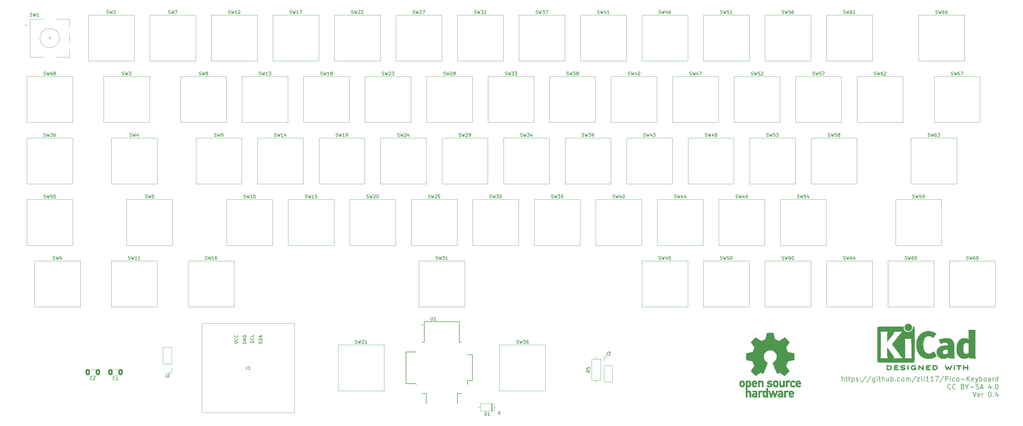
<source format=gto>
%TF.GenerationSoftware,KiCad,Pcbnew,(6.0.5)*%
%TF.CreationDate,2022-06-12T15:49:35-04:00*%
%TF.ProjectId,pico_keyboard_v1,7069636f-5f6b-4657-9962-6f6172645f76,rev?*%
%TF.SameCoordinates,Original*%
%TF.FileFunction,Legend,Top*%
%TF.FilePolarity,Positive*%
%FSLAX46Y46*%
G04 Gerber Fmt 4.6, Leading zero omitted, Abs format (unit mm)*
G04 Created by KiCad (PCBNEW (6.0.5)) date 2022-06-12 15:49:35*
%MOMM*%
%LPD*%
G01*
G04 APERTURE LIST*
G04 Aperture macros list*
%AMRoundRect*
0 Rectangle with rounded corners*
0 $1 Rounding radius*
0 $2 $3 $4 $5 $6 $7 $8 $9 X,Y pos of 4 corners*
0 Add a 4 corners polygon primitive as box body*
4,1,4,$2,$3,$4,$5,$6,$7,$8,$9,$2,$3,0*
0 Add four circle primitives for the rounded corners*
1,1,$1+$1,$2,$3*
1,1,$1+$1,$4,$5*
1,1,$1+$1,$6,$7*
1,1,$1+$1,$8,$9*
0 Add four rect primitives between the rounded corners*
20,1,$1+$1,$2,$3,$4,$5,0*
20,1,$1+$1,$4,$5,$6,$7,0*
20,1,$1+$1,$6,$7,$8,$9,0*
20,1,$1+$1,$8,$9,$2,$3,0*%
G04 Aperture macros list end*
%ADD10C,0.150000*%
%ADD11C,0.010000*%
%ADD12C,0.127000*%
%ADD13C,0.200000*%
%ADD14C,0.120000*%
%ADD15C,4.500000*%
%ADD16C,5.700000*%
%ADD17C,3.048000*%
%ADD18C,3.987800*%
%ADD19O,1.800000X1.800000*%
%ADD20O,1.500000X1.500000*%
%ADD21O,1.700000X1.700000*%
%ADD22R,1.700000X1.700000*%
%ADD23C,1.778000*%
%ADD24C,2.286000*%
%ADD25C,1.750000*%
%ADD26C,4.000000*%
%ADD27C,3.050000*%
%ADD28R,2.000000X2.000000*%
%ADD29C,2.000000*%
%ADD30C,3.200000*%
%ADD31C,1.600000*%
%ADD32O,1.600000X1.600000*%
%ADD33R,1.600000X1.600000*%
%ADD34RoundRect,0.250000X0.412500X0.650000X-0.412500X0.650000X-0.412500X-0.650000X0.412500X-0.650000X0*%
G04 APERTURE END LIST*
D10*
X313419642Y-195863571D02*
X313419642Y-194363571D01*
X314062500Y-195863571D02*
X314062500Y-195077857D01*
X313991071Y-194935000D01*
X313848214Y-194863571D01*
X313633928Y-194863571D01*
X313491071Y-194935000D01*
X313419642Y-195006428D01*
X314562500Y-194863571D02*
X315133928Y-194863571D01*
X314776785Y-194363571D02*
X314776785Y-195649285D01*
X314848214Y-195792142D01*
X314991071Y-195863571D01*
X315133928Y-195863571D01*
X315419642Y-194863571D02*
X315991071Y-194863571D01*
X315633928Y-194363571D02*
X315633928Y-195649285D01*
X315705357Y-195792142D01*
X315848214Y-195863571D01*
X315991071Y-195863571D01*
X316491071Y-194863571D02*
X316491071Y-196363571D01*
X316491071Y-194935000D02*
X316633928Y-194863571D01*
X316919642Y-194863571D01*
X317062500Y-194935000D01*
X317133928Y-195006428D01*
X317205357Y-195149285D01*
X317205357Y-195577857D01*
X317133928Y-195720714D01*
X317062500Y-195792142D01*
X316919642Y-195863571D01*
X316633928Y-195863571D01*
X316491071Y-195792142D01*
X317776785Y-195792142D02*
X317919642Y-195863571D01*
X318205357Y-195863571D01*
X318348214Y-195792142D01*
X318419642Y-195649285D01*
X318419642Y-195577857D01*
X318348214Y-195435000D01*
X318205357Y-195363571D01*
X317991071Y-195363571D01*
X317848214Y-195292142D01*
X317776785Y-195149285D01*
X317776785Y-195077857D01*
X317848214Y-194935000D01*
X317991071Y-194863571D01*
X318205357Y-194863571D01*
X318348214Y-194935000D01*
X319062500Y-195720714D02*
X319133928Y-195792142D01*
X319062500Y-195863571D01*
X318991071Y-195792142D01*
X319062500Y-195720714D01*
X319062500Y-195863571D01*
X319062500Y-194935000D02*
X319133928Y-195006428D01*
X319062500Y-195077857D01*
X318991071Y-195006428D01*
X319062500Y-194935000D01*
X319062500Y-195077857D01*
X320848214Y-194292142D02*
X319562500Y-196220714D01*
X322419642Y-194292142D02*
X321133928Y-196220714D01*
X323562500Y-194863571D02*
X323562500Y-196077857D01*
X323491071Y-196220714D01*
X323419642Y-196292142D01*
X323276785Y-196363571D01*
X323062500Y-196363571D01*
X322919642Y-196292142D01*
X323562500Y-195792142D02*
X323419642Y-195863571D01*
X323133928Y-195863571D01*
X322991071Y-195792142D01*
X322919642Y-195720714D01*
X322848214Y-195577857D01*
X322848214Y-195149285D01*
X322919642Y-195006428D01*
X322991071Y-194935000D01*
X323133928Y-194863571D01*
X323419642Y-194863571D01*
X323562500Y-194935000D01*
X324276785Y-195863571D02*
X324276785Y-194863571D01*
X324276785Y-194363571D02*
X324205357Y-194435000D01*
X324276785Y-194506428D01*
X324348214Y-194435000D01*
X324276785Y-194363571D01*
X324276785Y-194506428D01*
X324776785Y-194863571D02*
X325348214Y-194863571D01*
X324991071Y-194363571D02*
X324991071Y-195649285D01*
X325062500Y-195792142D01*
X325205357Y-195863571D01*
X325348214Y-195863571D01*
X325848214Y-195863571D02*
X325848214Y-194363571D01*
X326491071Y-195863571D02*
X326491071Y-195077857D01*
X326419642Y-194935000D01*
X326276785Y-194863571D01*
X326062500Y-194863571D01*
X325919642Y-194935000D01*
X325848214Y-195006428D01*
X327848214Y-194863571D02*
X327848214Y-195863571D01*
X327205357Y-194863571D02*
X327205357Y-195649285D01*
X327276785Y-195792142D01*
X327419642Y-195863571D01*
X327633928Y-195863571D01*
X327776785Y-195792142D01*
X327848214Y-195720714D01*
X328562500Y-195863571D02*
X328562500Y-194363571D01*
X328562500Y-194935000D02*
X328705357Y-194863571D01*
X328991071Y-194863571D01*
X329133928Y-194935000D01*
X329205357Y-195006428D01*
X329276785Y-195149285D01*
X329276785Y-195577857D01*
X329205357Y-195720714D01*
X329133928Y-195792142D01*
X328991071Y-195863571D01*
X328705357Y-195863571D01*
X328562500Y-195792142D01*
X329919642Y-195720714D02*
X329991071Y-195792142D01*
X329919642Y-195863571D01*
X329848214Y-195792142D01*
X329919642Y-195720714D01*
X329919642Y-195863571D01*
X331276785Y-195792142D02*
X331133928Y-195863571D01*
X330848214Y-195863571D01*
X330705357Y-195792142D01*
X330633928Y-195720714D01*
X330562500Y-195577857D01*
X330562500Y-195149285D01*
X330633928Y-195006428D01*
X330705357Y-194935000D01*
X330848214Y-194863571D01*
X331133928Y-194863571D01*
X331276785Y-194935000D01*
X332133928Y-195863571D02*
X331991071Y-195792142D01*
X331919642Y-195720714D01*
X331848214Y-195577857D01*
X331848214Y-195149285D01*
X331919642Y-195006428D01*
X331991071Y-194935000D01*
X332133928Y-194863571D01*
X332348214Y-194863571D01*
X332491071Y-194935000D01*
X332562500Y-195006428D01*
X332633928Y-195149285D01*
X332633928Y-195577857D01*
X332562500Y-195720714D01*
X332491071Y-195792142D01*
X332348214Y-195863571D01*
X332133928Y-195863571D01*
X333276785Y-195863571D02*
X333276785Y-194863571D01*
X333276785Y-195006428D02*
X333348214Y-194935000D01*
X333491071Y-194863571D01*
X333705357Y-194863571D01*
X333848214Y-194935000D01*
X333919642Y-195077857D01*
X333919642Y-195863571D01*
X333919642Y-195077857D02*
X333991071Y-194935000D01*
X334133928Y-194863571D01*
X334348214Y-194863571D01*
X334491071Y-194935000D01*
X334562500Y-195077857D01*
X334562500Y-195863571D01*
X336348214Y-194292142D02*
X335062500Y-196220714D01*
X336705357Y-194863571D02*
X337491071Y-194863571D01*
X336705357Y-195863571D01*
X337491071Y-195863571D01*
X338276785Y-195863571D02*
X338133928Y-195792142D01*
X338062500Y-195649285D01*
X338062500Y-194363571D01*
X338848214Y-195863571D02*
X338848214Y-194863571D01*
X338848214Y-194363571D02*
X338776785Y-194435000D01*
X338848214Y-194506428D01*
X338919642Y-194435000D01*
X338848214Y-194363571D01*
X338848214Y-194506428D01*
X340348214Y-195863571D02*
X339491071Y-195863571D01*
X339919642Y-195863571D02*
X339919642Y-194363571D01*
X339776785Y-194577857D01*
X339633928Y-194720714D01*
X339491071Y-194792142D01*
X341776785Y-195863571D02*
X340919642Y-195863571D01*
X341348214Y-195863571D02*
X341348214Y-194363571D01*
X341205357Y-194577857D01*
X341062500Y-194720714D01*
X340919642Y-194792142D01*
X342276785Y-194363571D02*
X343276785Y-194363571D01*
X342633928Y-195863571D01*
X344919642Y-194292142D02*
X343633928Y-196220714D01*
X345419642Y-195863571D02*
X345419642Y-194363571D01*
X345991071Y-194363571D01*
X346133928Y-194435000D01*
X346205357Y-194506428D01*
X346276785Y-194649285D01*
X346276785Y-194863571D01*
X346205357Y-195006428D01*
X346133928Y-195077857D01*
X345991071Y-195149285D01*
X345419642Y-195149285D01*
X346919642Y-195863571D02*
X346919642Y-194863571D01*
X346919642Y-194363571D02*
X346848214Y-194435000D01*
X346919642Y-194506428D01*
X346991071Y-194435000D01*
X346919642Y-194363571D01*
X346919642Y-194506428D01*
X348276785Y-195792142D02*
X348133928Y-195863571D01*
X347848214Y-195863571D01*
X347705357Y-195792142D01*
X347633928Y-195720714D01*
X347562500Y-195577857D01*
X347562500Y-195149285D01*
X347633928Y-195006428D01*
X347705357Y-194935000D01*
X347848214Y-194863571D01*
X348133928Y-194863571D01*
X348276785Y-194935000D01*
X349133928Y-195863571D02*
X348991071Y-195792142D01*
X348919642Y-195720714D01*
X348848214Y-195577857D01*
X348848214Y-195149285D01*
X348919642Y-195006428D01*
X348991071Y-194935000D01*
X349133928Y-194863571D01*
X349348214Y-194863571D01*
X349491071Y-194935000D01*
X349562500Y-195006428D01*
X349633928Y-195149285D01*
X349633928Y-195577857D01*
X349562500Y-195720714D01*
X349491071Y-195792142D01*
X349348214Y-195863571D01*
X349133928Y-195863571D01*
X350276785Y-195292142D02*
X351419642Y-195292142D01*
X352133928Y-195863571D02*
X352133928Y-194363571D01*
X352991071Y-195863571D02*
X352348214Y-195006428D01*
X352991071Y-194363571D02*
X352133928Y-195220714D01*
X354205357Y-195792142D02*
X354062500Y-195863571D01*
X353776785Y-195863571D01*
X353633928Y-195792142D01*
X353562500Y-195649285D01*
X353562500Y-195077857D01*
X353633928Y-194935000D01*
X353776785Y-194863571D01*
X354062500Y-194863571D01*
X354205357Y-194935000D01*
X354276785Y-195077857D01*
X354276785Y-195220714D01*
X353562500Y-195363571D01*
X354776785Y-194863571D02*
X355133928Y-195863571D01*
X355491071Y-194863571D02*
X355133928Y-195863571D01*
X354991071Y-196220714D01*
X354919642Y-196292142D01*
X354776785Y-196363571D01*
X356062500Y-195863571D02*
X356062500Y-194363571D01*
X356062500Y-194935000D02*
X356205357Y-194863571D01*
X356491071Y-194863571D01*
X356633928Y-194935000D01*
X356705357Y-195006428D01*
X356776785Y-195149285D01*
X356776785Y-195577857D01*
X356705357Y-195720714D01*
X356633928Y-195792142D01*
X356491071Y-195863571D01*
X356205357Y-195863571D01*
X356062500Y-195792142D01*
X357633928Y-195863571D02*
X357491071Y-195792142D01*
X357419642Y-195720714D01*
X357348214Y-195577857D01*
X357348214Y-195149285D01*
X357419642Y-195006428D01*
X357491071Y-194935000D01*
X357633928Y-194863571D01*
X357848214Y-194863571D01*
X357991071Y-194935000D01*
X358062500Y-195006428D01*
X358133928Y-195149285D01*
X358133928Y-195577857D01*
X358062500Y-195720714D01*
X357991071Y-195792142D01*
X357848214Y-195863571D01*
X357633928Y-195863571D01*
X359419642Y-195863571D02*
X359419642Y-195077857D01*
X359348214Y-194935000D01*
X359205357Y-194863571D01*
X358919642Y-194863571D01*
X358776785Y-194935000D01*
X359419642Y-195792142D02*
X359276785Y-195863571D01*
X358919642Y-195863571D01*
X358776785Y-195792142D01*
X358705357Y-195649285D01*
X358705357Y-195506428D01*
X358776785Y-195363571D01*
X358919642Y-195292142D01*
X359276785Y-195292142D01*
X359419642Y-195220714D01*
X360133928Y-195863571D02*
X360133928Y-194863571D01*
X360133928Y-195149285D02*
X360205357Y-195006428D01*
X360276785Y-194935000D01*
X360419642Y-194863571D01*
X360562500Y-194863571D01*
X361705357Y-195863571D02*
X361705357Y-194363571D01*
X361705357Y-195792142D02*
X361562500Y-195863571D01*
X361276785Y-195863571D01*
X361133928Y-195792142D01*
X361062500Y-195720714D01*
X360991071Y-195577857D01*
X360991071Y-195149285D01*
X361062500Y-195006428D01*
X361133928Y-194935000D01*
X361276785Y-194863571D01*
X361562500Y-194863571D01*
X361705357Y-194935000D01*
X347062500Y-198135714D02*
X346991071Y-198207142D01*
X346776785Y-198278571D01*
X346633928Y-198278571D01*
X346419642Y-198207142D01*
X346276785Y-198064285D01*
X346205357Y-197921428D01*
X346133928Y-197635714D01*
X346133928Y-197421428D01*
X346205357Y-197135714D01*
X346276785Y-196992857D01*
X346419642Y-196850000D01*
X346633928Y-196778571D01*
X346776785Y-196778571D01*
X346991071Y-196850000D01*
X347062500Y-196921428D01*
X348562500Y-198135714D02*
X348491071Y-198207142D01*
X348276785Y-198278571D01*
X348133928Y-198278571D01*
X347919642Y-198207142D01*
X347776785Y-198064285D01*
X347705357Y-197921428D01*
X347633928Y-197635714D01*
X347633928Y-197421428D01*
X347705357Y-197135714D01*
X347776785Y-196992857D01*
X347919642Y-196850000D01*
X348133928Y-196778571D01*
X348276785Y-196778571D01*
X348491071Y-196850000D01*
X348562500Y-196921428D01*
X350848214Y-197492857D02*
X351062500Y-197564285D01*
X351133928Y-197635714D01*
X351205357Y-197778571D01*
X351205357Y-197992857D01*
X351133928Y-198135714D01*
X351062500Y-198207142D01*
X350919642Y-198278571D01*
X350348214Y-198278571D01*
X350348214Y-196778571D01*
X350848214Y-196778571D01*
X350991071Y-196850000D01*
X351062500Y-196921428D01*
X351133928Y-197064285D01*
X351133928Y-197207142D01*
X351062500Y-197350000D01*
X350991071Y-197421428D01*
X350848214Y-197492857D01*
X350348214Y-197492857D01*
X352133928Y-197564285D02*
X352133928Y-198278571D01*
X351633928Y-196778571D02*
X352133928Y-197564285D01*
X352633928Y-196778571D01*
X353133928Y-197707142D02*
X354276785Y-197707142D01*
X354919642Y-198207142D02*
X355133928Y-198278571D01*
X355491071Y-198278571D01*
X355633928Y-198207142D01*
X355705357Y-198135714D01*
X355776785Y-197992857D01*
X355776785Y-197850000D01*
X355705357Y-197707142D01*
X355633928Y-197635714D01*
X355491071Y-197564285D01*
X355205357Y-197492857D01*
X355062500Y-197421428D01*
X354991071Y-197350000D01*
X354919642Y-197207142D01*
X354919642Y-197064285D01*
X354991071Y-196921428D01*
X355062500Y-196850000D01*
X355205357Y-196778571D01*
X355562500Y-196778571D01*
X355776785Y-196850000D01*
X356348214Y-197850000D02*
X357062500Y-197850000D01*
X356205357Y-198278571D02*
X356705357Y-196778571D01*
X357205357Y-198278571D01*
X359491071Y-197278571D02*
X359491071Y-198278571D01*
X359133928Y-196707142D02*
X358776785Y-197778571D01*
X359705357Y-197778571D01*
X360276785Y-198135714D02*
X360348214Y-198207142D01*
X360276785Y-198278571D01*
X360205357Y-198207142D01*
X360276785Y-198135714D01*
X360276785Y-198278571D01*
X361276785Y-196778571D02*
X361419642Y-196778571D01*
X361562500Y-196850000D01*
X361633928Y-196921428D01*
X361705357Y-197064285D01*
X361776785Y-197350000D01*
X361776785Y-197707142D01*
X361705357Y-197992857D01*
X361633928Y-198135714D01*
X361562500Y-198207142D01*
X361419642Y-198278571D01*
X361276785Y-198278571D01*
X361133928Y-198207142D01*
X361062500Y-198135714D01*
X360991071Y-197992857D01*
X360919642Y-197707142D01*
X360919642Y-197350000D01*
X360991071Y-197064285D01*
X361062500Y-196921428D01*
X361133928Y-196850000D01*
X361276785Y-196778571D01*
X353991071Y-199193571D02*
X354491071Y-200693571D01*
X354991071Y-199193571D01*
X356062500Y-200622142D02*
X355919642Y-200693571D01*
X355633928Y-200693571D01*
X355491071Y-200622142D01*
X355419642Y-200479285D01*
X355419642Y-199907857D01*
X355491071Y-199765000D01*
X355633928Y-199693571D01*
X355919642Y-199693571D01*
X356062500Y-199765000D01*
X356133928Y-199907857D01*
X356133928Y-200050714D01*
X355419642Y-200193571D01*
X356776785Y-200693571D02*
X356776785Y-199693571D01*
X356776785Y-199979285D02*
X356848214Y-199836428D01*
X356919642Y-199765000D01*
X357062500Y-199693571D01*
X357205357Y-199693571D01*
X359133928Y-199193571D02*
X359276785Y-199193571D01*
X359419642Y-199265000D01*
X359491071Y-199336428D01*
X359562500Y-199479285D01*
X359633928Y-199765000D01*
X359633928Y-200122142D01*
X359562500Y-200407857D01*
X359491071Y-200550714D01*
X359419642Y-200622142D01*
X359276785Y-200693571D01*
X359133928Y-200693571D01*
X358991071Y-200622142D01*
X358919642Y-200550714D01*
X358848214Y-200407857D01*
X358776785Y-200122142D01*
X358776785Y-199765000D01*
X358848214Y-199479285D01*
X358919642Y-199336428D01*
X358991071Y-199265000D01*
X359133928Y-199193571D01*
X360276785Y-200550714D02*
X360348214Y-200622142D01*
X360276785Y-200693571D01*
X360205357Y-200622142D01*
X360276785Y-200550714D01*
X360276785Y-200693571D01*
X361633928Y-199693571D02*
X361633928Y-200693571D01*
X361276785Y-199122142D02*
X360919642Y-200193571D01*
X361848214Y-200193571D01*
X186081845Y-175942380D02*
X186081845Y-176751904D01*
X186129464Y-176847142D01*
X186177083Y-176894761D01*
X186272321Y-176942380D01*
X186462797Y-176942380D01*
X186558035Y-176894761D01*
X186605654Y-176847142D01*
X186653273Y-176751904D01*
X186653273Y-175942380D01*
X187653273Y-176942380D02*
X187081845Y-176942380D01*
X187367559Y-176942380D02*
X187367559Y-175942380D01*
X187272321Y-176085238D01*
X187177083Y-176180476D01*
X187081845Y-176228095D01*
X351965476Y-158129761D02*
X352108333Y-158177380D01*
X352346428Y-158177380D01*
X352441666Y-158129761D01*
X352489285Y-158082142D01*
X352536904Y-157986904D01*
X352536904Y-157891666D01*
X352489285Y-157796428D01*
X352441666Y-157748809D01*
X352346428Y-157701190D01*
X352155952Y-157653571D01*
X352060714Y-157605952D01*
X352013095Y-157558333D01*
X351965476Y-157463095D01*
X351965476Y-157367857D01*
X352013095Y-157272619D01*
X352060714Y-157225000D01*
X352155952Y-157177380D01*
X352394047Y-157177380D01*
X352536904Y-157225000D01*
X352870238Y-157177380D02*
X353108333Y-158177380D01*
X353298809Y-157463095D01*
X353489285Y-158177380D01*
X353727380Y-157177380D01*
X354536904Y-157177380D02*
X354346428Y-157177380D01*
X354251190Y-157225000D01*
X354203571Y-157272619D01*
X354108333Y-157415476D01*
X354060714Y-157605952D01*
X354060714Y-157986904D01*
X354108333Y-158082142D01*
X354155952Y-158129761D01*
X354251190Y-158177380D01*
X354441666Y-158177380D01*
X354536904Y-158129761D01*
X354584523Y-158082142D01*
X354632142Y-157986904D01*
X354632142Y-157748809D01*
X354584523Y-157653571D01*
X354536904Y-157605952D01*
X354441666Y-157558333D01*
X354251190Y-157558333D01*
X354155952Y-157605952D01*
X354108333Y-157653571D01*
X354060714Y-157748809D01*
X355108333Y-158177380D02*
X355298809Y-158177380D01*
X355394047Y-158129761D01*
X355441666Y-158082142D01*
X355536904Y-157939285D01*
X355584523Y-157748809D01*
X355584523Y-157367857D01*
X355536904Y-157272619D01*
X355489285Y-157225000D01*
X355394047Y-157177380D01*
X355203571Y-157177380D01*
X355108333Y-157225000D01*
X355060714Y-157272619D01*
X355013095Y-157367857D01*
X355013095Y-157605952D01*
X355060714Y-157701190D01*
X355108333Y-157748809D01*
X355203571Y-157796428D01*
X355394047Y-157796428D01*
X355489285Y-157748809D01*
X355536904Y-157701190D01*
X355584523Y-157605952D01*
X66215476Y-100979761D02*
X66358333Y-101027380D01*
X66596428Y-101027380D01*
X66691666Y-100979761D01*
X66739285Y-100932142D01*
X66786904Y-100836904D01*
X66786904Y-100741666D01*
X66739285Y-100646428D01*
X66691666Y-100598809D01*
X66596428Y-100551190D01*
X66405952Y-100503571D01*
X66310714Y-100455952D01*
X66263095Y-100408333D01*
X66215476Y-100313095D01*
X66215476Y-100217857D01*
X66263095Y-100122619D01*
X66310714Y-100075000D01*
X66405952Y-100027380D01*
X66644047Y-100027380D01*
X66786904Y-100075000D01*
X67120238Y-100027380D02*
X67358333Y-101027380D01*
X67548809Y-100313095D01*
X67739285Y-101027380D01*
X67977380Y-100027380D01*
X68786904Y-100027380D02*
X68596428Y-100027380D01*
X68501190Y-100075000D01*
X68453571Y-100122619D01*
X68358333Y-100265476D01*
X68310714Y-100455952D01*
X68310714Y-100836904D01*
X68358333Y-100932142D01*
X68405952Y-100979761D01*
X68501190Y-101027380D01*
X68691666Y-101027380D01*
X68786904Y-100979761D01*
X68834523Y-100932142D01*
X68882142Y-100836904D01*
X68882142Y-100598809D01*
X68834523Y-100503571D01*
X68786904Y-100455952D01*
X68691666Y-100408333D01*
X68501190Y-100408333D01*
X68405952Y-100455952D01*
X68358333Y-100503571D01*
X68310714Y-100598809D01*
X69453571Y-100455952D02*
X69358333Y-100408333D01*
X69310714Y-100360714D01*
X69263095Y-100265476D01*
X69263095Y-100217857D01*
X69310714Y-100122619D01*
X69358333Y-100075000D01*
X69453571Y-100027380D01*
X69644047Y-100027380D01*
X69739285Y-100075000D01*
X69786904Y-100122619D01*
X69834523Y-100217857D01*
X69834523Y-100265476D01*
X69786904Y-100360714D01*
X69739285Y-100408333D01*
X69644047Y-100455952D01*
X69453571Y-100455952D01*
X69358333Y-100503571D01*
X69310714Y-100551190D01*
X69263095Y-100646428D01*
X69263095Y-100836904D01*
X69310714Y-100932142D01*
X69358333Y-100979761D01*
X69453571Y-101027380D01*
X69644047Y-101027380D01*
X69739285Y-100979761D01*
X69786904Y-100932142D01*
X69834523Y-100836904D01*
X69834523Y-100646428D01*
X69786904Y-100551190D01*
X69739285Y-100503571D01*
X69644047Y-100455952D01*
X347202976Y-100979761D02*
X347345833Y-101027380D01*
X347583928Y-101027380D01*
X347679166Y-100979761D01*
X347726785Y-100932142D01*
X347774404Y-100836904D01*
X347774404Y-100741666D01*
X347726785Y-100646428D01*
X347679166Y-100598809D01*
X347583928Y-100551190D01*
X347393452Y-100503571D01*
X347298214Y-100455952D01*
X347250595Y-100408333D01*
X347202976Y-100313095D01*
X347202976Y-100217857D01*
X347250595Y-100122619D01*
X347298214Y-100075000D01*
X347393452Y-100027380D01*
X347631547Y-100027380D01*
X347774404Y-100075000D01*
X348107738Y-100027380D02*
X348345833Y-101027380D01*
X348536309Y-100313095D01*
X348726785Y-101027380D01*
X348964880Y-100027380D01*
X349774404Y-100027380D02*
X349583928Y-100027380D01*
X349488690Y-100075000D01*
X349441071Y-100122619D01*
X349345833Y-100265476D01*
X349298214Y-100455952D01*
X349298214Y-100836904D01*
X349345833Y-100932142D01*
X349393452Y-100979761D01*
X349488690Y-101027380D01*
X349679166Y-101027380D01*
X349774404Y-100979761D01*
X349822023Y-100932142D01*
X349869642Y-100836904D01*
X349869642Y-100598809D01*
X349822023Y-100503571D01*
X349774404Y-100455952D01*
X349679166Y-100408333D01*
X349488690Y-100408333D01*
X349393452Y-100455952D01*
X349345833Y-100503571D01*
X349298214Y-100598809D01*
X350202976Y-100027380D02*
X350869642Y-100027380D01*
X350441071Y-101027380D01*
X342440476Y-81929761D02*
X342583333Y-81977380D01*
X342821428Y-81977380D01*
X342916666Y-81929761D01*
X342964285Y-81882142D01*
X343011904Y-81786904D01*
X343011904Y-81691666D01*
X342964285Y-81596428D01*
X342916666Y-81548809D01*
X342821428Y-81501190D01*
X342630952Y-81453571D01*
X342535714Y-81405952D01*
X342488095Y-81358333D01*
X342440476Y-81263095D01*
X342440476Y-81167857D01*
X342488095Y-81072619D01*
X342535714Y-81025000D01*
X342630952Y-80977380D01*
X342869047Y-80977380D01*
X343011904Y-81025000D01*
X343345238Y-80977380D02*
X343583333Y-81977380D01*
X343773809Y-81263095D01*
X343964285Y-81977380D01*
X344202380Y-80977380D01*
X345011904Y-80977380D02*
X344821428Y-80977380D01*
X344726190Y-81025000D01*
X344678571Y-81072619D01*
X344583333Y-81215476D01*
X344535714Y-81405952D01*
X344535714Y-81786904D01*
X344583333Y-81882142D01*
X344630952Y-81929761D01*
X344726190Y-81977380D01*
X344916666Y-81977380D01*
X345011904Y-81929761D01*
X345059523Y-81882142D01*
X345107142Y-81786904D01*
X345107142Y-81548809D01*
X345059523Y-81453571D01*
X345011904Y-81405952D01*
X344916666Y-81358333D01*
X344726190Y-81358333D01*
X344630952Y-81405952D01*
X344583333Y-81453571D01*
X344535714Y-81548809D01*
X345964285Y-80977380D02*
X345773809Y-80977380D01*
X345678571Y-81025000D01*
X345630952Y-81072619D01*
X345535714Y-81215476D01*
X345488095Y-81405952D01*
X345488095Y-81786904D01*
X345535714Y-81882142D01*
X345583333Y-81929761D01*
X345678571Y-81977380D01*
X345869047Y-81977380D01*
X345964285Y-81929761D01*
X346011904Y-81882142D01*
X346059523Y-81786904D01*
X346059523Y-81548809D01*
X346011904Y-81453571D01*
X345964285Y-81405952D01*
X345869047Y-81358333D01*
X345678571Y-81358333D01*
X345583333Y-81405952D01*
X345535714Y-81453571D01*
X345488095Y-81548809D01*
X332915476Y-158129761D02*
X333058333Y-158177380D01*
X333296428Y-158177380D01*
X333391666Y-158129761D01*
X333439285Y-158082142D01*
X333486904Y-157986904D01*
X333486904Y-157891666D01*
X333439285Y-157796428D01*
X333391666Y-157748809D01*
X333296428Y-157701190D01*
X333105952Y-157653571D01*
X333010714Y-157605952D01*
X332963095Y-157558333D01*
X332915476Y-157463095D01*
X332915476Y-157367857D01*
X332963095Y-157272619D01*
X333010714Y-157225000D01*
X333105952Y-157177380D01*
X333344047Y-157177380D01*
X333486904Y-157225000D01*
X333820238Y-157177380D02*
X334058333Y-158177380D01*
X334248809Y-157463095D01*
X334439285Y-158177380D01*
X334677380Y-157177380D01*
X335486904Y-157177380D02*
X335296428Y-157177380D01*
X335201190Y-157225000D01*
X335153571Y-157272619D01*
X335058333Y-157415476D01*
X335010714Y-157605952D01*
X335010714Y-157986904D01*
X335058333Y-158082142D01*
X335105952Y-158129761D01*
X335201190Y-158177380D01*
X335391666Y-158177380D01*
X335486904Y-158129761D01*
X335534523Y-158082142D01*
X335582142Y-157986904D01*
X335582142Y-157748809D01*
X335534523Y-157653571D01*
X335486904Y-157605952D01*
X335391666Y-157558333D01*
X335201190Y-157558333D01*
X335105952Y-157605952D01*
X335058333Y-157653571D01*
X335010714Y-157748809D01*
X336486904Y-157177380D02*
X336010714Y-157177380D01*
X335963095Y-157653571D01*
X336010714Y-157605952D01*
X336105952Y-157558333D01*
X336344047Y-157558333D01*
X336439285Y-157605952D01*
X336486904Y-157653571D01*
X336534523Y-157748809D01*
X336534523Y-157986904D01*
X336486904Y-158082142D01*
X336439285Y-158129761D01*
X336344047Y-158177380D01*
X336105952Y-158177380D01*
X336010714Y-158129761D01*
X335963095Y-158082142D01*
X313865476Y-158129761D02*
X314008333Y-158177380D01*
X314246428Y-158177380D01*
X314341666Y-158129761D01*
X314389285Y-158082142D01*
X314436904Y-157986904D01*
X314436904Y-157891666D01*
X314389285Y-157796428D01*
X314341666Y-157748809D01*
X314246428Y-157701190D01*
X314055952Y-157653571D01*
X313960714Y-157605952D01*
X313913095Y-157558333D01*
X313865476Y-157463095D01*
X313865476Y-157367857D01*
X313913095Y-157272619D01*
X313960714Y-157225000D01*
X314055952Y-157177380D01*
X314294047Y-157177380D01*
X314436904Y-157225000D01*
X314770238Y-157177380D02*
X315008333Y-158177380D01*
X315198809Y-157463095D01*
X315389285Y-158177380D01*
X315627380Y-157177380D01*
X316436904Y-157177380D02*
X316246428Y-157177380D01*
X316151190Y-157225000D01*
X316103571Y-157272619D01*
X316008333Y-157415476D01*
X315960714Y-157605952D01*
X315960714Y-157986904D01*
X316008333Y-158082142D01*
X316055952Y-158129761D01*
X316151190Y-158177380D01*
X316341666Y-158177380D01*
X316436904Y-158129761D01*
X316484523Y-158082142D01*
X316532142Y-157986904D01*
X316532142Y-157748809D01*
X316484523Y-157653571D01*
X316436904Y-157605952D01*
X316341666Y-157558333D01*
X316151190Y-157558333D01*
X316055952Y-157605952D01*
X316008333Y-157653571D01*
X315960714Y-157748809D01*
X317389285Y-157510714D02*
X317389285Y-158177380D01*
X317151190Y-157129761D02*
X316913095Y-157844047D01*
X317532142Y-157844047D01*
X340059226Y-120029761D02*
X340202083Y-120077380D01*
X340440178Y-120077380D01*
X340535416Y-120029761D01*
X340583035Y-119982142D01*
X340630654Y-119886904D01*
X340630654Y-119791666D01*
X340583035Y-119696428D01*
X340535416Y-119648809D01*
X340440178Y-119601190D01*
X340249702Y-119553571D01*
X340154464Y-119505952D01*
X340106845Y-119458333D01*
X340059226Y-119363095D01*
X340059226Y-119267857D01*
X340106845Y-119172619D01*
X340154464Y-119125000D01*
X340249702Y-119077380D01*
X340487797Y-119077380D01*
X340630654Y-119125000D01*
X340963988Y-119077380D02*
X341202083Y-120077380D01*
X341392559Y-119363095D01*
X341583035Y-120077380D01*
X341821130Y-119077380D01*
X342630654Y-119077380D02*
X342440178Y-119077380D01*
X342344940Y-119125000D01*
X342297321Y-119172619D01*
X342202083Y-119315476D01*
X342154464Y-119505952D01*
X342154464Y-119886904D01*
X342202083Y-119982142D01*
X342249702Y-120029761D01*
X342344940Y-120077380D01*
X342535416Y-120077380D01*
X342630654Y-120029761D01*
X342678273Y-119982142D01*
X342725892Y-119886904D01*
X342725892Y-119648809D01*
X342678273Y-119553571D01*
X342630654Y-119505952D01*
X342535416Y-119458333D01*
X342344940Y-119458333D01*
X342249702Y-119505952D01*
X342202083Y-119553571D01*
X342154464Y-119648809D01*
X343059226Y-119077380D02*
X343678273Y-119077380D01*
X343344940Y-119458333D01*
X343487797Y-119458333D01*
X343583035Y-119505952D01*
X343630654Y-119553571D01*
X343678273Y-119648809D01*
X343678273Y-119886904D01*
X343630654Y-119982142D01*
X343583035Y-120029761D01*
X343487797Y-120077380D01*
X343202083Y-120077380D01*
X343106845Y-120029761D01*
X343059226Y-119982142D01*
X323390476Y-100979761D02*
X323533333Y-101027380D01*
X323771428Y-101027380D01*
X323866666Y-100979761D01*
X323914285Y-100932142D01*
X323961904Y-100836904D01*
X323961904Y-100741666D01*
X323914285Y-100646428D01*
X323866666Y-100598809D01*
X323771428Y-100551190D01*
X323580952Y-100503571D01*
X323485714Y-100455952D01*
X323438095Y-100408333D01*
X323390476Y-100313095D01*
X323390476Y-100217857D01*
X323438095Y-100122619D01*
X323485714Y-100075000D01*
X323580952Y-100027380D01*
X323819047Y-100027380D01*
X323961904Y-100075000D01*
X324295238Y-100027380D02*
X324533333Y-101027380D01*
X324723809Y-100313095D01*
X324914285Y-101027380D01*
X325152380Y-100027380D01*
X325961904Y-100027380D02*
X325771428Y-100027380D01*
X325676190Y-100075000D01*
X325628571Y-100122619D01*
X325533333Y-100265476D01*
X325485714Y-100455952D01*
X325485714Y-100836904D01*
X325533333Y-100932142D01*
X325580952Y-100979761D01*
X325676190Y-101027380D01*
X325866666Y-101027380D01*
X325961904Y-100979761D01*
X326009523Y-100932142D01*
X326057142Y-100836904D01*
X326057142Y-100598809D01*
X326009523Y-100503571D01*
X325961904Y-100455952D01*
X325866666Y-100408333D01*
X325676190Y-100408333D01*
X325580952Y-100455952D01*
X325533333Y-100503571D01*
X325485714Y-100598809D01*
X326438095Y-100122619D02*
X326485714Y-100075000D01*
X326580952Y-100027380D01*
X326819047Y-100027380D01*
X326914285Y-100075000D01*
X326961904Y-100122619D01*
X327009523Y-100217857D01*
X327009523Y-100313095D01*
X326961904Y-100455952D01*
X326390476Y-101027380D01*
X327009523Y-101027380D01*
X313865476Y-81929761D02*
X314008333Y-81977380D01*
X314246428Y-81977380D01*
X314341666Y-81929761D01*
X314389285Y-81882142D01*
X314436904Y-81786904D01*
X314436904Y-81691666D01*
X314389285Y-81596428D01*
X314341666Y-81548809D01*
X314246428Y-81501190D01*
X314055952Y-81453571D01*
X313960714Y-81405952D01*
X313913095Y-81358333D01*
X313865476Y-81263095D01*
X313865476Y-81167857D01*
X313913095Y-81072619D01*
X313960714Y-81025000D01*
X314055952Y-80977380D01*
X314294047Y-80977380D01*
X314436904Y-81025000D01*
X314770238Y-80977380D02*
X315008333Y-81977380D01*
X315198809Y-81263095D01*
X315389285Y-81977380D01*
X315627380Y-80977380D01*
X316436904Y-80977380D02*
X316246428Y-80977380D01*
X316151190Y-81025000D01*
X316103571Y-81072619D01*
X316008333Y-81215476D01*
X315960714Y-81405952D01*
X315960714Y-81786904D01*
X316008333Y-81882142D01*
X316055952Y-81929761D01*
X316151190Y-81977380D01*
X316341666Y-81977380D01*
X316436904Y-81929761D01*
X316484523Y-81882142D01*
X316532142Y-81786904D01*
X316532142Y-81548809D01*
X316484523Y-81453571D01*
X316436904Y-81405952D01*
X316341666Y-81358333D01*
X316151190Y-81358333D01*
X316055952Y-81405952D01*
X316008333Y-81453571D01*
X315960714Y-81548809D01*
X317484523Y-81977380D02*
X316913095Y-81977380D01*
X317198809Y-81977380D02*
X317198809Y-80977380D01*
X317103571Y-81120238D01*
X317008333Y-81215476D01*
X316913095Y-81263095D01*
X294815476Y-158129761D02*
X294958333Y-158177380D01*
X295196428Y-158177380D01*
X295291666Y-158129761D01*
X295339285Y-158082142D01*
X295386904Y-157986904D01*
X295386904Y-157891666D01*
X295339285Y-157796428D01*
X295291666Y-157748809D01*
X295196428Y-157701190D01*
X295005952Y-157653571D01*
X294910714Y-157605952D01*
X294863095Y-157558333D01*
X294815476Y-157463095D01*
X294815476Y-157367857D01*
X294863095Y-157272619D01*
X294910714Y-157225000D01*
X295005952Y-157177380D01*
X295244047Y-157177380D01*
X295386904Y-157225000D01*
X295720238Y-157177380D02*
X295958333Y-158177380D01*
X296148809Y-157463095D01*
X296339285Y-158177380D01*
X296577380Y-157177380D01*
X297386904Y-157177380D02*
X297196428Y-157177380D01*
X297101190Y-157225000D01*
X297053571Y-157272619D01*
X296958333Y-157415476D01*
X296910714Y-157605952D01*
X296910714Y-157986904D01*
X296958333Y-158082142D01*
X297005952Y-158129761D01*
X297101190Y-158177380D01*
X297291666Y-158177380D01*
X297386904Y-158129761D01*
X297434523Y-158082142D01*
X297482142Y-157986904D01*
X297482142Y-157748809D01*
X297434523Y-157653571D01*
X297386904Y-157605952D01*
X297291666Y-157558333D01*
X297101190Y-157558333D01*
X297005952Y-157605952D01*
X296958333Y-157653571D01*
X296910714Y-157748809D01*
X298101190Y-157177380D02*
X298196428Y-157177380D01*
X298291666Y-157225000D01*
X298339285Y-157272619D01*
X298386904Y-157367857D01*
X298434523Y-157558333D01*
X298434523Y-157796428D01*
X298386904Y-157986904D01*
X298339285Y-158082142D01*
X298291666Y-158129761D01*
X298196428Y-158177380D01*
X298101190Y-158177380D01*
X298005952Y-158129761D01*
X297958333Y-158082142D01*
X297910714Y-157986904D01*
X297863095Y-157796428D01*
X297863095Y-157558333D01*
X297910714Y-157367857D01*
X297958333Y-157272619D01*
X298005952Y-157225000D01*
X298101190Y-157177380D01*
X335296726Y-139079761D02*
X335439583Y-139127380D01*
X335677678Y-139127380D01*
X335772916Y-139079761D01*
X335820535Y-139032142D01*
X335868154Y-138936904D01*
X335868154Y-138841666D01*
X335820535Y-138746428D01*
X335772916Y-138698809D01*
X335677678Y-138651190D01*
X335487202Y-138603571D01*
X335391964Y-138555952D01*
X335344345Y-138508333D01*
X335296726Y-138413095D01*
X335296726Y-138317857D01*
X335344345Y-138222619D01*
X335391964Y-138175000D01*
X335487202Y-138127380D01*
X335725297Y-138127380D01*
X335868154Y-138175000D01*
X336201488Y-138127380D02*
X336439583Y-139127380D01*
X336630059Y-138413095D01*
X336820535Y-139127380D01*
X337058630Y-138127380D01*
X337915773Y-138127380D02*
X337439583Y-138127380D01*
X337391964Y-138603571D01*
X337439583Y-138555952D01*
X337534821Y-138508333D01*
X337772916Y-138508333D01*
X337868154Y-138555952D01*
X337915773Y-138603571D01*
X337963392Y-138698809D01*
X337963392Y-138936904D01*
X337915773Y-139032142D01*
X337868154Y-139079761D01*
X337772916Y-139127380D01*
X337534821Y-139127380D01*
X337439583Y-139079761D01*
X337391964Y-139032142D01*
X338439583Y-139127380D02*
X338630059Y-139127380D01*
X338725297Y-139079761D01*
X338772916Y-139032142D01*
X338868154Y-138889285D01*
X338915773Y-138698809D01*
X338915773Y-138317857D01*
X338868154Y-138222619D01*
X338820535Y-138175000D01*
X338725297Y-138127380D01*
X338534821Y-138127380D01*
X338439583Y-138175000D01*
X338391964Y-138222619D01*
X338344345Y-138317857D01*
X338344345Y-138555952D01*
X338391964Y-138651190D01*
X338439583Y-138698809D01*
X338534821Y-138746428D01*
X338725297Y-138746428D01*
X338820535Y-138698809D01*
X338868154Y-138651190D01*
X338915773Y-138555952D01*
X309102976Y-120029761D02*
X309245833Y-120077380D01*
X309483928Y-120077380D01*
X309579166Y-120029761D01*
X309626785Y-119982142D01*
X309674404Y-119886904D01*
X309674404Y-119791666D01*
X309626785Y-119696428D01*
X309579166Y-119648809D01*
X309483928Y-119601190D01*
X309293452Y-119553571D01*
X309198214Y-119505952D01*
X309150595Y-119458333D01*
X309102976Y-119363095D01*
X309102976Y-119267857D01*
X309150595Y-119172619D01*
X309198214Y-119125000D01*
X309293452Y-119077380D01*
X309531547Y-119077380D01*
X309674404Y-119125000D01*
X310007738Y-119077380D02*
X310245833Y-120077380D01*
X310436309Y-119363095D01*
X310626785Y-120077380D01*
X310864880Y-119077380D01*
X311722023Y-119077380D02*
X311245833Y-119077380D01*
X311198214Y-119553571D01*
X311245833Y-119505952D01*
X311341071Y-119458333D01*
X311579166Y-119458333D01*
X311674404Y-119505952D01*
X311722023Y-119553571D01*
X311769642Y-119648809D01*
X311769642Y-119886904D01*
X311722023Y-119982142D01*
X311674404Y-120029761D01*
X311579166Y-120077380D01*
X311341071Y-120077380D01*
X311245833Y-120029761D01*
X311198214Y-119982142D01*
X312341071Y-119505952D02*
X312245833Y-119458333D01*
X312198214Y-119410714D01*
X312150595Y-119315476D01*
X312150595Y-119267857D01*
X312198214Y-119172619D01*
X312245833Y-119125000D01*
X312341071Y-119077380D01*
X312531547Y-119077380D01*
X312626785Y-119125000D01*
X312674404Y-119172619D01*
X312722023Y-119267857D01*
X312722023Y-119315476D01*
X312674404Y-119410714D01*
X312626785Y-119458333D01*
X312531547Y-119505952D01*
X312341071Y-119505952D01*
X312245833Y-119553571D01*
X312198214Y-119601190D01*
X312150595Y-119696428D01*
X312150595Y-119886904D01*
X312198214Y-119982142D01*
X312245833Y-120029761D01*
X312341071Y-120077380D01*
X312531547Y-120077380D01*
X312626785Y-120029761D01*
X312674404Y-119982142D01*
X312722023Y-119886904D01*
X312722023Y-119696428D01*
X312674404Y-119601190D01*
X312626785Y-119553571D01*
X312531547Y-119505952D01*
X304340476Y-100979761D02*
X304483333Y-101027380D01*
X304721428Y-101027380D01*
X304816666Y-100979761D01*
X304864285Y-100932142D01*
X304911904Y-100836904D01*
X304911904Y-100741666D01*
X304864285Y-100646428D01*
X304816666Y-100598809D01*
X304721428Y-100551190D01*
X304530952Y-100503571D01*
X304435714Y-100455952D01*
X304388095Y-100408333D01*
X304340476Y-100313095D01*
X304340476Y-100217857D01*
X304388095Y-100122619D01*
X304435714Y-100075000D01*
X304530952Y-100027380D01*
X304769047Y-100027380D01*
X304911904Y-100075000D01*
X305245238Y-100027380D02*
X305483333Y-101027380D01*
X305673809Y-100313095D01*
X305864285Y-101027380D01*
X306102380Y-100027380D01*
X306959523Y-100027380D02*
X306483333Y-100027380D01*
X306435714Y-100503571D01*
X306483333Y-100455952D01*
X306578571Y-100408333D01*
X306816666Y-100408333D01*
X306911904Y-100455952D01*
X306959523Y-100503571D01*
X307007142Y-100598809D01*
X307007142Y-100836904D01*
X306959523Y-100932142D01*
X306911904Y-100979761D01*
X306816666Y-101027380D01*
X306578571Y-101027380D01*
X306483333Y-100979761D01*
X306435714Y-100932142D01*
X307340476Y-100027380D02*
X308007142Y-100027380D01*
X307578571Y-101027380D01*
X294815476Y-81929761D02*
X294958333Y-81977380D01*
X295196428Y-81977380D01*
X295291666Y-81929761D01*
X295339285Y-81882142D01*
X295386904Y-81786904D01*
X295386904Y-81691666D01*
X295339285Y-81596428D01*
X295291666Y-81548809D01*
X295196428Y-81501190D01*
X295005952Y-81453571D01*
X294910714Y-81405952D01*
X294863095Y-81358333D01*
X294815476Y-81263095D01*
X294815476Y-81167857D01*
X294863095Y-81072619D01*
X294910714Y-81025000D01*
X295005952Y-80977380D01*
X295244047Y-80977380D01*
X295386904Y-81025000D01*
X295720238Y-80977380D02*
X295958333Y-81977380D01*
X296148809Y-81263095D01*
X296339285Y-81977380D01*
X296577380Y-80977380D01*
X297434523Y-80977380D02*
X296958333Y-80977380D01*
X296910714Y-81453571D01*
X296958333Y-81405952D01*
X297053571Y-81358333D01*
X297291666Y-81358333D01*
X297386904Y-81405952D01*
X297434523Y-81453571D01*
X297482142Y-81548809D01*
X297482142Y-81786904D01*
X297434523Y-81882142D01*
X297386904Y-81929761D01*
X297291666Y-81977380D01*
X297053571Y-81977380D01*
X296958333Y-81929761D01*
X296910714Y-81882142D01*
X298339285Y-80977380D02*
X298148809Y-80977380D01*
X298053571Y-81025000D01*
X298005952Y-81072619D01*
X297910714Y-81215476D01*
X297863095Y-81405952D01*
X297863095Y-81786904D01*
X297910714Y-81882142D01*
X297958333Y-81929761D01*
X298053571Y-81977380D01*
X298244047Y-81977380D01*
X298339285Y-81929761D01*
X298386904Y-81882142D01*
X298434523Y-81786904D01*
X298434523Y-81548809D01*
X298386904Y-81453571D01*
X298339285Y-81405952D01*
X298244047Y-81358333D01*
X298053571Y-81358333D01*
X297958333Y-81405952D01*
X297910714Y-81453571D01*
X297863095Y-81548809D01*
X66215476Y-139079761D02*
X66358333Y-139127380D01*
X66596428Y-139127380D01*
X66691666Y-139079761D01*
X66739285Y-139032142D01*
X66786904Y-138936904D01*
X66786904Y-138841666D01*
X66739285Y-138746428D01*
X66691666Y-138698809D01*
X66596428Y-138651190D01*
X66405952Y-138603571D01*
X66310714Y-138555952D01*
X66263095Y-138508333D01*
X66215476Y-138413095D01*
X66215476Y-138317857D01*
X66263095Y-138222619D01*
X66310714Y-138175000D01*
X66405952Y-138127380D01*
X66644047Y-138127380D01*
X66786904Y-138175000D01*
X67120238Y-138127380D02*
X67358333Y-139127380D01*
X67548809Y-138413095D01*
X67739285Y-139127380D01*
X67977380Y-138127380D01*
X68834523Y-138127380D02*
X68358333Y-138127380D01*
X68310714Y-138603571D01*
X68358333Y-138555952D01*
X68453571Y-138508333D01*
X68691666Y-138508333D01*
X68786904Y-138555952D01*
X68834523Y-138603571D01*
X68882142Y-138698809D01*
X68882142Y-138936904D01*
X68834523Y-139032142D01*
X68786904Y-139079761D01*
X68691666Y-139127380D01*
X68453571Y-139127380D01*
X68358333Y-139079761D01*
X68310714Y-139032142D01*
X69786904Y-138127380D02*
X69310714Y-138127380D01*
X69263095Y-138603571D01*
X69310714Y-138555952D01*
X69405952Y-138508333D01*
X69644047Y-138508333D01*
X69739285Y-138555952D01*
X69786904Y-138603571D01*
X69834523Y-138698809D01*
X69834523Y-138936904D01*
X69786904Y-139032142D01*
X69739285Y-139079761D01*
X69644047Y-139127380D01*
X69405952Y-139127380D01*
X69310714Y-139079761D01*
X69263095Y-139032142D01*
X299577976Y-139079761D02*
X299720833Y-139127380D01*
X299958928Y-139127380D01*
X300054166Y-139079761D01*
X300101785Y-139032142D01*
X300149404Y-138936904D01*
X300149404Y-138841666D01*
X300101785Y-138746428D01*
X300054166Y-138698809D01*
X299958928Y-138651190D01*
X299768452Y-138603571D01*
X299673214Y-138555952D01*
X299625595Y-138508333D01*
X299577976Y-138413095D01*
X299577976Y-138317857D01*
X299625595Y-138222619D01*
X299673214Y-138175000D01*
X299768452Y-138127380D01*
X300006547Y-138127380D01*
X300149404Y-138175000D01*
X300482738Y-138127380D02*
X300720833Y-139127380D01*
X300911309Y-138413095D01*
X301101785Y-139127380D01*
X301339880Y-138127380D01*
X302197023Y-138127380D02*
X301720833Y-138127380D01*
X301673214Y-138603571D01*
X301720833Y-138555952D01*
X301816071Y-138508333D01*
X302054166Y-138508333D01*
X302149404Y-138555952D01*
X302197023Y-138603571D01*
X302244642Y-138698809D01*
X302244642Y-138936904D01*
X302197023Y-139032142D01*
X302149404Y-139079761D01*
X302054166Y-139127380D01*
X301816071Y-139127380D01*
X301720833Y-139079761D01*
X301673214Y-139032142D01*
X303101785Y-138460714D02*
X303101785Y-139127380D01*
X302863690Y-138079761D02*
X302625595Y-138794047D01*
X303244642Y-138794047D01*
X290052976Y-120029761D02*
X290195833Y-120077380D01*
X290433928Y-120077380D01*
X290529166Y-120029761D01*
X290576785Y-119982142D01*
X290624404Y-119886904D01*
X290624404Y-119791666D01*
X290576785Y-119696428D01*
X290529166Y-119648809D01*
X290433928Y-119601190D01*
X290243452Y-119553571D01*
X290148214Y-119505952D01*
X290100595Y-119458333D01*
X290052976Y-119363095D01*
X290052976Y-119267857D01*
X290100595Y-119172619D01*
X290148214Y-119125000D01*
X290243452Y-119077380D01*
X290481547Y-119077380D01*
X290624404Y-119125000D01*
X290957738Y-119077380D02*
X291195833Y-120077380D01*
X291386309Y-119363095D01*
X291576785Y-120077380D01*
X291814880Y-119077380D01*
X292672023Y-119077380D02*
X292195833Y-119077380D01*
X292148214Y-119553571D01*
X292195833Y-119505952D01*
X292291071Y-119458333D01*
X292529166Y-119458333D01*
X292624404Y-119505952D01*
X292672023Y-119553571D01*
X292719642Y-119648809D01*
X292719642Y-119886904D01*
X292672023Y-119982142D01*
X292624404Y-120029761D01*
X292529166Y-120077380D01*
X292291071Y-120077380D01*
X292195833Y-120029761D01*
X292148214Y-119982142D01*
X293052976Y-119077380D02*
X293672023Y-119077380D01*
X293338690Y-119458333D01*
X293481547Y-119458333D01*
X293576785Y-119505952D01*
X293624404Y-119553571D01*
X293672023Y-119648809D01*
X293672023Y-119886904D01*
X293624404Y-119982142D01*
X293576785Y-120029761D01*
X293481547Y-120077380D01*
X293195833Y-120077380D01*
X293100595Y-120029761D01*
X293052976Y-119982142D01*
X285290476Y-100979761D02*
X285433333Y-101027380D01*
X285671428Y-101027380D01*
X285766666Y-100979761D01*
X285814285Y-100932142D01*
X285861904Y-100836904D01*
X285861904Y-100741666D01*
X285814285Y-100646428D01*
X285766666Y-100598809D01*
X285671428Y-100551190D01*
X285480952Y-100503571D01*
X285385714Y-100455952D01*
X285338095Y-100408333D01*
X285290476Y-100313095D01*
X285290476Y-100217857D01*
X285338095Y-100122619D01*
X285385714Y-100075000D01*
X285480952Y-100027380D01*
X285719047Y-100027380D01*
X285861904Y-100075000D01*
X286195238Y-100027380D02*
X286433333Y-101027380D01*
X286623809Y-100313095D01*
X286814285Y-101027380D01*
X287052380Y-100027380D01*
X287909523Y-100027380D02*
X287433333Y-100027380D01*
X287385714Y-100503571D01*
X287433333Y-100455952D01*
X287528571Y-100408333D01*
X287766666Y-100408333D01*
X287861904Y-100455952D01*
X287909523Y-100503571D01*
X287957142Y-100598809D01*
X287957142Y-100836904D01*
X287909523Y-100932142D01*
X287861904Y-100979761D01*
X287766666Y-101027380D01*
X287528571Y-101027380D01*
X287433333Y-100979761D01*
X287385714Y-100932142D01*
X288338095Y-100122619D02*
X288385714Y-100075000D01*
X288480952Y-100027380D01*
X288719047Y-100027380D01*
X288814285Y-100075000D01*
X288861904Y-100122619D01*
X288909523Y-100217857D01*
X288909523Y-100313095D01*
X288861904Y-100455952D01*
X288290476Y-101027380D01*
X288909523Y-101027380D01*
X275765476Y-81929761D02*
X275908333Y-81977380D01*
X276146428Y-81977380D01*
X276241666Y-81929761D01*
X276289285Y-81882142D01*
X276336904Y-81786904D01*
X276336904Y-81691666D01*
X276289285Y-81596428D01*
X276241666Y-81548809D01*
X276146428Y-81501190D01*
X275955952Y-81453571D01*
X275860714Y-81405952D01*
X275813095Y-81358333D01*
X275765476Y-81263095D01*
X275765476Y-81167857D01*
X275813095Y-81072619D01*
X275860714Y-81025000D01*
X275955952Y-80977380D01*
X276194047Y-80977380D01*
X276336904Y-81025000D01*
X276670238Y-80977380D02*
X276908333Y-81977380D01*
X277098809Y-81263095D01*
X277289285Y-81977380D01*
X277527380Y-80977380D01*
X278384523Y-80977380D02*
X277908333Y-80977380D01*
X277860714Y-81453571D01*
X277908333Y-81405952D01*
X278003571Y-81358333D01*
X278241666Y-81358333D01*
X278336904Y-81405952D01*
X278384523Y-81453571D01*
X278432142Y-81548809D01*
X278432142Y-81786904D01*
X278384523Y-81882142D01*
X278336904Y-81929761D01*
X278241666Y-81977380D01*
X278003571Y-81977380D01*
X277908333Y-81929761D01*
X277860714Y-81882142D01*
X279384523Y-81977380D02*
X278813095Y-81977380D01*
X279098809Y-81977380D02*
X279098809Y-80977380D01*
X279003571Y-81120238D01*
X278908333Y-81215476D01*
X278813095Y-81263095D01*
X275765476Y-158129761D02*
X275908333Y-158177380D01*
X276146428Y-158177380D01*
X276241666Y-158129761D01*
X276289285Y-158082142D01*
X276336904Y-157986904D01*
X276336904Y-157891666D01*
X276289285Y-157796428D01*
X276241666Y-157748809D01*
X276146428Y-157701190D01*
X275955952Y-157653571D01*
X275860714Y-157605952D01*
X275813095Y-157558333D01*
X275765476Y-157463095D01*
X275765476Y-157367857D01*
X275813095Y-157272619D01*
X275860714Y-157225000D01*
X275955952Y-157177380D01*
X276194047Y-157177380D01*
X276336904Y-157225000D01*
X276670238Y-157177380D02*
X276908333Y-158177380D01*
X277098809Y-157463095D01*
X277289285Y-158177380D01*
X277527380Y-157177380D01*
X278384523Y-157177380D02*
X277908333Y-157177380D01*
X277860714Y-157653571D01*
X277908333Y-157605952D01*
X278003571Y-157558333D01*
X278241666Y-157558333D01*
X278336904Y-157605952D01*
X278384523Y-157653571D01*
X278432142Y-157748809D01*
X278432142Y-157986904D01*
X278384523Y-158082142D01*
X278336904Y-158129761D01*
X278241666Y-158177380D01*
X278003571Y-158177380D01*
X277908333Y-158129761D01*
X277860714Y-158082142D01*
X279051190Y-157177380D02*
X279146428Y-157177380D01*
X279241666Y-157225000D01*
X279289285Y-157272619D01*
X279336904Y-157367857D01*
X279384523Y-157558333D01*
X279384523Y-157796428D01*
X279336904Y-157986904D01*
X279289285Y-158082142D01*
X279241666Y-158129761D01*
X279146428Y-158177380D01*
X279051190Y-158177380D01*
X278955952Y-158129761D01*
X278908333Y-158082142D01*
X278860714Y-157986904D01*
X278813095Y-157796428D01*
X278813095Y-157558333D01*
X278860714Y-157367857D01*
X278908333Y-157272619D01*
X278955952Y-157225000D01*
X279051190Y-157177380D01*
X280527976Y-139079761D02*
X280670833Y-139127380D01*
X280908928Y-139127380D01*
X281004166Y-139079761D01*
X281051785Y-139032142D01*
X281099404Y-138936904D01*
X281099404Y-138841666D01*
X281051785Y-138746428D01*
X281004166Y-138698809D01*
X280908928Y-138651190D01*
X280718452Y-138603571D01*
X280623214Y-138555952D01*
X280575595Y-138508333D01*
X280527976Y-138413095D01*
X280527976Y-138317857D01*
X280575595Y-138222619D01*
X280623214Y-138175000D01*
X280718452Y-138127380D01*
X280956547Y-138127380D01*
X281099404Y-138175000D01*
X281432738Y-138127380D02*
X281670833Y-139127380D01*
X281861309Y-138413095D01*
X282051785Y-139127380D01*
X282289880Y-138127380D01*
X283099404Y-138460714D02*
X283099404Y-139127380D01*
X282861309Y-138079761D02*
X282623214Y-138794047D01*
X283242261Y-138794047D01*
X283670833Y-139127380D02*
X283861309Y-139127380D01*
X283956547Y-139079761D01*
X284004166Y-139032142D01*
X284099404Y-138889285D01*
X284147023Y-138698809D01*
X284147023Y-138317857D01*
X284099404Y-138222619D01*
X284051785Y-138175000D01*
X283956547Y-138127380D01*
X283766071Y-138127380D01*
X283670833Y-138175000D01*
X283623214Y-138222619D01*
X283575595Y-138317857D01*
X283575595Y-138555952D01*
X283623214Y-138651190D01*
X283670833Y-138698809D01*
X283766071Y-138746428D01*
X283956547Y-138746428D01*
X284051785Y-138698809D01*
X284099404Y-138651190D01*
X284147023Y-138555952D01*
X271002976Y-120029761D02*
X271145833Y-120077380D01*
X271383928Y-120077380D01*
X271479166Y-120029761D01*
X271526785Y-119982142D01*
X271574404Y-119886904D01*
X271574404Y-119791666D01*
X271526785Y-119696428D01*
X271479166Y-119648809D01*
X271383928Y-119601190D01*
X271193452Y-119553571D01*
X271098214Y-119505952D01*
X271050595Y-119458333D01*
X271002976Y-119363095D01*
X271002976Y-119267857D01*
X271050595Y-119172619D01*
X271098214Y-119125000D01*
X271193452Y-119077380D01*
X271431547Y-119077380D01*
X271574404Y-119125000D01*
X271907738Y-119077380D02*
X272145833Y-120077380D01*
X272336309Y-119363095D01*
X272526785Y-120077380D01*
X272764880Y-119077380D01*
X273574404Y-119410714D02*
X273574404Y-120077380D01*
X273336309Y-119029761D02*
X273098214Y-119744047D01*
X273717261Y-119744047D01*
X274241071Y-119505952D02*
X274145833Y-119458333D01*
X274098214Y-119410714D01*
X274050595Y-119315476D01*
X274050595Y-119267857D01*
X274098214Y-119172619D01*
X274145833Y-119125000D01*
X274241071Y-119077380D01*
X274431547Y-119077380D01*
X274526785Y-119125000D01*
X274574404Y-119172619D01*
X274622023Y-119267857D01*
X274622023Y-119315476D01*
X274574404Y-119410714D01*
X274526785Y-119458333D01*
X274431547Y-119505952D01*
X274241071Y-119505952D01*
X274145833Y-119553571D01*
X274098214Y-119601190D01*
X274050595Y-119696428D01*
X274050595Y-119886904D01*
X274098214Y-119982142D01*
X274145833Y-120029761D01*
X274241071Y-120077380D01*
X274431547Y-120077380D01*
X274526785Y-120029761D01*
X274574404Y-119982142D01*
X274622023Y-119886904D01*
X274622023Y-119696428D01*
X274574404Y-119601190D01*
X274526785Y-119553571D01*
X274431547Y-119505952D01*
X266240476Y-100979761D02*
X266383333Y-101027380D01*
X266621428Y-101027380D01*
X266716666Y-100979761D01*
X266764285Y-100932142D01*
X266811904Y-100836904D01*
X266811904Y-100741666D01*
X266764285Y-100646428D01*
X266716666Y-100598809D01*
X266621428Y-100551190D01*
X266430952Y-100503571D01*
X266335714Y-100455952D01*
X266288095Y-100408333D01*
X266240476Y-100313095D01*
X266240476Y-100217857D01*
X266288095Y-100122619D01*
X266335714Y-100075000D01*
X266430952Y-100027380D01*
X266669047Y-100027380D01*
X266811904Y-100075000D01*
X267145238Y-100027380D02*
X267383333Y-101027380D01*
X267573809Y-100313095D01*
X267764285Y-101027380D01*
X268002380Y-100027380D01*
X268811904Y-100360714D02*
X268811904Y-101027380D01*
X268573809Y-99979761D02*
X268335714Y-100694047D01*
X268954761Y-100694047D01*
X269240476Y-100027380D02*
X269907142Y-100027380D01*
X269478571Y-101027380D01*
X256715476Y-81929761D02*
X256858333Y-81977380D01*
X257096428Y-81977380D01*
X257191666Y-81929761D01*
X257239285Y-81882142D01*
X257286904Y-81786904D01*
X257286904Y-81691666D01*
X257239285Y-81596428D01*
X257191666Y-81548809D01*
X257096428Y-81501190D01*
X256905952Y-81453571D01*
X256810714Y-81405952D01*
X256763095Y-81358333D01*
X256715476Y-81263095D01*
X256715476Y-81167857D01*
X256763095Y-81072619D01*
X256810714Y-81025000D01*
X256905952Y-80977380D01*
X257144047Y-80977380D01*
X257286904Y-81025000D01*
X257620238Y-80977380D02*
X257858333Y-81977380D01*
X258048809Y-81263095D01*
X258239285Y-81977380D01*
X258477380Y-80977380D01*
X259286904Y-81310714D02*
X259286904Y-81977380D01*
X259048809Y-80929761D02*
X258810714Y-81644047D01*
X259429761Y-81644047D01*
X260239285Y-80977380D02*
X260048809Y-80977380D01*
X259953571Y-81025000D01*
X259905952Y-81072619D01*
X259810714Y-81215476D01*
X259763095Y-81405952D01*
X259763095Y-81786904D01*
X259810714Y-81882142D01*
X259858333Y-81929761D01*
X259953571Y-81977380D01*
X260144047Y-81977380D01*
X260239285Y-81929761D01*
X260286904Y-81882142D01*
X260334523Y-81786904D01*
X260334523Y-81548809D01*
X260286904Y-81453571D01*
X260239285Y-81405952D01*
X260144047Y-81358333D01*
X259953571Y-81358333D01*
X259858333Y-81405952D01*
X259810714Y-81453571D01*
X259763095Y-81548809D01*
X256715475Y-158129761D02*
X256858332Y-158177380D01*
X257096427Y-158177380D01*
X257191665Y-158129761D01*
X257239284Y-158082142D01*
X257286903Y-157986904D01*
X257286903Y-157891666D01*
X257239284Y-157796428D01*
X257191665Y-157748809D01*
X257096427Y-157701190D01*
X256905951Y-157653571D01*
X256810713Y-157605952D01*
X256763094Y-157558333D01*
X256715475Y-157463095D01*
X256715475Y-157367857D01*
X256763094Y-157272619D01*
X256810713Y-157225000D01*
X256905951Y-157177380D01*
X257144046Y-157177380D01*
X257286903Y-157225000D01*
X257620237Y-157177380D02*
X257858332Y-158177380D01*
X258048808Y-157463095D01*
X258239284Y-158177380D01*
X258477379Y-157177380D01*
X259286903Y-157510714D02*
X259286903Y-158177380D01*
X259048808Y-157129761D02*
X258810713Y-157844047D01*
X259429760Y-157844047D01*
X260286903Y-157177380D02*
X259810713Y-157177380D01*
X259763094Y-157653571D01*
X259810713Y-157605952D01*
X259905951Y-157558333D01*
X260144046Y-157558333D01*
X260239284Y-157605952D01*
X260286903Y-157653571D01*
X260334522Y-157748809D01*
X260334522Y-157986904D01*
X260286903Y-158082142D01*
X260239284Y-158129761D01*
X260144046Y-158177380D01*
X259905951Y-158177380D01*
X259810713Y-158129761D01*
X259763094Y-158082142D01*
X261477976Y-139079761D02*
X261620833Y-139127380D01*
X261858928Y-139127380D01*
X261954166Y-139079761D01*
X262001785Y-139032142D01*
X262049404Y-138936904D01*
X262049404Y-138841666D01*
X262001785Y-138746428D01*
X261954166Y-138698809D01*
X261858928Y-138651190D01*
X261668452Y-138603571D01*
X261573214Y-138555952D01*
X261525595Y-138508333D01*
X261477976Y-138413095D01*
X261477976Y-138317857D01*
X261525595Y-138222619D01*
X261573214Y-138175000D01*
X261668452Y-138127380D01*
X261906547Y-138127380D01*
X262049404Y-138175000D01*
X262382738Y-138127380D02*
X262620833Y-139127380D01*
X262811309Y-138413095D01*
X263001785Y-139127380D01*
X263239880Y-138127380D01*
X264049404Y-138460714D02*
X264049404Y-139127380D01*
X263811309Y-138079761D02*
X263573214Y-138794047D01*
X264192261Y-138794047D01*
X265001785Y-138460714D02*
X265001785Y-139127380D01*
X264763690Y-138079761D02*
X264525595Y-138794047D01*
X265144642Y-138794047D01*
X251952976Y-120029761D02*
X252095833Y-120077380D01*
X252333928Y-120077380D01*
X252429166Y-120029761D01*
X252476785Y-119982142D01*
X252524404Y-119886904D01*
X252524404Y-119791666D01*
X252476785Y-119696428D01*
X252429166Y-119648809D01*
X252333928Y-119601190D01*
X252143452Y-119553571D01*
X252048214Y-119505952D01*
X252000595Y-119458333D01*
X251952976Y-119363095D01*
X251952976Y-119267857D01*
X252000595Y-119172619D01*
X252048214Y-119125000D01*
X252143452Y-119077380D01*
X252381547Y-119077380D01*
X252524404Y-119125000D01*
X252857738Y-119077380D02*
X253095833Y-120077380D01*
X253286309Y-119363095D01*
X253476785Y-120077380D01*
X253714880Y-119077380D01*
X254524404Y-119410714D02*
X254524404Y-120077380D01*
X254286309Y-119029761D02*
X254048214Y-119744047D01*
X254667261Y-119744047D01*
X254952976Y-119077380D02*
X255572023Y-119077380D01*
X255238690Y-119458333D01*
X255381547Y-119458333D01*
X255476785Y-119505952D01*
X255524404Y-119553571D01*
X255572023Y-119648809D01*
X255572023Y-119886904D01*
X255524404Y-119982142D01*
X255476785Y-120029761D01*
X255381547Y-120077380D01*
X255095833Y-120077380D01*
X255000595Y-120029761D01*
X254952976Y-119982142D01*
X247190476Y-100979761D02*
X247333333Y-101027380D01*
X247571428Y-101027380D01*
X247666666Y-100979761D01*
X247714285Y-100932142D01*
X247761904Y-100836904D01*
X247761904Y-100741666D01*
X247714285Y-100646428D01*
X247666666Y-100598809D01*
X247571428Y-100551190D01*
X247380952Y-100503571D01*
X247285714Y-100455952D01*
X247238095Y-100408333D01*
X247190476Y-100313095D01*
X247190476Y-100217857D01*
X247238095Y-100122619D01*
X247285714Y-100075000D01*
X247380952Y-100027380D01*
X247619047Y-100027380D01*
X247761904Y-100075000D01*
X248095238Y-100027380D02*
X248333333Y-101027380D01*
X248523809Y-100313095D01*
X248714285Y-101027380D01*
X248952380Y-100027380D01*
X249761904Y-100360714D02*
X249761904Y-101027380D01*
X249523809Y-99979761D02*
X249285714Y-100694047D01*
X249904761Y-100694047D01*
X250238095Y-100122619D02*
X250285714Y-100075000D01*
X250380952Y-100027380D01*
X250619047Y-100027380D01*
X250714285Y-100075000D01*
X250761904Y-100122619D01*
X250809523Y-100217857D01*
X250809523Y-100313095D01*
X250761904Y-100455952D01*
X250190476Y-101027380D01*
X250809523Y-101027380D01*
X237665476Y-81929761D02*
X237808333Y-81977380D01*
X238046428Y-81977380D01*
X238141666Y-81929761D01*
X238189285Y-81882142D01*
X238236904Y-81786904D01*
X238236904Y-81691666D01*
X238189285Y-81596428D01*
X238141666Y-81548809D01*
X238046428Y-81501190D01*
X237855952Y-81453571D01*
X237760714Y-81405952D01*
X237713095Y-81358333D01*
X237665476Y-81263095D01*
X237665476Y-81167857D01*
X237713095Y-81072619D01*
X237760714Y-81025000D01*
X237855952Y-80977380D01*
X238094047Y-80977380D01*
X238236904Y-81025000D01*
X238570238Y-80977380D02*
X238808333Y-81977380D01*
X238998809Y-81263095D01*
X239189285Y-81977380D01*
X239427380Y-80977380D01*
X240236904Y-81310714D02*
X240236904Y-81977380D01*
X239998809Y-80929761D02*
X239760714Y-81644047D01*
X240379761Y-81644047D01*
X241284523Y-81977380D02*
X240713095Y-81977380D01*
X240998809Y-81977380D02*
X240998809Y-80977380D01*
X240903571Y-81120238D01*
X240808333Y-81215476D01*
X240713095Y-81263095D01*
X242427976Y-139079761D02*
X242570833Y-139127380D01*
X242808928Y-139127380D01*
X242904166Y-139079761D01*
X242951785Y-139032142D01*
X242999404Y-138936904D01*
X242999404Y-138841666D01*
X242951785Y-138746428D01*
X242904166Y-138698809D01*
X242808928Y-138651190D01*
X242618452Y-138603571D01*
X242523214Y-138555952D01*
X242475595Y-138508333D01*
X242427976Y-138413095D01*
X242427976Y-138317857D01*
X242475595Y-138222619D01*
X242523214Y-138175000D01*
X242618452Y-138127380D01*
X242856547Y-138127380D01*
X242999404Y-138175000D01*
X243332738Y-138127380D02*
X243570833Y-139127380D01*
X243761309Y-138413095D01*
X243951785Y-139127380D01*
X244189880Y-138127380D01*
X244999404Y-138460714D02*
X244999404Y-139127380D01*
X244761309Y-138079761D02*
X244523214Y-138794047D01*
X245142261Y-138794047D01*
X245713690Y-138127380D02*
X245808928Y-138127380D01*
X245904166Y-138175000D01*
X245951785Y-138222619D01*
X245999404Y-138317857D01*
X246047023Y-138508333D01*
X246047023Y-138746428D01*
X245999404Y-138936904D01*
X245951785Y-139032142D01*
X245904166Y-139079761D01*
X245808928Y-139127380D01*
X245713690Y-139127380D01*
X245618452Y-139079761D01*
X245570833Y-139032142D01*
X245523214Y-138936904D01*
X245475595Y-138746428D01*
X245475595Y-138508333D01*
X245523214Y-138317857D01*
X245570833Y-138222619D01*
X245618452Y-138175000D01*
X245713690Y-138127380D01*
X232902976Y-120029761D02*
X233045833Y-120077380D01*
X233283928Y-120077380D01*
X233379166Y-120029761D01*
X233426785Y-119982142D01*
X233474404Y-119886904D01*
X233474404Y-119791666D01*
X233426785Y-119696428D01*
X233379166Y-119648809D01*
X233283928Y-119601190D01*
X233093452Y-119553571D01*
X232998214Y-119505952D01*
X232950595Y-119458333D01*
X232902976Y-119363095D01*
X232902976Y-119267857D01*
X232950595Y-119172619D01*
X232998214Y-119125000D01*
X233093452Y-119077380D01*
X233331547Y-119077380D01*
X233474404Y-119125000D01*
X233807738Y-119077380D02*
X234045833Y-120077380D01*
X234236309Y-119363095D01*
X234426785Y-120077380D01*
X234664880Y-119077380D01*
X234950595Y-119077380D02*
X235569642Y-119077380D01*
X235236309Y-119458333D01*
X235379166Y-119458333D01*
X235474404Y-119505952D01*
X235522023Y-119553571D01*
X235569642Y-119648809D01*
X235569642Y-119886904D01*
X235522023Y-119982142D01*
X235474404Y-120029761D01*
X235379166Y-120077380D01*
X235093452Y-120077380D01*
X234998214Y-120029761D01*
X234950595Y-119982142D01*
X236045833Y-120077380D02*
X236236309Y-120077380D01*
X236331547Y-120029761D01*
X236379166Y-119982142D01*
X236474404Y-119839285D01*
X236522023Y-119648809D01*
X236522023Y-119267857D01*
X236474404Y-119172619D01*
X236426785Y-119125000D01*
X236331547Y-119077380D01*
X236141071Y-119077380D01*
X236045833Y-119125000D01*
X235998214Y-119172619D01*
X235950595Y-119267857D01*
X235950595Y-119505952D01*
X235998214Y-119601190D01*
X236045833Y-119648809D01*
X236141071Y-119696428D01*
X236331547Y-119696428D01*
X236426785Y-119648809D01*
X236474404Y-119601190D01*
X236522023Y-119505952D01*
X228140476Y-100979761D02*
X228283333Y-101027380D01*
X228521428Y-101027380D01*
X228616666Y-100979761D01*
X228664285Y-100932142D01*
X228711904Y-100836904D01*
X228711904Y-100741666D01*
X228664285Y-100646428D01*
X228616666Y-100598809D01*
X228521428Y-100551190D01*
X228330952Y-100503571D01*
X228235714Y-100455952D01*
X228188095Y-100408333D01*
X228140476Y-100313095D01*
X228140476Y-100217857D01*
X228188095Y-100122619D01*
X228235714Y-100075000D01*
X228330952Y-100027380D01*
X228569047Y-100027380D01*
X228711904Y-100075000D01*
X229045238Y-100027380D02*
X229283333Y-101027380D01*
X229473809Y-100313095D01*
X229664285Y-101027380D01*
X229902380Y-100027380D01*
X230188095Y-100027380D02*
X230807142Y-100027380D01*
X230473809Y-100408333D01*
X230616666Y-100408333D01*
X230711904Y-100455952D01*
X230759523Y-100503571D01*
X230807142Y-100598809D01*
X230807142Y-100836904D01*
X230759523Y-100932142D01*
X230711904Y-100979761D01*
X230616666Y-101027380D01*
X230330952Y-101027380D01*
X230235714Y-100979761D01*
X230188095Y-100932142D01*
X231378571Y-100455952D02*
X231283333Y-100408333D01*
X231235714Y-100360714D01*
X231188095Y-100265476D01*
X231188095Y-100217857D01*
X231235714Y-100122619D01*
X231283333Y-100075000D01*
X231378571Y-100027380D01*
X231569047Y-100027380D01*
X231664285Y-100075000D01*
X231711904Y-100122619D01*
X231759523Y-100217857D01*
X231759523Y-100265476D01*
X231711904Y-100360714D01*
X231664285Y-100408333D01*
X231569047Y-100455952D01*
X231378571Y-100455952D01*
X231283333Y-100503571D01*
X231235714Y-100551190D01*
X231188095Y-100646428D01*
X231188095Y-100836904D01*
X231235714Y-100932142D01*
X231283333Y-100979761D01*
X231378571Y-101027380D01*
X231569047Y-101027380D01*
X231664285Y-100979761D01*
X231711904Y-100932142D01*
X231759523Y-100836904D01*
X231759523Y-100646428D01*
X231711904Y-100551190D01*
X231664285Y-100503571D01*
X231569047Y-100455952D01*
X218615476Y-81929761D02*
X218758333Y-81977380D01*
X218996428Y-81977380D01*
X219091666Y-81929761D01*
X219139285Y-81882142D01*
X219186904Y-81786904D01*
X219186904Y-81691666D01*
X219139285Y-81596428D01*
X219091666Y-81548809D01*
X218996428Y-81501190D01*
X218805952Y-81453571D01*
X218710714Y-81405952D01*
X218663095Y-81358333D01*
X218615476Y-81263095D01*
X218615476Y-81167857D01*
X218663095Y-81072619D01*
X218710714Y-81025000D01*
X218805952Y-80977380D01*
X219044047Y-80977380D01*
X219186904Y-81025000D01*
X219520238Y-80977380D02*
X219758333Y-81977380D01*
X219948809Y-81263095D01*
X220139285Y-81977380D01*
X220377380Y-80977380D01*
X220663095Y-80977380D02*
X221282142Y-80977380D01*
X220948809Y-81358333D01*
X221091666Y-81358333D01*
X221186904Y-81405952D01*
X221234523Y-81453571D01*
X221282142Y-81548809D01*
X221282142Y-81786904D01*
X221234523Y-81882142D01*
X221186904Y-81929761D01*
X221091666Y-81977380D01*
X220805952Y-81977380D01*
X220710714Y-81929761D01*
X220663095Y-81882142D01*
X221615476Y-80977380D02*
X222282142Y-80977380D01*
X221853571Y-81977380D01*
X212659226Y-184129761D02*
X212802083Y-184177380D01*
X213040178Y-184177380D01*
X213135416Y-184129761D01*
X213183035Y-184082142D01*
X213230654Y-183986904D01*
X213230654Y-183891666D01*
X213183035Y-183796428D01*
X213135416Y-183748809D01*
X213040178Y-183701190D01*
X212849702Y-183653571D01*
X212754464Y-183605952D01*
X212706845Y-183558333D01*
X212659226Y-183463095D01*
X212659226Y-183367857D01*
X212706845Y-183272619D01*
X212754464Y-183225000D01*
X212849702Y-183177380D01*
X213087797Y-183177380D01*
X213230654Y-183225000D01*
X213563988Y-183177380D02*
X213802083Y-184177380D01*
X213992559Y-183463095D01*
X214183035Y-184177380D01*
X214421130Y-183177380D01*
X214706845Y-183177380D02*
X215325892Y-183177380D01*
X214992559Y-183558333D01*
X215135416Y-183558333D01*
X215230654Y-183605952D01*
X215278273Y-183653571D01*
X215325892Y-183748809D01*
X215325892Y-183986904D01*
X215278273Y-184082142D01*
X215230654Y-184129761D01*
X215135416Y-184177380D01*
X214849702Y-184177380D01*
X214754464Y-184129761D01*
X214706845Y-184082142D01*
X216183035Y-183177380D02*
X215992559Y-183177380D01*
X215897321Y-183225000D01*
X215849702Y-183272619D01*
X215754464Y-183415476D01*
X215706845Y-183605952D01*
X215706845Y-183986904D01*
X215754464Y-184082142D01*
X215802083Y-184129761D01*
X215897321Y-184177380D01*
X216087797Y-184177380D01*
X216183035Y-184129761D01*
X216230654Y-184082142D01*
X216278273Y-183986904D01*
X216278273Y-183748809D01*
X216230654Y-183653571D01*
X216183035Y-183605952D01*
X216087797Y-183558333D01*
X215897321Y-183558333D01*
X215802083Y-183605952D01*
X215754464Y-183653571D01*
X215706845Y-183748809D01*
X223377976Y-139079761D02*
X223520833Y-139127380D01*
X223758928Y-139127380D01*
X223854166Y-139079761D01*
X223901785Y-139032142D01*
X223949404Y-138936904D01*
X223949404Y-138841666D01*
X223901785Y-138746428D01*
X223854166Y-138698809D01*
X223758928Y-138651190D01*
X223568452Y-138603571D01*
X223473214Y-138555952D01*
X223425595Y-138508333D01*
X223377976Y-138413095D01*
X223377976Y-138317857D01*
X223425595Y-138222619D01*
X223473214Y-138175000D01*
X223568452Y-138127380D01*
X223806547Y-138127380D01*
X223949404Y-138175000D01*
X224282738Y-138127380D02*
X224520833Y-139127380D01*
X224711309Y-138413095D01*
X224901785Y-139127380D01*
X225139880Y-138127380D01*
X225425595Y-138127380D02*
X226044642Y-138127380D01*
X225711309Y-138508333D01*
X225854166Y-138508333D01*
X225949404Y-138555952D01*
X225997023Y-138603571D01*
X226044642Y-138698809D01*
X226044642Y-138936904D01*
X225997023Y-139032142D01*
X225949404Y-139079761D01*
X225854166Y-139127380D01*
X225568452Y-139127380D01*
X225473214Y-139079761D01*
X225425595Y-139032142D01*
X226949404Y-138127380D02*
X226473214Y-138127380D01*
X226425595Y-138603571D01*
X226473214Y-138555952D01*
X226568452Y-138508333D01*
X226806547Y-138508333D01*
X226901785Y-138555952D01*
X226949404Y-138603571D01*
X226997023Y-138698809D01*
X226997023Y-138936904D01*
X226949404Y-139032142D01*
X226901785Y-139079761D01*
X226806547Y-139127380D01*
X226568452Y-139127380D01*
X226473214Y-139079761D01*
X226425595Y-139032142D01*
X213852976Y-120029761D02*
X213995833Y-120077380D01*
X214233928Y-120077380D01*
X214329166Y-120029761D01*
X214376785Y-119982142D01*
X214424404Y-119886904D01*
X214424404Y-119791666D01*
X214376785Y-119696428D01*
X214329166Y-119648809D01*
X214233928Y-119601190D01*
X214043452Y-119553571D01*
X213948214Y-119505952D01*
X213900595Y-119458333D01*
X213852976Y-119363095D01*
X213852976Y-119267857D01*
X213900595Y-119172619D01*
X213948214Y-119125000D01*
X214043452Y-119077380D01*
X214281547Y-119077380D01*
X214424404Y-119125000D01*
X214757738Y-119077380D02*
X214995833Y-120077380D01*
X215186309Y-119363095D01*
X215376785Y-120077380D01*
X215614880Y-119077380D01*
X215900595Y-119077380D02*
X216519642Y-119077380D01*
X216186309Y-119458333D01*
X216329166Y-119458333D01*
X216424404Y-119505952D01*
X216472023Y-119553571D01*
X216519642Y-119648809D01*
X216519642Y-119886904D01*
X216472023Y-119982142D01*
X216424404Y-120029761D01*
X216329166Y-120077380D01*
X216043452Y-120077380D01*
X215948214Y-120029761D01*
X215900595Y-119982142D01*
X217376785Y-119410714D02*
X217376785Y-120077380D01*
X217138690Y-119029761D02*
X216900595Y-119744047D01*
X217519642Y-119744047D01*
X209090476Y-100979761D02*
X209233333Y-101027380D01*
X209471428Y-101027380D01*
X209566666Y-100979761D01*
X209614285Y-100932142D01*
X209661904Y-100836904D01*
X209661904Y-100741666D01*
X209614285Y-100646428D01*
X209566666Y-100598809D01*
X209471428Y-100551190D01*
X209280952Y-100503571D01*
X209185714Y-100455952D01*
X209138095Y-100408333D01*
X209090476Y-100313095D01*
X209090476Y-100217857D01*
X209138095Y-100122619D01*
X209185714Y-100075000D01*
X209280952Y-100027380D01*
X209519047Y-100027380D01*
X209661904Y-100075000D01*
X209995238Y-100027380D02*
X210233333Y-101027380D01*
X210423809Y-100313095D01*
X210614285Y-101027380D01*
X210852380Y-100027380D01*
X211138095Y-100027380D02*
X211757142Y-100027380D01*
X211423809Y-100408333D01*
X211566666Y-100408333D01*
X211661904Y-100455952D01*
X211709523Y-100503571D01*
X211757142Y-100598809D01*
X211757142Y-100836904D01*
X211709523Y-100932142D01*
X211661904Y-100979761D01*
X211566666Y-101027380D01*
X211280952Y-101027380D01*
X211185714Y-100979761D01*
X211138095Y-100932142D01*
X212090476Y-100027380D02*
X212709523Y-100027380D01*
X212376190Y-100408333D01*
X212519047Y-100408333D01*
X212614285Y-100455952D01*
X212661904Y-100503571D01*
X212709523Y-100598809D01*
X212709523Y-100836904D01*
X212661904Y-100932142D01*
X212614285Y-100979761D01*
X212519047Y-101027380D01*
X212233333Y-101027380D01*
X212138095Y-100979761D01*
X212090476Y-100932142D01*
X199565476Y-81929761D02*
X199708333Y-81977380D01*
X199946428Y-81977380D01*
X200041666Y-81929761D01*
X200089285Y-81882142D01*
X200136904Y-81786904D01*
X200136904Y-81691666D01*
X200089285Y-81596428D01*
X200041666Y-81548809D01*
X199946428Y-81501190D01*
X199755952Y-81453571D01*
X199660714Y-81405952D01*
X199613095Y-81358333D01*
X199565476Y-81263095D01*
X199565476Y-81167857D01*
X199613095Y-81072619D01*
X199660714Y-81025000D01*
X199755952Y-80977380D01*
X199994047Y-80977380D01*
X200136904Y-81025000D01*
X200470238Y-80977380D02*
X200708333Y-81977380D01*
X200898809Y-81263095D01*
X201089285Y-81977380D01*
X201327380Y-80977380D01*
X201613095Y-80977380D02*
X202232142Y-80977380D01*
X201898809Y-81358333D01*
X202041666Y-81358333D01*
X202136904Y-81405952D01*
X202184523Y-81453571D01*
X202232142Y-81548809D01*
X202232142Y-81786904D01*
X202184523Y-81882142D01*
X202136904Y-81929761D01*
X202041666Y-81977380D01*
X201755952Y-81977380D01*
X201660714Y-81929761D01*
X201613095Y-81882142D01*
X202613095Y-81072619D02*
X202660714Y-81025000D01*
X202755952Y-80977380D01*
X202994047Y-80977380D01*
X203089285Y-81025000D01*
X203136904Y-81072619D01*
X203184523Y-81167857D01*
X203184523Y-81263095D01*
X203136904Y-81405952D01*
X202565476Y-81977380D01*
X203184523Y-81977380D01*
X187659226Y-158129761D02*
X187802083Y-158177380D01*
X188040178Y-158177380D01*
X188135416Y-158129761D01*
X188183035Y-158082142D01*
X188230654Y-157986904D01*
X188230654Y-157891666D01*
X188183035Y-157796428D01*
X188135416Y-157748809D01*
X188040178Y-157701190D01*
X187849702Y-157653571D01*
X187754464Y-157605952D01*
X187706845Y-157558333D01*
X187659226Y-157463095D01*
X187659226Y-157367857D01*
X187706845Y-157272619D01*
X187754464Y-157225000D01*
X187849702Y-157177380D01*
X188087797Y-157177380D01*
X188230654Y-157225000D01*
X188563988Y-157177380D02*
X188802083Y-158177380D01*
X188992559Y-157463095D01*
X189183035Y-158177380D01*
X189421130Y-157177380D01*
X189706845Y-157177380D02*
X190325892Y-157177380D01*
X189992559Y-157558333D01*
X190135416Y-157558333D01*
X190230654Y-157605952D01*
X190278273Y-157653571D01*
X190325892Y-157748809D01*
X190325892Y-157986904D01*
X190278273Y-158082142D01*
X190230654Y-158129761D01*
X190135416Y-158177380D01*
X189849702Y-158177380D01*
X189754464Y-158129761D01*
X189706845Y-158082142D01*
X191278273Y-158177380D02*
X190706845Y-158177380D01*
X190992559Y-158177380D02*
X190992559Y-157177380D01*
X190897321Y-157320238D01*
X190802083Y-157415476D01*
X190706845Y-157463095D01*
X204327976Y-139079761D02*
X204470833Y-139127380D01*
X204708928Y-139127380D01*
X204804166Y-139079761D01*
X204851785Y-139032142D01*
X204899404Y-138936904D01*
X204899404Y-138841666D01*
X204851785Y-138746428D01*
X204804166Y-138698809D01*
X204708928Y-138651190D01*
X204518452Y-138603571D01*
X204423214Y-138555952D01*
X204375595Y-138508333D01*
X204327976Y-138413095D01*
X204327976Y-138317857D01*
X204375595Y-138222619D01*
X204423214Y-138175000D01*
X204518452Y-138127380D01*
X204756547Y-138127380D01*
X204899404Y-138175000D01*
X205232738Y-138127380D02*
X205470833Y-139127380D01*
X205661309Y-138413095D01*
X205851785Y-139127380D01*
X206089880Y-138127380D01*
X206375595Y-138127380D02*
X206994642Y-138127380D01*
X206661309Y-138508333D01*
X206804166Y-138508333D01*
X206899404Y-138555952D01*
X206947023Y-138603571D01*
X206994642Y-138698809D01*
X206994642Y-138936904D01*
X206947023Y-139032142D01*
X206899404Y-139079761D01*
X206804166Y-139127380D01*
X206518452Y-139127380D01*
X206423214Y-139079761D01*
X206375595Y-139032142D01*
X207613690Y-138127380D02*
X207708928Y-138127380D01*
X207804166Y-138175000D01*
X207851785Y-138222619D01*
X207899404Y-138317857D01*
X207947023Y-138508333D01*
X207947023Y-138746428D01*
X207899404Y-138936904D01*
X207851785Y-139032142D01*
X207804166Y-139079761D01*
X207708928Y-139127380D01*
X207613690Y-139127380D01*
X207518452Y-139079761D01*
X207470833Y-139032142D01*
X207423214Y-138936904D01*
X207375595Y-138746428D01*
X207375595Y-138508333D01*
X207423214Y-138317857D01*
X207470833Y-138222619D01*
X207518452Y-138175000D01*
X207613690Y-138127380D01*
X194802976Y-120029761D02*
X194945833Y-120077380D01*
X195183928Y-120077380D01*
X195279166Y-120029761D01*
X195326785Y-119982142D01*
X195374404Y-119886904D01*
X195374404Y-119791666D01*
X195326785Y-119696428D01*
X195279166Y-119648809D01*
X195183928Y-119601190D01*
X194993452Y-119553571D01*
X194898214Y-119505952D01*
X194850595Y-119458333D01*
X194802976Y-119363095D01*
X194802976Y-119267857D01*
X194850595Y-119172619D01*
X194898214Y-119125000D01*
X194993452Y-119077380D01*
X195231547Y-119077380D01*
X195374404Y-119125000D01*
X195707738Y-119077380D02*
X195945833Y-120077380D01*
X196136309Y-119363095D01*
X196326785Y-120077380D01*
X196564880Y-119077380D01*
X196898214Y-119172619D02*
X196945833Y-119125000D01*
X197041071Y-119077380D01*
X197279166Y-119077380D01*
X197374404Y-119125000D01*
X197422023Y-119172619D01*
X197469642Y-119267857D01*
X197469642Y-119363095D01*
X197422023Y-119505952D01*
X196850595Y-120077380D01*
X197469642Y-120077380D01*
X197945833Y-120077380D02*
X198136309Y-120077380D01*
X198231547Y-120029761D01*
X198279166Y-119982142D01*
X198374404Y-119839285D01*
X198422023Y-119648809D01*
X198422023Y-119267857D01*
X198374404Y-119172619D01*
X198326785Y-119125000D01*
X198231547Y-119077380D01*
X198041071Y-119077380D01*
X197945833Y-119125000D01*
X197898214Y-119172619D01*
X197850595Y-119267857D01*
X197850595Y-119505952D01*
X197898214Y-119601190D01*
X197945833Y-119648809D01*
X198041071Y-119696428D01*
X198231547Y-119696428D01*
X198326785Y-119648809D01*
X198374404Y-119601190D01*
X198422023Y-119505952D01*
X190040476Y-100979761D02*
X190183333Y-101027380D01*
X190421428Y-101027380D01*
X190516666Y-100979761D01*
X190564285Y-100932142D01*
X190611904Y-100836904D01*
X190611904Y-100741666D01*
X190564285Y-100646428D01*
X190516666Y-100598809D01*
X190421428Y-100551190D01*
X190230952Y-100503571D01*
X190135714Y-100455952D01*
X190088095Y-100408333D01*
X190040476Y-100313095D01*
X190040476Y-100217857D01*
X190088095Y-100122619D01*
X190135714Y-100075000D01*
X190230952Y-100027380D01*
X190469047Y-100027380D01*
X190611904Y-100075000D01*
X190945238Y-100027380D02*
X191183333Y-101027380D01*
X191373809Y-100313095D01*
X191564285Y-101027380D01*
X191802380Y-100027380D01*
X192135714Y-100122619D02*
X192183333Y-100075000D01*
X192278571Y-100027380D01*
X192516666Y-100027380D01*
X192611904Y-100075000D01*
X192659523Y-100122619D01*
X192707142Y-100217857D01*
X192707142Y-100313095D01*
X192659523Y-100455952D01*
X192088095Y-101027380D01*
X192707142Y-101027380D01*
X193278571Y-100455952D02*
X193183333Y-100408333D01*
X193135714Y-100360714D01*
X193088095Y-100265476D01*
X193088095Y-100217857D01*
X193135714Y-100122619D01*
X193183333Y-100075000D01*
X193278571Y-100027380D01*
X193469047Y-100027380D01*
X193564285Y-100075000D01*
X193611904Y-100122619D01*
X193659523Y-100217857D01*
X193659523Y-100265476D01*
X193611904Y-100360714D01*
X193564285Y-100408333D01*
X193469047Y-100455952D01*
X193278571Y-100455952D01*
X193183333Y-100503571D01*
X193135714Y-100551190D01*
X193088095Y-100646428D01*
X193088095Y-100836904D01*
X193135714Y-100932142D01*
X193183333Y-100979761D01*
X193278571Y-101027380D01*
X193469047Y-101027380D01*
X193564285Y-100979761D01*
X193611904Y-100932142D01*
X193659523Y-100836904D01*
X193659523Y-100646428D01*
X193611904Y-100551190D01*
X193564285Y-100503571D01*
X193469047Y-100455952D01*
X180515476Y-81929761D02*
X180658333Y-81977380D01*
X180896428Y-81977380D01*
X180991666Y-81929761D01*
X181039285Y-81882142D01*
X181086904Y-81786904D01*
X181086904Y-81691666D01*
X181039285Y-81596428D01*
X180991666Y-81548809D01*
X180896428Y-81501190D01*
X180705952Y-81453571D01*
X180610714Y-81405952D01*
X180563095Y-81358333D01*
X180515476Y-81263095D01*
X180515476Y-81167857D01*
X180563095Y-81072619D01*
X180610714Y-81025000D01*
X180705952Y-80977380D01*
X180944047Y-80977380D01*
X181086904Y-81025000D01*
X181420238Y-80977380D02*
X181658333Y-81977380D01*
X181848809Y-81263095D01*
X182039285Y-81977380D01*
X182277380Y-80977380D01*
X182610714Y-81072619D02*
X182658333Y-81025000D01*
X182753571Y-80977380D01*
X182991666Y-80977380D01*
X183086904Y-81025000D01*
X183134523Y-81072619D01*
X183182142Y-81167857D01*
X183182142Y-81263095D01*
X183134523Y-81405952D01*
X182563095Y-81977380D01*
X183182142Y-81977380D01*
X183515476Y-80977380D02*
X184182142Y-80977380D01*
X183753571Y-81977380D01*
X66215476Y-120029761D02*
X66358333Y-120077380D01*
X66596428Y-120077380D01*
X66691666Y-120029761D01*
X66739285Y-119982142D01*
X66786904Y-119886904D01*
X66786904Y-119791666D01*
X66739285Y-119696428D01*
X66691666Y-119648809D01*
X66596428Y-119601190D01*
X66405952Y-119553571D01*
X66310714Y-119505952D01*
X66263095Y-119458333D01*
X66215476Y-119363095D01*
X66215476Y-119267857D01*
X66263095Y-119172619D01*
X66310714Y-119125000D01*
X66405952Y-119077380D01*
X66644047Y-119077380D01*
X66786904Y-119125000D01*
X67120238Y-119077380D02*
X67358333Y-120077380D01*
X67548809Y-119363095D01*
X67739285Y-120077380D01*
X67977380Y-119077380D01*
X68310714Y-119172619D02*
X68358333Y-119125000D01*
X68453571Y-119077380D01*
X68691666Y-119077380D01*
X68786904Y-119125000D01*
X68834523Y-119172619D01*
X68882142Y-119267857D01*
X68882142Y-119363095D01*
X68834523Y-119505952D01*
X68263095Y-120077380D01*
X68882142Y-120077380D01*
X69739285Y-119077380D02*
X69548809Y-119077380D01*
X69453571Y-119125000D01*
X69405952Y-119172619D01*
X69310714Y-119315476D01*
X69263095Y-119505952D01*
X69263095Y-119886904D01*
X69310714Y-119982142D01*
X69358333Y-120029761D01*
X69453571Y-120077380D01*
X69644047Y-120077380D01*
X69739285Y-120029761D01*
X69786904Y-119982142D01*
X69834523Y-119886904D01*
X69834523Y-119648809D01*
X69786904Y-119553571D01*
X69739285Y-119505952D01*
X69644047Y-119458333D01*
X69453571Y-119458333D01*
X69358333Y-119505952D01*
X69310714Y-119553571D01*
X69263095Y-119648809D01*
X185277976Y-139079761D02*
X185420833Y-139127380D01*
X185658928Y-139127380D01*
X185754166Y-139079761D01*
X185801785Y-139032142D01*
X185849404Y-138936904D01*
X185849404Y-138841666D01*
X185801785Y-138746428D01*
X185754166Y-138698809D01*
X185658928Y-138651190D01*
X185468452Y-138603571D01*
X185373214Y-138555952D01*
X185325595Y-138508333D01*
X185277976Y-138413095D01*
X185277976Y-138317857D01*
X185325595Y-138222619D01*
X185373214Y-138175000D01*
X185468452Y-138127380D01*
X185706547Y-138127380D01*
X185849404Y-138175000D01*
X186182738Y-138127380D02*
X186420833Y-139127380D01*
X186611309Y-138413095D01*
X186801785Y-139127380D01*
X187039880Y-138127380D01*
X187373214Y-138222619D02*
X187420833Y-138175000D01*
X187516071Y-138127380D01*
X187754166Y-138127380D01*
X187849404Y-138175000D01*
X187897023Y-138222619D01*
X187944642Y-138317857D01*
X187944642Y-138413095D01*
X187897023Y-138555952D01*
X187325595Y-139127380D01*
X187944642Y-139127380D01*
X188849404Y-138127380D02*
X188373214Y-138127380D01*
X188325595Y-138603571D01*
X188373214Y-138555952D01*
X188468452Y-138508333D01*
X188706547Y-138508333D01*
X188801785Y-138555952D01*
X188849404Y-138603571D01*
X188897023Y-138698809D01*
X188897023Y-138936904D01*
X188849404Y-139032142D01*
X188801785Y-139079761D01*
X188706547Y-139127380D01*
X188468452Y-139127380D01*
X188373214Y-139079761D01*
X188325595Y-139032142D01*
X175752976Y-120029761D02*
X175895833Y-120077380D01*
X176133928Y-120077380D01*
X176229166Y-120029761D01*
X176276785Y-119982142D01*
X176324404Y-119886904D01*
X176324404Y-119791666D01*
X176276785Y-119696428D01*
X176229166Y-119648809D01*
X176133928Y-119601190D01*
X175943452Y-119553571D01*
X175848214Y-119505952D01*
X175800595Y-119458333D01*
X175752976Y-119363095D01*
X175752976Y-119267857D01*
X175800595Y-119172619D01*
X175848214Y-119125000D01*
X175943452Y-119077380D01*
X176181547Y-119077380D01*
X176324404Y-119125000D01*
X176657738Y-119077380D02*
X176895833Y-120077380D01*
X177086309Y-119363095D01*
X177276785Y-120077380D01*
X177514880Y-119077380D01*
X177848214Y-119172619D02*
X177895833Y-119125000D01*
X177991071Y-119077380D01*
X178229166Y-119077380D01*
X178324404Y-119125000D01*
X178372023Y-119172619D01*
X178419642Y-119267857D01*
X178419642Y-119363095D01*
X178372023Y-119505952D01*
X177800595Y-120077380D01*
X178419642Y-120077380D01*
X179276785Y-119410714D02*
X179276785Y-120077380D01*
X179038690Y-119029761D02*
X178800595Y-119744047D01*
X179419642Y-119744047D01*
X170990476Y-100979761D02*
X171133333Y-101027380D01*
X171371428Y-101027380D01*
X171466666Y-100979761D01*
X171514285Y-100932142D01*
X171561904Y-100836904D01*
X171561904Y-100741666D01*
X171514285Y-100646428D01*
X171466666Y-100598809D01*
X171371428Y-100551190D01*
X171180952Y-100503571D01*
X171085714Y-100455952D01*
X171038095Y-100408333D01*
X170990476Y-100313095D01*
X170990476Y-100217857D01*
X171038095Y-100122619D01*
X171085714Y-100075000D01*
X171180952Y-100027380D01*
X171419047Y-100027380D01*
X171561904Y-100075000D01*
X171895238Y-100027380D02*
X172133333Y-101027380D01*
X172323809Y-100313095D01*
X172514285Y-101027380D01*
X172752380Y-100027380D01*
X173085714Y-100122619D02*
X173133333Y-100075000D01*
X173228571Y-100027380D01*
X173466666Y-100027380D01*
X173561904Y-100075000D01*
X173609523Y-100122619D01*
X173657142Y-100217857D01*
X173657142Y-100313095D01*
X173609523Y-100455952D01*
X173038095Y-101027380D01*
X173657142Y-101027380D01*
X173990476Y-100027380D02*
X174609523Y-100027380D01*
X174276190Y-100408333D01*
X174419047Y-100408333D01*
X174514285Y-100455952D01*
X174561904Y-100503571D01*
X174609523Y-100598809D01*
X174609523Y-100836904D01*
X174561904Y-100932142D01*
X174514285Y-100979761D01*
X174419047Y-101027380D01*
X174133333Y-101027380D01*
X174038095Y-100979761D01*
X173990476Y-100932142D01*
X161465476Y-81929761D02*
X161608333Y-81977380D01*
X161846428Y-81977380D01*
X161941666Y-81929761D01*
X161989285Y-81882142D01*
X162036904Y-81786904D01*
X162036904Y-81691666D01*
X161989285Y-81596428D01*
X161941666Y-81548809D01*
X161846428Y-81501190D01*
X161655952Y-81453571D01*
X161560714Y-81405952D01*
X161513095Y-81358333D01*
X161465476Y-81263095D01*
X161465476Y-81167857D01*
X161513095Y-81072619D01*
X161560714Y-81025000D01*
X161655952Y-80977380D01*
X161894047Y-80977380D01*
X162036904Y-81025000D01*
X162370238Y-80977380D02*
X162608333Y-81977380D01*
X162798809Y-81263095D01*
X162989285Y-81977380D01*
X163227380Y-80977380D01*
X163560714Y-81072619D02*
X163608333Y-81025000D01*
X163703571Y-80977380D01*
X163941666Y-80977380D01*
X164036904Y-81025000D01*
X164084523Y-81072619D01*
X164132142Y-81167857D01*
X164132142Y-81263095D01*
X164084523Y-81405952D01*
X163513095Y-81977380D01*
X164132142Y-81977380D01*
X164513095Y-81072619D02*
X164560714Y-81025000D01*
X164655952Y-80977380D01*
X164894047Y-80977380D01*
X164989285Y-81025000D01*
X165036904Y-81072619D01*
X165084523Y-81167857D01*
X165084523Y-81263095D01*
X165036904Y-81405952D01*
X164465476Y-81977380D01*
X165084523Y-81977380D01*
X162659226Y-184129761D02*
X162802083Y-184177380D01*
X163040178Y-184177380D01*
X163135416Y-184129761D01*
X163183035Y-184082142D01*
X163230654Y-183986904D01*
X163230654Y-183891666D01*
X163183035Y-183796428D01*
X163135416Y-183748809D01*
X163040178Y-183701190D01*
X162849702Y-183653571D01*
X162754464Y-183605952D01*
X162706845Y-183558333D01*
X162659226Y-183463095D01*
X162659226Y-183367857D01*
X162706845Y-183272619D01*
X162754464Y-183225000D01*
X162849702Y-183177380D01*
X163087797Y-183177380D01*
X163230654Y-183225000D01*
X163563988Y-183177380D02*
X163802083Y-184177380D01*
X163992559Y-183463095D01*
X164183035Y-184177380D01*
X164421130Y-183177380D01*
X164754464Y-183272619D02*
X164802083Y-183225000D01*
X164897321Y-183177380D01*
X165135416Y-183177380D01*
X165230654Y-183225000D01*
X165278273Y-183272619D01*
X165325892Y-183367857D01*
X165325892Y-183463095D01*
X165278273Y-183605952D01*
X164706845Y-184177380D01*
X165325892Y-184177380D01*
X166278273Y-184177380D02*
X165706845Y-184177380D01*
X165992559Y-184177380D02*
X165992559Y-183177380D01*
X165897321Y-183320238D01*
X165802083Y-183415476D01*
X165706845Y-183463095D01*
X166227976Y-139079761D02*
X166370833Y-139127380D01*
X166608928Y-139127380D01*
X166704166Y-139079761D01*
X166751785Y-139032142D01*
X166799404Y-138936904D01*
X166799404Y-138841666D01*
X166751785Y-138746428D01*
X166704166Y-138698809D01*
X166608928Y-138651190D01*
X166418452Y-138603571D01*
X166323214Y-138555952D01*
X166275595Y-138508333D01*
X166227976Y-138413095D01*
X166227976Y-138317857D01*
X166275595Y-138222619D01*
X166323214Y-138175000D01*
X166418452Y-138127380D01*
X166656547Y-138127380D01*
X166799404Y-138175000D01*
X167132738Y-138127380D02*
X167370833Y-139127380D01*
X167561309Y-138413095D01*
X167751785Y-139127380D01*
X167989880Y-138127380D01*
X168323214Y-138222619D02*
X168370833Y-138175000D01*
X168466071Y-138127380D01*
X168704166Y-138127380D01*
X168799404Y-138175000D01*
X168847023Y-138222619D01*
X168894642Y-138317857D01*
X168894642Y-138413095D01*
X168847023Y-138555952D01*
X168275595Y-139127380D01*
X168894642Y-139127380D01*
X169513690Y-138127380D02*
X169608928Y-138127380D01*
X169704166Y-138175000D01*
X169751785Y-138222619D01*
X169799404Y-138317857D01*
X169847023Y-138508333D01*
X169847023Y-138746428D01*
X169799404Y-138936904D01*
X169751785Y-139032142D01*
X169704166Y-139079761D01*
X169608928Y-139127380D01*
X169513690Y-139127380D01*
X169418452Y-139079761D01*
X169370833Y-139032142D01*
X169323214Y-138936904D01*
X169275595Y-138746428D01*
X169275595Y-138508333D01*
X169323214Y-138317857D01*
X169370833Y-138222619D01*
X169418452Y-138175000D01*
X169513690Y-138127380D01*
X156702976Y-120029761D02*
X156845833Y-120077380D01*
X157083928Y-120077380D01*
X157179166Y-120029761D01*
X157226785Y-119982142D01*
X157274404Y-119886904D01*
X157274404Y-119791666D01*
X157226785Y-119696428D01*
X157179166Y-119648809D01*
X157083928Y-119601190D01*
X156893452Y-119553571D01*
X156798214Y-119505952D01*
X156750595Y-119458333D01*
X156702976Y-119363095D01*
X156702976Y-119267857D01*
X156750595Y-119172619D01*
X156798214Y-119125000D01*
X156893452Y-119077380D01*
X157131547Y-119077380D01*
X157274404Y-119125000D01*
X157607738Y-119077380D02*
X157845833Y-120077380D01*
X158036309Y-119363095D01*
X158226785Y-120077380D01*
X158464880Y-119077380D01*
X159369642Y-120077380D02*
X158798214Y-120077380D01*
X159083928Y-120077380D02*
X159083928Y-119077380D01*
X158988690Y-119220238D01*
X158893452Y-119315476D01*
X158798214Y-119363095D01*
X159845833Y-120077380D02*
X160036309Y-120077380D01*
X160131547Y-120029761D01*
X160179166Y-119982142D01*
X160274404Y-119839285D01*
X160322023Y-119648809D01*
X160322023Y-119267857D01*
X160274404Y-119172619D01*
X160226785Y-119125000D01*
X160131547Y-119077380D01*
X159941071Y-119077380D01*
X159845833Y-119125000D01*
X159798214Y-119172619D01*
X159750595Y-119267857D01*
X159750595Y-119505952D01*
X159798214Y-119601190D01*
X159845833Y-119648809D01*
X159941071Y-119696428D01*
X160131547Y-119696428D01*
X160226785Y-119648809D01*
X160274404Y-119601190D01*
X160322023Y-119505952D01*
X151940476Y-100979761D02*
X152083333Y-101027380D01*
X152321428Y-101027380D01*
X152416666Y-100979761D01*
X152464285Y-100932142D01*
X152511904Y-100836904D01*
X152511904Y-100741666D01*
X152464285Y-100646428D01*
X152416666Y-100598809D01*
X152321428Y-100551190D01*
X152130952Y-100503571D01*
X152035714Y-100455952D01*
X151988095Y-100408333D01*
X151940476Y-100313095D01*
X151940476Y-100217857D01*
X151988095Y-100122619D01*
X152035714Y-100075000D01*
X152130952Y-100027380D01*
X152369047Y-100027380D01*
X152511904Y-100075000D01*
X152845238Y-100027380D02*
X153083333Y-101027380D01*
X153273809Y-100313095D01*
X153464285Y-101027380D01*
X153702380Y-100027380D01*
X154607142Y-101027380D02*
X154035714Y-101027380D01*
X154321428Y-101027380D02*
X154321428Y-100027380D01*
X154226190Y-100170238D01*
X154130952Y-100265476D01*
X154035714Y-100313095D01*
X155178571Y-100455952D02*
X155083333Y-100408333D01*
X155035714Y-100360714D01*
X154988095Y-100265476D01*
X154988095Y-100217857D01*
X155035714Y-100122619D01*
X155083333Y-100075000D01*
X155178571Y-100027380D01*
X155369047Y-100027380D01*
X155464285Y-100075000D01*
X155511904Y-100122619D01*
X155559523Y-100217857D01*
X155559523Y-100265476D01*
X155511904Y-100360714D01*
X155464285Y-100408333D01*
X155369047Y-100455952D01*
X155178571Y-100455952D01*
X155083333Y-100503571D01*
X155035714Y-100551190D01*
X154988095Y-100646428D01*
X154988095Y-100836904D01*
X155035714Y-100932142D01*
X155083333Y-100979761D01*
X155178571Y-101027380D01*
X155369047Y-101027380D01*
X155464285Y-100979761D01*
X155511904Y-100932142D01*
X155559523Y-100836904D01*
X155559523Y-100646428D01*
X155511904Y-100551190D01*
X155464285Y-100503571D01*
X155369047Y-100455952D01*
X142415476Y-81929761D02*
X142558333Y-81977380D01*
X142796428Y-81977380D01*
X142891666Y-81929761D01*
X142939285Y-81882142D01*
X142986904Y-81786904D01*
X142986904Y-81691666D01*
X142939285Y-81596428D01*
X142891666Y-81548809D01*
X142796428Y-81501190D01*
X142605952Y-81453571D01*
X142510714Y-81405952D01*
X142463095Y-81358333D01*
X142415476Y-81263095D01*
X142415476Y-81167857D01*
X142463095Y-81072619D01*
X142510714Y-81025000D01*
X142605952Y-80977380D01*
X142844047Y-80977380D01*
X142986904Y-81025000D01*
X143320238Y-80977380D02*
X143558333Y-81977380D01*
X143748809Y-81263095D01*
X143939285Y-81977380D01*
X144177380Y-80977380D01*
X145082142Y-81977380D02*
X144510714Y-81977380D01*
X144796428Y-81977380D02*
X144796428Y-80977380D01*
X144701190Y-81120238D01*
X144605952Y-81215476D01*
X144510714Y-81263095D01*
X145415476Y-80977380D02*
X146082142Y-80977380D01*
X145653571Y-81977380D01*
X116221726Y-158129761D02*
X116364583Y-158177380D01*
X116602678Y-158177380D01*
X116697916Y-158129761D01*
X116745535Y-158082142D01*
X116793154Y-157986904D01*
X116793154Y-157891666D01*
X116745535Y-157796428D01*
X116697916Y-157748809D01*
X116602678Y-157701190D01*
X116412202Y-157653571D01*
X116316964Y-157605952D01*
X116269345Y-157558333D01*
X116221726Y-157463095D01*
X116221726Y-157367857D01*
X116269345Y-157272619D01*
X116316964Y-157225000D01*
X116412202Y-157177380D01*
X116650297Y-157177380D01*
X116793154Y-157225000D01*
X117126488Y-157177380D02*
X117364583Y-158177380D01*
X117555059Y-157463095D01*
X117745535Y-158177380D01*
X117983630Y-157177380D01*
X118888392Y-158177380D02*
X118316964Y-158177380D01*
X118602678Y-158177380D02*
X118602678Y-157177380D01*
X118507440Y-157320238D01*
X118412202Y-157415476D01*
X118316964Y-157463095D01*
X119745535Y-157177380D02*
X119555059Y-157177380D01*
X119459821Y-157225000D01*
X119412202Y-157272619D01*
X119316964Y-157415476D01*
X119269345Y-157605952D01*
X119269345Y-157986904D01*
X119316964Y-158082142D01*
X119364583Y-158129761D01*
X119459821Y-158177380D01*
X119650297Y-158177380D01*
X119745535Y-158129761D01*
X119793154Y-158082142D01*
X119840773Y-157986904D01*
X119840773Y-157748809D01*
X119793154Y-157653571D01*
X119745535Y-157605952D01*
X119650297Y-157558333D01*
X119459821Y-157558333D01*
X119364583Y-157605952D01*
X119316964Y-157653571D01*
X119269345Y-157748809D01*
X147177976Y-139079761D02*
X147320833Y-139127380D01*
X147558928Y-139127380D01*
X147654166Y-139079761D01*
X147701785Y-139032142D01*
X147749404Y-138936904D01*
X147749404Y-138841666D01*
X147701785Y-138746428D01*
X147654166Y-138698809D01*
X147558928Y-138651190D01*
X147368452Y-138603571D01*
X147273214Y-138555952D01*
X147225595Y-138508333D01*
X147177976Y-138413095D01*
X147177976Y-138317857D01*
X147225595Y-138222619D01*
X147273214Y-138175000D01*
X147368452Y-138127380D01*
X147606547Y-138127380D01*
X147749404Y-138175000D01*
X148082738Y-138127380D02*
X148320833Y-139127380D01*
X148511309Y-138413095D01*
X148701785Y-139127380D01*
X148939880Y-138127380D01*
X149844642Y-139127380D02*
X149273214Y-139127380D01*
X149558928Y-139127380D02*
X149558928Y-138127380D01*
X149463690Y-138270238D01*
X149368452Y-138365476D01*
X149273214Y-138413095D01*
X150749404Y-138127380D02*
X150273214Y-138127380D01*
X150225595Y-138603571D01*
X150273214Y-138555952D01*
X150368452Y-138508333D01*
X150606547Y-138508333D01*
X150701785Y-138555952D01*
X150749404Y-138603571D01*
X150797023Y-138698809D01*
X150797023Y-138936904D01*
X150749404Y-139032142D01*
X150701785Y-139079761D01*
X150606547Y-139127380D01*
X150368452Y-139127380D01*
X150273214Y-139079761D01*
X150225595Y-139032142D01*
X137652976Y-120029761D02*
X137795833Y-120077380D01*
X138033928Y-120077380D01*
X138129166Y-120029761D01*
X138176785Y-119982142D01*
X138224404Y-119886904D01*
X138224404Y-119791666D01*
X138176785Y-119696428D01*
X138129166Y-119648809D01*
X138033928Y-119601190D01*
X137843452Y-119553571D01*
X137748214Y-119505952D01*
X137700595Y-119458333D01*
X137652976Y-119363095D01*
X137652976Y-119267857D01*
X137700595Y-119172619D01*
X137748214Y-119125000D01*
X137843452Y-119077380D01*
X138081547Y-119077380D01*
X138224404Y-119125000D01*
X138557738Y-119077380D02*
X138795833Y-120077380D01*
X138986309Y-119363095D01*
X139176785Y-120077380D01*
X139414880Y-119077380D01*
X140319642Y-120077380D02*
X139748214Y-120077380D01*
X140033928Y-120077380D02*
X140033928Y-119077380D01*
X139938690Y-119220238D01*
X139843452Y-119315476D01*
X139748214Y-119363095D01*
X141176785Y-119410714D02*
X141176785Y-120077380D01*
X140938690Y-119029761D02*
X140700595Y-119744047D01*
X141319642Y-119744047D01*
X132890476Y-100979761D02*
X133033333Y-101027380D01*
X133271428Y-101027380D01*
X133366666Y-100979761D01*
X133414285Y-100932142D01*
X133461904Y-100836904D01*
X133461904Y-100741666D01*
X133414285Y-100646428D01*
X133366666Y-100598809D01*
X133271428Y-100551190D01*
X133080952Y-100503571D01*
X132985714Y-100455952D01*
X132938095Y-100408333D01*
X132890476Y-100313095D01*
X132890476Y-100217857D01*
X132938095Y-100122619D01*
X132985714Y-100075000D01*
X133080952Y-100027380D01*
X133319047Y-100027380D01*
X133461904Y-100075000D01*
X133795238Y-100027380D02*
X134033333Y-101027380D01*
X134223809Y-100313095D01*
X134414285Y-101027380D01*
X134652380Y-100027380D01*
X135557142Y-101027380D02*
X134985714Y-101027380D01*
X135271428Y-101027380D02*
X135271428Y-100027380D01*
X135176190Y-100170238D01*
X135080952Y-100265476D01*
X134985714Y-100313095D01*
X135890476Y-100027380D02*
X136509523Y-100027380D01*
X136176190Y-100408333D01*
X136319047Y-100408333D01*
X136414285Y-100455952D01*
X136461904Y-100503571D01*
X136509523Y-100598809D01*
X136509523Y-100836904D01*
X136461904Y-100932142D01*
X136414285Y-100979761D01*
X136319047Y-101027380D01*
X136033333Y-101027380D01*
X135938095Y-100979761D01*
X135890476Y-100932142D01*
X123365476Y-81929761D02*
X123508333Y-81977380D01*
X123746428Y-81977380D01*
X123841666Y-81929761D01*
X123889285Y-81882142D01*
X123936904Y-81786904D01*
X123936904Y-81691666D01*
X123889285Y-81596428D01*
X123841666Y-81548809D01*
X123746428Y-81501190D01*
X123555952Y-81453571D01*
X123460714Y-81405952D01*
X123413095Y-81358333D01*
X123365476Y-81263095D01*
X123365476Y-81167857D01*
X123413095Y-81072619D01*
X123460714Y-81025000D01*
X123555952Y-80977380D01*
X123794047Y-80977380D01*
X123936904Y-81025000D01*
X124270238Y-80977380D02*
X124508333Y-81977380D01*
X124698809Y-81263095D01*
X124889285Y-81977380D01*
X125127380Y-80977380D01*
X126032142Y-81977380D02*
X125460714Y-81977380D01*
X125746428Y-81977380D02*
X125746428Y-80977380D01*
X125651190Y-81120238D01*
X125555952Y-81215476D01*
X125460714Y-81263095D01*
X126413095Y-81072619D02*
X126460714Y-81025000D01*
X126555952Y-80977380D01*
X126794047Y-80977380D01*
X126889285Y-81025000D01*
X126936904Y-81072619D01*
X126984523Y-81167857D01*
X126984523Y-81263095D01*
X126936904Y-81405952D01*
X126365476Y-81977380D01*
X126984523Y-81977380D01*
X92409226Y-158129761D02*
X92552083Y-158177380D01*
X92790178Y-158177380D01*
X92885416Y-158129761D01*
X92933035Y-158082142D01*
X92980654Y-157986904D01*
X92980654Y-157891666D01*
X92933035Y-157796428D01*
X92885416Y-157748809D01*
X92790178Y-157701190D01*
X92599702Y-157653571D01*
X92504464Y-157605952D01*
X92456845Y-157558333D01*
X92409226Y-157463095D01*
X92409226Y-157367857D01*
X92456845Y-157272619D01*
X92504464Y-157225000D01*
X92599702Y-157177380D01*
X92837797Y-157177380D01*
X92980654Y-157225000D01*
X93313988Y-157177380D02*
X93552083Y-158177380D01*
X93742559Y-157463095D01*
X93933035Y-158177380D01*
X94171130Y-157177380D01*
X95075892Y-158177380D02*
X94504464Y-158177380D01*
X94790178Y-158177380D02*
X94790178Y-157177380D01*
X94694940Y-157320238D01*
X94599702Y-157415476D01*
X94504464Y-157463095D01*
X96028273Y-158177380D02*
X95456845Y-158177380D01*
X95742559Y-158177380D02*
X95742559Y-157177380D01*
X95647321Y-157320238D01*
X95552083Y-157415476D01*
X95456845Y-157463095D01*
X128127976Y-139079761D02*
X128270833Y-139127380D01*
X128508928Y-139127380D01*
X128604166Y-139079761D01*
X128651785Y-139032142D01*
X128699404Y-138936904D01*
X128699404Y-138841666D01*
X128651785Y-138746428D01*
X128604166Y-138698809D01*
X128508928Y-138651190D01*
X128318452Y-138603571D01*
X128223214Y-138555952D01*
X128175595Y-138508333D01*
X128127976Y-138413095D01*
X128127976Y-138317857D01*
X128175595Y-138222619D01*
X128223214Y-138175000D01*
X128318452Y-138127380D01*
X128556547Y-138127380D01*
X128699404Y-138175000D01*
X129032738Y-138127380D02*
X129270833Y-139127380D01*
X129461309Y-138413095D01*
X129651785Y-139127380D01*
X129889880Y-138127380D01*
X130794642Y-139127380D02*
X130223214Y-139127380D01*
X130508928Y-139127380D02*
X130508928Y-138127380D01*
X130413690Y-138270238D01*
X130318452Y-138365476D01*
X130223214Y-138413095D01*
X131413690Y-138127380D02*
X131508928Y-138127380D01*
X131604166Y-138175000D01*
X131651785Y-138222619D01*
X131699404Y-138317857D01*
X131747023Y-138508333D01*
X131747023Y-138746428D01*
X131699404Y-138936904D01*
X131651785Y-139032142D01*
X131604166Y-139079761D01*
X131508928Y-139127380D01*
X131413690Y-139127380D01*
X131318452Y-139079761D01*
X131270833Y-139032142D01*
X131223214Y-138936904D01*
X131175595Y-138746428D01*
X131175595Y-138508333D01*
X131223214Y-138317857D01*
X131270833Y-138222619D01*
X131318452Y-138175000D01*
X131413690Y-138127380D01*
X119079166Y-120029761D02*
X119222023Y-120077380D01*
X119460119Y-120077380D01*
X119555357Y-120029761D01*
X119602976Y-119982142D01*
X119650595Y-119886904D01*
X119650595Y-119791666D01*
X119602976Y-119696428D01*
X119555357Y-119648809D01*
X119460119Y-119601190D01*
X119269642Y-119553571D01*
X119174404Y-119505952D01*
X119126785Y-119458333D01*
X119079166Y-119363095D01*
X119079166Y-119267857D01*
X119126785Y-119172619D01*
X119174404Y-119125000D01*
X119269642Y-119077380D01*
X119507738Y-119077380D01*
X119650595Y-119125000D01*
X119983928Y-119077380D02*
X120222023Y-120077380D01*
X120412500Y-119363095D01*
X120602976Y-120077380D01*
X120841071Y-119077380D01*
X121269642Y-120077380D02*
X121460119Y-120077380D01*
X121555357Y-120029761D01*
X121602976Y-119982142D01*
X121698214Y-119839285D01*
X121745833Y-119648809D01*
X121745833Y-119267857D01*
X121698214Y-119172619D01*
X121650595Y-119125000D01*
X121555357Y-119077380D01*
X121364880Y-119077380D01*
X121269642Y-119125000D01*
X121222023Y-119172619D01*
X121174404Y-119267857D01*
X121174404Y-119505952D01*
X121222023Y-119601190D01*
X121269642Y-119648809D01*
X121364880Y-119696428D01*
X121555357Y-119696428D01*
X121650595Y-119648809D01*
X121698214Y-119601190D01*
X121745833Y-119505952D01*
X114316666Y-100979761D02*
X114459523Y-101027380D01*
X114697619Y-101027380D01*
X114792857Y-100979761D01*
X114840476Y-100932142D01*
X114888095Y-100836904D01*
X114888095Y-100741666D01*
X114840476Y-100646428D01*
X114792857Y-100598809D01*
X114697619Y-100551190D01*
X114507142Y-100503571D01*
X114411904Y-100455952D01*
X114364285Y-100408333D01*
X114316666Y-100313095D01*
X114316666Y-100217857D01*
X114364285Y-100122619D01*
X114411904Y-100075000D01*
X114507142Y-100027380D01*
X114745238Y-100027380D01*
X114888095Y-100075000D01*
X115221428Y-100027380D02*
X115459523Y-101027380D01*
X115650000Y-100313095D01*
X115840476Y-101027380D01*
X116078571Y-100027380D01*
X116602380Y-100455952D02*
X116507142Y-100408333D01*
X116459523Y-100360714D01*
X116411904Y-100265476D01*
X116411904Y-100217857D01*
X116459523Y-100122619D01*
X116507142Y-100075000D01*
X116602380Y-100027380D01*
X116792857Y-100027380D01*
X116888095Y-100075000D01*
X116935714Y-100122619D01*
X116983333Y-100217857D01*
X116983333Y-100265476D01*
X116935714Y-100360714D01*
X116888095Y-100408333D01*
X116792857Y-100455952D01*
X116602380Y-100455952D01*
X116507142Y-100503571D01*
X116459523Y-100551190D01*
X116411904Y-100646428D01*
X116411904Y-100836904D01*
X116459523Y-100932142D01*
X116507142Y-100979761D01*
X116602380Y-101027380D01*
X116792857Y-101027380D01*
X116888095Y-100979761D01*
X116935714Y-100932142D01*
X116983333Y-100836904D01*
X116983333Y-100646428D01*
X116935714Y-100551190D01*
X116888095Y-100503571D01*
X116792857Y-100455952D01*
X104791666Y-81929761D02*
X104934523Y-81977380D01*
X105172619Y-81977380D01*
X105267857Y-81929761D01*
X105315476Y-81882142D01*
X105363095Y-81786904D01*
X105363095Y-81691666D01*
X105315476Y-81596428D01*
X105267857Y-81548809D01*
X105172619Y-81501190D01*
X104982142Y-81453571D01*
X104886904Y-81405952D01*
X104839285Y-81358333D01*
X104791666Y-81263095D01*
X104791666Y-81167857D01*
X104839285Y-81072619D01*
X104886904Y-81025000D01*
X104982142Y-80977380D01*
X105220238Y-80977380D01*
X105363095Y-81025000D01*
X105696428Y-80977380D02*
X105934523Y-81977380D01*
X106125000Y-81263095D01*
X106315476Y-81977380D01*
X106553571Y-80977380D01*
X106839285Y-80977380D02*
X107505952Y-80977380D01*
X107077380Y-81977380D01*
X69072916Y-158129761D02*
X69215773Y-158177380D01*
X69453869Y-158177380D01*
X69549107Y-158129761D01*
X69596726Y-158082142D01*
X69644345Y-157986904D01*
X69644345Y-157891666D01*
X69596726Y-157796428D01*
X69549107Y-157748809D01*
X69453869Y-157701190D01*
X69263392Y-157653571D01*
X69168154Y-157605952D01*
X69120535Y-157558333D01*
X69072916Y-157463095D01*
X69072916Y-157367857D01*
X69120535Y-157272619D01*
X69168154Y-157225000D01*
X69263392Y-157177380D01*
X69501488Y-157177380D01*
X69644345Y-157225000D01*
X69977678Y-157177380D02*
X70215773Y-158177380D01*
X70406250Y-157463095D01*
X70596726Y-158177380D01*
X70834821Y-157177380D01*
X71644345Y-157177380D02*
X71453869Y-157177380D01*
X71358630Y-157225000D01*
X71311011Y-157272619D01*
X71215773Y-157415476D01*
X71168154Y-157605952D01*
X71168154Y-157986904D01*
X71215773Y-158082142D01*
X71263392Y-158129761D01*
X71358630Y-158177380D01*
X71549107Y-158177380D01*
X71644345Y-158129761D01*
X71691964Y-158082142D01*
X71739583Y-157986904D01*
X71739583Y-157748809D01*
X71691964Y-157653571D01*
X71644345Y-157605952D01*
X71549107Y-157558333D01*
X71358630Y-157558333D01*
X71263392Y-157605952D01*
X71215773Y-157653571D01*
X71168154Y-157748809D01*
X97647916Y-139079761D02*
X97790773Y-139127380D01*
X98028869Y-139127380D01*
X98124107Y-139079761D01*
X98171726Y-139032142D01*
X98219345Y-138936904D01*
X98219345Y-138841666D01*
X98171726Y-138746428D01*
X98124107Y-138698809D01*
X98028869Y-138651190D01*
X97838392Y-138603571D01*
X97743154Y-138555952D01*
X97695535Y-138508333D01*
X97647916Y-138413095D01*
X97647916Y-138317857D01*
X97695535Y-138222619D01*
X97743154Y-138175000D01*
X97838392Y-138127380D01*
X98076488Y-138127380D01*
X98219345Y-138175000D01*
X98552678Y-138127380D02*
X98790773Y-139127380D01*
X98981250Y-138413095D01*
X99171726Y-139127380D01*
X99409821Y-138127380D01*
X100266964Y-138127380D02*
X99790773Y-138127380D01*
X99743154Y-138603571D01*
X99790773Y-138555952D01*
X99886011Y-138508333D01*
X100124107Y-138508333D01*
X100219345Y-138555952D01*
X100266964Y-138603571D01*
X100314583Y-138698809D01*
X100314583Y-138936904D01*
X100266964Y-139032142D01*
X100219345Y-139079761D01*
X100124107Y-139127380D01*
X99886011Y-139127380D01*
X99790773Y-139079761D01*
X99743154Y-139032142D01*
X92885416Y-120029761D02*
X93028273Y-120077380D01*
X93266369Y-120077380D01*
X93361607Y-120029761D01*
X93409226Y-119982142D01*
X93456845Y-119886904D01*
X93456845Y-119791666D01*
X93409226Y-119696428D01*
X93361607Y-119648809D01*
X93266369Y-119601190D01*
X93075892Y-119553571D01*
X92980654Y-119505952D01*
X92933035Y-119458333D01*
X92885416Y-119363095D01*
X92885416Y-119267857D01*
X92933035Y-119172619D01*
X92980654Y-119125000D01*
X93075892Y-119077380D01*
X93313988Y-119077380D01*
X93456845Y-119125000D01*
X93790178Y-119077380D02*
X94028273Y-120077380D01*
X94218750Y-119363095D01*
X94409226Y-120077380D01*
X94647321Y-119077380D01*
X95456845Y-119410714D02*
X95456845Y-120077380D01*
X95218750Y-119029761D02*
X94980654Y-119744047D01*
X95599702Y-119744047D01*
X90504166Y-100979761D02*
X90647023Y-101027380D01*
X90885119Y-101027380D01*
X90980357Y-100979761D01*
X91027976Y-100932142D01*
X91075595Y-100836904D01*
X91075595Y-100741666D01*
X91027976Y-100646428D01*
X90980357Y-100598809D01*
X90885119Y-100551190D01*
X90694642Y-100503571D01*
X90599404Y-100455952D01*
X90551785Y-100408333D01*
X90504166Y-100313095D01*
X90504166Y-100217857D01*
X90551785Y-100122619D01*
X90599404Y-100075000D01*
X90694642Y-100027380D01*
X90932738Y-100027380D01*
X91075595Y-100075000D01*
X91408928Y-100027380D02*
X91647023Y-101027380D01*
X91837500Y-100313095D01*
X92027976Y-101027380D01*
X92266071Y-100027380D01*
X92551785Y-100027380D02*
X93170833Y-100027380D01*
X92837500Y-100408333D01*
X92980357Y-100408333D01*
X93075595Y-100455952D01*
X93123214Y-100503571D01*
X93170833Y-100598809D01*
X93170833Y-100836904D01*
X93123214Y-100932142D01*
X93075595Y-100979761D01*
X92980357Y-101027380D01*
X92694642Y-101027380D01*
X92599404Y-100979761D01*
X92551785Y-100932142D01*
X85741666Y-81929761D02*
X85884523Y-81977380D01*
X86122619Y-81977380D01*
X86217857Y-81929761D01*
X86265476Y-81882142D01*
X86313095Y-81786904D01*
X86313095Y-81691666D01*
X86265476Y-81596428D01*
X86217857Y-81548809D01*
X86122619Y-81501190D01*
X85932142Y-81453571D01*
X85836904Y-81405952D01*
X85789285Y-81358333D01*
X85741666Y-81263095D01*
X85741666Y-81167857D01*
X85789285Y-81072619D01*
X85836904Y-81025000D01*
X85932142Y-80977380D01*
X86170238Y-80977380D01*
X86313095Y-81025000D01*
X86646428Y-80977380D02*
X86884523Y-81977380D01*
X87075000Y-81263095D01*
X87265476Y-81977380D01*
X87503571Y-80977380D01*
X87836904Y-81072619D02*
X87884523Y-81025000D01*
X87979761Y-80977380D01*
X88217857Y-80977380D01*
X88313095Y-81025000D01*
X88360714Y-81072619D01*
X88408333Y-81167857D01*
X88408333Y-81263095D01*
X88360714Y-81405952D01*
X87789285Y-81977380D01*
X88408333Y-81977380D01*
X62011666Y-82749761D02*
X62154523Y-82797380D01*
X62392619Y-82797380D01*
X62487857Y-82749761D01*
X62535476Y-82702142D01*
X62583095Y-82606904D01*
X62583095Y-82511666D01*
X62535476Y-82416428D01*
X62487857Y-82368809D01*
X62392619Y-82321190D01*
X62202142Y-82273571D01*
X62106904Y-82225952D01*
X62059285Y-82178333D01*
X62011666Y-82083095D01*
X62011666Y-81987857D01*
X62059285Y-81892619D01*
X62106904Y-81845000D01*
X62202142Y-81797380D01*
X62440238Y-81797380D01*
X62583095Y-81845000D01*
X62916428Y-81797380D02*
X63154523Y-82797380D01*
X63345000Y-82083095D01*
X63535476Y-82797380D01*
X63773571Y-81797380D01*
X64678333Y-82797380D02*
X64106904Y-82797380D01*
X64392619Y-82797380D02*
X64392619Y-81797380D01*
X64297380Y-81940238D01*
X64202142Y-82035476D01*
X64106904Y-82083095D01*
X235332380Y-192466666D02*
X234856190Y-192800000D01*
X235332380Y-193038095D02*
X234332380Y-193038095D01*
X234332380Y-192657142D01*
X234380000Y-192561904D01*
X234427619Y-192514285D01*
X234522857Y-192466666D01*
X234665714Y-192466666D01*
X234760952Y-192514285D01*
X234808571Y-192561904D01*
X234856190Y-192657142D01*
X234856190Y-193038095D01*
X234332380Y-191561904D02*
X234332380Y-192038095D01*
X234808571Y-192085714D01*
X234760952Y-192038095D01*
X234713333Y-191942857D01*
X234713333Y-191704761D01*
X234760952Y-191609523D01*
X234808571Y-191561904D01*
X234903809Y-191514285D01*
X235141904Y-191514285D01*
X235237142Y-191561904D01*
X235284761Y-191609523D01*
X235332380Y-191704761D01*
X235332380Y-191942857D01*
X235284761Y-192038095D01*
X235237142Y-192085714D01*
X240666666Y-186792380D02*
X240666666Y-187506666D01*
X240619047Y-187649523D01*
X240523809Y-187744761D01*
X240380952Y-187792380D01*
X240285714Y-187792380D01*
X241047619Y-186792380D02*
X241666666Y-186792380D01*
X241333333Y-187173333D01*
X241476190Y-187173333D01*
X241571428Y-187220952D01*
X241619047Y-187268571D01*
X241666666Y-187363809D01*
X241666666Y-187601904D01*
X241619047Y-187697142D01*
X241571428Y-187744761D01*
X241476190Y-187792380D01*
X241190476Y-187792380D01*
X241095238Y-187744761D01*
X241047619Y-187697142D01*
X104116666Y-193557380D02*
X104116666Y-194271666D01*
X104069047Y-194414523D01*
X103973809Y-194509761D01*
X103830952Y-194557380D01*
X103735714Y-194557380D01*
X104545238Y-193652619D02*
X104592857Y-193605000D01*
X104688095Y-193557380D01*
X104926190Y-193557380D01*
X105021428Y-193605000D01*
X105069047Y-193652619D01*
X105116666Y-193747857D01*
X105116666Y-193843095D01*
X105069047Y-193985952D01*
X104497619Y-194557380D01*
X105116666Y-194557380D01*
X129135416Y-191177380D02*
X129135416Y-191891666D01*
X129087797Y-192034523D01*
X128992559Y-192129761D01*
X128849702Y-192177380D01*
X128754464Y-192177380D01*
X130135416Y-192177380D02*
X129563988Y-192177380D01*
X129849702Y-192177380D02*
X129849702Y-191177380D01*
X129754464Y-191320238D01*
X129659226Y-191415476D01*
X129563988Y-191463095D01*
X127918750Y-183686904D02*
X127871130Y-183782142D01*
X127871130Y-183925000D01*
X127918750Y-184067857D01*
X128013988Y-184163095D01*
X128109226Y-184210714D01*
X128299702Y-184258333D01*
X128442559Y-184258333D01*
X128633035Y-184210714D01*
X128728273Y-184163095D01*
X128823511Y-184067857D01*
X128871130Y-183925000D01*
X128871130Y-183829761D01*
X128823511Y-183686904D01*
X128775892Y-183639285D01*
X128442559Y-183639285D01*
X128442559Y-183829761D01*
X128871130Y-183210714D02*
X127871130Y-183210714D01*
X128871130Y-182639285D01*
X127871130Y-182639285D01*
X128871130Y-182163095D02*
X127871130Y-182163095D01*
X127871130Y-181925000D01*
X127918750Y-181782142D01*
X128013988Y-181686904D01*
X128109226Y-181639285D01*
X128299702Y-181591666D01*
X128442559Y-181591666D01*
X128633035Y-181639285D01*
X128728273Y-181686904D01*
X128823511Y-181782142D01*
X128871130Y-181925000D01*
X128871130Y-182163095D01*
X131173511Y-183965476D02*
X131221130Y-183822619D01*
X131221130Y-183584523D01*
X131173511Y-183489285D01*
X131125892Y-183441666D01*
X131030654Y-183394047D01*
X130935416Y-183394047D01*
X130840178Y-183441666D01*
X130792559Y-183489285D01*
X130744940Y-183584523D01*
X130697321Y-183775000D01*
X130649702Y-183870238D01*
X130602083Y-183917857D01*
X130506845Y-183965476D01*
X130411607Y-183965476D01*
X130316369Y-183917857D01*
X130268750Y-183870238D01*
X130221130Y-183775000D01*
X130221130Y-183536904D01*
X130268750Y-183394047D01*
X131125892Y-182394047D02*
X131173511Y-182441666D01*
X131221130Y-182584523D01*
X131221130Y-182679761D01*
X131173511Y-182822619D01*
X131078273Y-182917857D01*
X130983035Y-182965476D01*
X130792559Y-183013095D01*
X130649702Y-183013095D01*
X130459226Y-182965476D01*
X130363988Y-182917857D01*
X130268750Y-182822619D01*
X130221130Y-182679761D01*
X130221130Y-182584523D01*
X130268750Y-182441666D01*
X130316369Y-182394047D01*
X131221130Y-181489285D02*
X131221130Y-181965476D01*
X130221130Y-181965476D01*
X133773511Y-184189285D02*
X133821130Y-184046428D01*
X133821130Y-183808333D01*
X133773511Y-183713095D01*
X133725892Y-183665476D01*
X133630654Y-183617857D01*
X133535416Y-183617857D01*
X133440178Y-183665476D01*
X133392559Y-183713095D01*
X133344940Y-183808333D01*
X133297321Y-183998809D01*
X133249702Y-184094047D01*
X133202083Y-184141666D01*
X133106845Y-184189285D01*
X133011607Y-184189285D01*
X132916369Y-184141666D01*
X132868750Y-184094047D01*
X132821130Y-183998809D01*
X132821130Y-183760714D01*
X132868750Y-183617857D01*
X133821130Y-183189285D02*
X132821130Y-183189285D01*
X132821130Y-182951190D01*
X132868750Y-182808333D01*
X132963988Y-182713095D01*
X133059226Y-182665476D01*
X133249702Y-182617857D01*
X133392559Y-182617857D01*
X133583035Y-182665476D01*
X133678273Y-182713095D01*
X133773511Y-182808333D01*
X133821130Y-182951190D01*
X133821130Y-183189285D01*
X133535416Y-182236904D02*
X133535416Y-181760714D01*
X133821130Y-182332142D02*
X132821130Y-181998809D01*
X133821130Y-181665476D01*
X125271130Y-184158333D02*
X126271130Y-183825000D01*
X125271130Y-183491666D01*
X126175892Y-182586904D02*
X126223511Y-182634523D01*
X126271130Y-182777380D01*
X126271130Y-182872619D01*
X126223511Y-183015476D01*
X126128273Y-183110714D01*
X126033035Y-183158333D01*
X125842559Y-183205952D01*
X125699702Y-183205952D01*
X125509226Y-183158333D01*
X125413988Y-183110714D01*
X125318750Y-183015476D01*
X125271130Y-182872619D01*
X125271130Y-182777380D01*
X125318750Y-182634523D01*
X125366369Y-182586904D01*
X126175892Y-181586904D02*
X126223511Y-181634523D01*
X126271130Y-181777380D01*
X126271130Y-181872619D01*
X126223511Y-182015476D01*
X126128273Y-182110714D01*
X126033035Y-182158333D01*
X125842559Y-182205952D01*
X125699702Y-182205952D01*
X125509226Y-182158333D01*
X125413988Y-182110714D01*
X125318750Y-182015476D01*
X125271130Y-181872619D01*
X125271130Y-181777380D01*
X125318750Y-181634523D01*
X125366369Y-181586904D01*
X202811904Y-206522380D02*
X202811904Y-205522380D01*
X203050000Y-205522380D01*
X203192857Y-205570000D01*
X203288095Y-205665238D01*
X203335714Y-205760476D01*
X203383333Y-205950952D01*
X203383333Y-206093809D01*
X203335714Y-206284285D01*
X203288095Y-206379523D01*
X203192857Y-206474761D01*
X203050000Y-206522380D01*
X202811904Y-206522380D01*
X204335714Y-206522380D02*
X203764285Y-206522380D01*
X204050000Y-206522380D02*
X204050000Y-205522380D01*
X203954761Y-205665238D01*
X203859523Y-205760476D01*
X203764285Y-205808095D01*
X207098095Y-206202380D02*
X207098095Y-205202380D01*
X207669523Y-206202380D02*
X207240952Y-205630952D01*
X207669523Y-205202380D02*
X207098095Y-205773809D01*
X81183333Y-195307142D02*
X81135714Y-195354761D01*
X80992857Y-195402380D01*
X80897619Y-195402380D01*
X80754761Y-195354761D01*
X80659523Y-195259523D01*
X80611904Y-195164285D01*
X80564285Y-194973809D01*
X80564285Y-194830952D01*
X80611904Y-194640476D01*
X80659523Y-194545238D01*
X80754761Y-194450000D01*
X80897619Y-194402380D01*
X80992857Y-194402380D01*
X81135714Y-194450000D01*
X81183333Y-194497619D01*
X81564285Y-194497619D02*
X81611904Y-194450000D01*
X81707142Y-194402380D01*
X81945238Y-194402380D01*
X82040476Y-194450000D01*
X82088095Y-194497619D01*
X82135714Y-194592857D01*
X82135714Y-194688095D01*
X82088095Y-194830952D01*
X81516666Y-195402380D01*
X82135714Y-195402380D01*
X88233333Y-195307142D02*
X88185714Y-195354761D01*
X88042857Y-195402380D01*
X87947619Y-195402380D01*
X87804761Y-195354761D01*
X87709523Y-195259523D01*
X87661904Y-195164285D01*
X87614285Y-194973809D01*
X87614285Y-194830952D01*
X87661904Y-194640476D01*
X87709523Y-194545238D01*
X87804761Y-194450000D01*
X87947619Y-194402380D01*
X88042857Y-194402380D01*
X88185714Y-194450000D01*
X88233333Y-194497619D01*
X89185714Y-195402380D02*
X88614285Y-195402380D01*
X88900000Y-195402380D02*
X88900000Y-194402380D01*
X88804761Y-194545238D01*
X88709523Y-194640476D01*
X88614285Y-194688095D01*
G36*
X324362579Y-188292867D02*
G01*
X324361375Y-187979459D01*
X324360565Y-187627664D01*
X324360078Y-187235223D01*
X324359844Y-186799877D01*
X324359789Y-186319368D01*
X324359844Y-185791438D01*
X324359938Y-185213828D01*
X324359998Y-184584279D01*
X324360000Y-184459301D01*
X324360035Y-183823122D01*
X324360153Y-183239325D01*
X324360372Y-182705668D01*
X324360708Y-182219909D01*
X324361178Y-181779805D01*
X324361802Y-181383116D01*
X324362594Y-181027599D01*
X324363574Y-180711012D01*
X324364758Y-180431113D01*
X324366164Y-180185661D01*
X324367810Y-179972413D01*
X324369712Y-179789128D01*
X324371887Y-179633564D01*
X324374355Y-179503478D01*
X324377131Y-179396629D01*
X324380233Y-179310775D01*
X324383679Y-179243674D01*
X324387485Y-179193084D01*
X324391670Y-179156764D01*
X324396251Y-179132470D01*
X324401245Y-179117962D01*
X324401430Y-179117600D01*
X324411715Y-179095437D01*
X324420282Y-179075372D01*
X324429759Y-179057301D01*
X324442774Y-179041121D01*
X324461957Y-179026726D01*
X324489935Y-179014014D01*
X324529337Y-179002880D01*
X324582792Y-178993221D01*
X324652929Y-178984932D01*
X324742376Y-178977910D01*
X324853762Y-178972050D01*
X324989716Y-178967250D01*
X325152865Y-178963404D01*
X325345839Y-178960409D01*
X325571267Y-178958161D01*
X325831776Y-178956556D01*
X326129996Y-178955491D01*
X326468555Y-178954860D01*
X326850082Y-178954561D01*
X327277206Y-178954490D01*
X327752554Y-178954541D01*
X328278756Y-178954613D01*
X328523697Y-178954623D01*
X332444301Y-178954623D01*
X332444301Y-179185734D01*
X332468968Y-179466976D01*
X332543416Y-179726359D01*
X332668314Y-179965424D01*
X332844330Y-180185714D01*
X332903882Y-180245210D01*
X333118105Y-180413971D01*
X333354310Y-180537052D01*
X333605483Y-180614510D01*
X333864607Y-180646399D01*
X334124667Y-180632776D01*
X334378647Y-180573697D01*
X334619531Y-180469217D01*
X334840304Y-180319393D01*
X334939457Y-180229001D01*
X335124227Y-180007376D01*
X335259716Y-179763661D01*
X335344744Y-179500643D01*
X335378128Y-179221106D01*
X335378572Y-179193606D01*
X335380322Y-178954632D01*
X335485355Y-178954628D01*
X335578530Y-178967273D01*
X335663644Y-178998040D01*
X335669269Y-179001219D01*
X335688492Y-179011194D01*
X335706145Y-179018962D01*
X335722292Y-179026787D01*
X335736995Y-179036930D01*
X335750319Y-179051655D01*
X335762328Y-179073225D01*
X335773085Y-179103901D01*
X335782654Y-179145947D01*
X335791099Y-179201626D01*
X335798484Y-179273199D01*
X335804873Y-179362930D01*
X335810329Y-179473082D01*
X335814916Y-179605916D01*
X335818698Y-179763696D01*
X335821740Y-179948684D01*
X335824103Y-180163144D01*
X335825853Y-180409337D01*
X335827053Y-180689527D01*
X335827768Y-181005975D01*
X335828060Y-181360946D01*
X335827993Y-181756700D01*
X335827632Y-182195502D01*
X335827040Y-182679614D01*
X335826281Y-183211298D01*
X335825419Y-183792817D01*
X335824518Y-184426433D01*
X335824413Y-184503629D01*
X335823605Y-185141287D01*
X335822919Y-185726582D01*
X335822283Y-186261778D01*
X335821624Y-186749136D01*
X335820869Y-187190917D01*
X335819947Y-187589382D01*
X335818784Y-187946795D01*
X335817307Y-188265415D01*
X335815445Y-188547506D01*
X335813124Y-188795328D01*
X335810271Y-189011143D01*
X335806815Y-189197213D01*
X335802682Y-189355800D01*
X335797800Y-189489164D01*
X335792096Y-189599569D01*
X335785498Y-189689275D01*
X335777932Y-189760544D01*
X335769327Y-189815638D01*
X335759610Y-189856818D01*
X335748707Y-189886346D01*
X335736547Y-189906484D01*
X335723057Y-189919493D01*
X335708163Y-189927636D01*
X335691794Y-189933173D01*
X335673877Y-189938366D01*
X335654339Y-189945477D01*
X335649566Y-189947642D01*
X335634566Y-189952506D01*
X335609459Y-189956976D01*
X335572054Y-189961066D01*
X335520158Y-189964793D01*
X335451580Y-189968173D01*
X335364127Y-189971221D01*
X335255606Y-189973954D01*
X335123826Y-189976387D01*
X334966594Y-189978537D01*
X334781719Y-189980419D01*
X334567007Y-189982049D01*
X334320266Y-189983443D01*
X334039306Y-189984617D01*
X333721932Y-189985587D01*
X333365953Y-189986369D01*
X332969178Y-189986979D01*
X332529412Y-189987432D01*
X332044465Y-189987745D01*
X331512144Y-189987934D01*
X330930257Y-189988013D01*
X330296611Y-189988000D01*
X330091356Y-189987980D01*
X329443653Y-189987876D01*
X328848356Y-189987706D01*
X328303245Y-189987453D01*
X327806103Y-189987098D01*
X327354710Y-189986626D01*
X326946849Y-189986018D01*
X326580300Y-189985258D01*
X326252846Y-189984327D01*
X325962268Y-189983209D01*
X325706348Y-189981886D01*
X325482867Y-189980341D01*
X325289606Y-189978557D01*
X325124348Y-189976516D01*
X324984873Y-189974201D01*
X324868963Y-189971594D01*
X324774400Y-189968678D01*
X324698966Y-189965436D01*
X324640442Y-189961851D01*
X324596609Y-189957905D01*
X324565248Y-189953581D01*
X324544143Y-189948862D01*
X324532637Y-189944540D01*
X324512188Y-189935916D01*
X324493413Y-189929557D01*
X324476240Y-189923203D01*
X324460598Y-189914597D01*
X324446416Y-189901480D01*
X324433623Y-189881594D01*
X324422148Y-189852679D01*
X324411920Y-189812479D01*
X324402867Y-189758733D01*
X324394920Y-189689185D01*
X324388006Y-189601574D01*
X324382055Y-189493644D01*
X324376995Y-189363135D01*
X324372755Y-189207789D01*
X324369265Y-189025348D01*
X324366453Y-188813553D01*
X324365717Y-188732258D01*
X325094639Y-188732258D01*
X327671013Y-188732258D01*
X327621439Y-188657150D01*
X327572122Y-188579968D01*
X327530360Y-188506469D01*
X327495559Y-188431512D01*
X327467123Y-188349953D01*
X327444460Y-188256648D01*
X327426975Y-188146453D01*
X327414074Y-188014225D01*
X327405163Y-187854820D01*
X327399648Y-187663095D01*
X327396936Y-187433907D01*
X327396431Y-187162112D01*
X327397541Y-186842566D01*
X327398170Y-186723932D01*
X327405268Y-185452123D01*
X328210967Y-186549010D01*
X328439221Y-186860183D01*
X328636975Y-187131143D01*
X328806365Y-187365478D01*
X328949527Y-187566780D01*
X329068595Y-187738637D01*
X329165705Y-187884640D01*
X329242993Y-188008378D01*
X329302593Y-188113441D01*
X329346641Y-188203420D01*
X329377272Y-188281903D01*
X329396622Y-188352480D01*
X329406825Y-188418742D01*
X329410017Y-188484277D01*
X329408333Y-188552677D01*
X329407903Y-188561274D01*
X329399032Y-188732372D01*
X330810764Y-188732315D01*
X332222495Y-188732258D01*
X332012484Y-188520500D01*
X331955496Y-188462582D01*
X331901434Y-188406225D01*
X331847924Y-188348322D01*
X331792596Y-188285764D01*
X331733075Y-188215443D01*
X331666989Y-188134251D01*
X331591966Y-188039081D01*
X331505633Y-187926823D01*
X331405617Y-187794370D01*
X331289546Y-187638614D01*
X331155048Y-187456446D01*
X330999749Y-187244760D01*
X330821278Y-187000446D01*
X330617260Y-186720397D01*
X330385325Y-186401504D01*
X330195218Y-186139920D01*
X329956628Y-185811292D01*
X329748492Y-185523957D01*
X329568925Y-185275187D01*
X329416043Y-185062254D01*
X329287959Y-184882430D01*
X329182788Y-184732986D01*
X329098645Y-184611196D01*
X329033643Y-184514331D01*
X328985897Y-184439662D01*
X328953523Y-184384463D01*
X328934634Y-184346004D01*
X328927345Y-184321559D01*
X328929536Y-184308706D01*
X328956087Y-184274504D01*
X329013492Y-184202108D01*
X329098287Y-184095820D01*
X329207008Y-183959945D01*
X329336192Y-183798784D01*
X329482374Y-183616643D01*
X329642091Y-183417822D01*
X329811879Y-183206627D01*
X329988274Y-182987359D01*
X330167813Y-182764323D01*
X330266565Y-182641720D01*
X332718452Y-182641720D01*
X332922258Y-183010430D01*
X332922258Y-188363548D01*
X332718452Y-188732258D01*
X333923889Y-188732258D01*
X334211659Y-188732174D01*
X334449353Y-188731797D01*
X334641518Y-188730935D01*
X334792702Y-188729400D01*
X334907452Y-188727000D01*
X334990315Y-188723546D01*
X335045838Y-188718849D01*
X335078570Y-188712717D01*
X335093057Y-188704961D01*
X335093847Y-188695391D01*
X335085487Y-188683817D01*
X335085401Y-188683721D01*
X335050964Y-188633907D01*
X335005363Y-188552910D01*
X334965092Y-188472055D01*
X334888709Y-188308925D01*
X334880919Y-185475322D01*
X334873129Y-182641720D01*
X332718452Y-182641720D01*
X330266565Y-182641720D01*
X330347031Y-182541821D01*
X330522464Y-182324157D01*
X330690650Y-182115633D01*
X330848123Y-181920554D01*
X330991421Y-181743221D01*
X331117079Y-181587939D01*
X331221634Y-181459010D01*
X331301621Y-181360738D01*
X331348602Y-181303441D01*
X331531037Y-181089180D01*
X331706548Y-180895830D01*
X331868984Y-180729720D01*
X332012195Y-180597180D01*
X332113829Y-180515921D01*
X332234002Y-180429462D01*
X329470160Y-180429462D01*
X329470936Y-180591646D01*
X329463212Y-180710883D01*
X329434172Y-180821426D01*
X329389218Y-180926216D01*
X329359996Y-180985416D01*
X329328577Y-181044074D01*
X329292091Y-181106086D01*
X329247669Y-181175345D01*
X329192439Y-181255746D01*
X329123531Y-181351181D01*
X329038077Y-181465547D01*
X328933204Y-181602735D01*
X328806045Y-181766642D01*
X328653727Y-181961160D01*
X328473382Y-182190185D01*
X328262138Y-182457609D01*
X328238279Y-182487783D01*
X327405268Y-183541195D01*
X327397204Y-182374522D01*
X327395580Y-182025069D01*
X327395926Y-181729230D01*
X327398258Y-181486030D01*
X327402593Y-181294493D01*
X327408949Y-181153644D01*
X327417341Y-181062508D01*
X327420162Y-181045220D01*
X327464416Y-180863117D01*
X327522398Y-180698950D01*
X327588563Y-180566954D01*
X327628313Y-180510972D01*
X327696898Y-180429462D01*
X326395547Y-180429462D01*
X326085115Y-180429728D01*
X325825523Y-180430591D01*
X325612986Y-180432154D01*
X325443724Y-180434517D01*
X325313952Y-180437780D01*
X325219889Y-180442045D01*
X325157752Y-180447413D01*
X325123759Y-180453983D01*
X325114126Y-180461858D01*
X325114792Y-180463602D01*
X325142380Y-180505243D01*
X325188436Y-180571248D01*
X325212265Y-180604631D01*
X325236901Y-180637944D01*
X325259045Y-180667734D01*
X325278836Y-180696933D01*
X325296414Y-180728474D01*
X325311919Y-180765286D01*
X325325489Y-180810303D01*
X325337264Y-180866455D01*
X325347384Y-180936675D01*
X325355987Y-181023894D01*
X325363214Y-181131043D01*
X325369204Y-181261055D01*
X325374096Y-181416861D01*
X325378029Y-181601393D01*
X325381143Y-181817581D01*
X325383578Y-182068359D01*
X325385473Y-182356658D01*
X325386967Y-182685409D01*
X325388199Y-183057543D01*
X325389310Y-183475994D01*
X325390438Y-183943691D01*
X325391492Y-184373354D01*
X325392488Y-184852353D01*
X325393006Y-185309362D01*
X325393059Y-185741464D01*
X325392662Y-186145738D01*
X325391828Y-186519265D01*
X325390571Y-186859127D01*
X325388906Y-187162404D01*
X325386844Y-187426177D01*
X325384401Y-187647527D01*
X325381590Y-187823535D01*
X325378424Y-187951283D01*
X325374918Y-188027849D01*
X325374255Y-188035941D01*
X325350095Y-188221568D01*
X325312376Y-188370647D01*
X325254936Y-188500750D01*
X325171611Y-188629452D01*
X325161189Y-188643494D01*
X325094639Y-188732258D01*
X324365717Y-188732258D01*
X324364248Y-188570145D01*
X324362579Y-188292867D01*
G37*
D11*
X324362579Y-188292867D02*
X324361375Y-187979459D01*
X324360565Y-187627664D01*
X324360078Y-187235223D01*
X324359844Y-186799877D01*
X324359789Y-186319368D01*
X324359844Y-185791438D01*
X324359938Y-185213828D01*
X324359998Y-184584279D01*
X324360000Y-184459301D01*
X324360035Y-183823122D01*
X324360153Y-183239325D01*
X324360372Y-182705668D01*
X324360708Y-182219909D01*
X324361178Y-181779805D01*
X324361802Y-181383116D01*
X324362594Y-181027599D01*
X324363574Y-180711012D01*
X324364758Y-180431113D01*
X324366164Y-180185661D01*
X324367810Y-179972413D01*
X324369712Y-179789128D01*
X324371887Y-179633564D01*
X324374355Y-179503478D01*
X324377131Y-179396629D01*
X324380233Y-179310775D01*
X324383679Y-179243674D01*
X324387485Y-179193084D01*
X324391670Y-179156764D01*
X324396251Y-179132470D01*
X324401245Y-179117962D01*
X324401430Y-179117600D01*
X324411715Y-179095437D01*
X324420282Y-179075372D01*
X324429759Y-179057301D01*
X324442774Y-179041121D01*
X324461957Y-179026726D01*
X324489935Y-179014014D01*
X324529337Y-179002880D01*
X324582792Y-178993221D01*
X324652929Y-178984932D01*
X324742376Y-178977910D01*
X324853762Y-178972050D01*
X324989716Y-178967250D01*
X325152865Y-178963404D01*
X325345839Y-178960409D01*
X325571267Y-178958161D01*
X325831776Y-178956556D01*
X326129996Y-178955491D01*
X326468555Y-178954860D01*
X326850082Y-178954561D01*
X327277206Y-178954490D01*
X327752554Y-178954541D01*
X328278756Y-178954613D01*
X328523697Y-178954623D01*
X332444301Y-178954623D01*
X332444301Y-179185734D01*
X332468968Y-179466976D01*
X332543416Y-179726359D01*
X332668314Y-179965424D01*
X332844330Y-180185714D01*
X332903882Y-180245210D01*
X333118105Y-180413971D01*
X333354310Y-180537052D01*
X333605483Y-180614510D01*
X333864607Y-180646399D01*
X334124667Y-180632776D01*
X334378647Y-180573697D01*
X334619531Y-180469217D01*
X334840304Y-180319393D01*
X334939457Y-180229001D01*
X335124227Y-180007376D01*
X335259716Y-179763661D01*
X335344744Y-179500643D01*
X335378128Y-179221106D01*
X335378572Y-179193606D01*
X335380322Y-178954632D01*
X335485355Y-178954628D01*
X335578530Y-178967273D01*
X335663644Y-178998040D01*
X335669269Y-179001219D01*
X335688492Y-179011194D01*
X335706145Y-179018962D01*
X335722292Y-179026787D01*
X335736995Y-179036930D01*
X335750319Y-179051655D01*
X335762328Y-179073225D01*
X335773085Y-179103901D01*
X335782654Y-179145947D01*
X335791099Y-179201626D01*
X335798484Y-179273199D01*
X335804873Y-179362930D01*
X335810329Y-179473082D01*
X335814916Y-179605916D01*
X335818698Y-179763696D01*
X335821740Y-179948684D01*
X335824103Y-180163144D01*
X335825853Y-180409337D01*
X335827053Y-180689527D01*
X335827768Y-181005975D01*
X335828060Y-181360946D01*
X335827993Y-181756700D01*
X335827632Y-182195502D01*
X335827040Y-182679614D01*
X335826281Y-183211298D01*
X335825419Y-183792817D01*
X335824518Y-184426433D01*
X335824413Y-184503629D01*
X335823605Y-185141287D01*
X335822919Y-185726582D01*
X335822283Y-186261778D01*
X335821624Y-186749136D01*
X335820869Y-187190917D01*
X335819947Y-187589382D01*
X335818784Y-187946795D01*
X335817307Y-188265415D01*
X335815445Y-188547506D01*
X335813124Y-188795328D01*
X335810271Y-189011143D01*
X335806815Y-189197213D01*
X335802682Y-189355800D01*
X335797800Y-189489164D01*
X335792096Y-189599569D01*
X335785498Y-189689275D01*
X335777932Y-189760544D01*
X335769327Y-189815638D01*
X335759610Y-189856818D01*
X335748707Y-189886346D01*
X335736547Y-189906484D01*
X335723057Y-189919493D01*
X335708163Y-189927636D01*
X335691794Y-189933173D01*
X335673877Y-189938366D01*
X335654339Y-189945477D01*
X335649566Y-189947642D01*
X335634566Y-189952506D01*
X335609459Y-189956976D01*
X335572054Y-189961066D01*
X335520158Y-189964793D01*
X335451580Y-189968173D01*
X335364127Y-189971221D01*
X335255606Y-189973954D01*
X335123826Y-189976387D01*
X334966594Y-189978537D01*
X334781719Y-189980419D01*
X334567007Y-189982049D01*
X334320266Y-189983443D01*
X334039306Y-189984617D01*
X333721932Y-189985587D01*
X333365953Y-189986369D01*
X332969178Y-189986979D01*
X332529412Y-189987432D01*
X332044465Y-189987745D01*
X331512144Y-189987934D01*
X330930257Y-189988013D01*
X330296611Y-189988000D01*
X330091356Y-189987980D01*
X329443653Y-189987876D01*
X328848356Y-189987706D01*
X328303245Y-189987453D01*
X327806103Y-189987098D01*
X327354710Y-189986626D01*
X326946849Y-189986018D01*
X326580300Y-189985258D01*
X326252846Y-189984327D01*
X325962268Y-189983209D01*
X325706348Y-189981886D01*
X325482867Y-189980341D01*
X325289606Y-189978557D01*
X325124348Y-189976516D01*
X324984873Y-189974201D01*
X324868963Y-189971594D01*
X324774400Y-189968678D01*
X324698966Y-189965436D01*
X324640442Y-189961851D01*
X324596609Y-189957905D01*
X324565248Y-189953581D01*
X324544143Y-189948862D01*
X324532637Y-189944540D01*
X324512188Y-189935916D01*
X324493413Y-189929557D01*
X324476240Y-189923203D01*
X324460598Y-189914597D01*
X324446416Y-189901480D01*
X324433623Y-189881594D01*
X324422148Y-189852679D01*
X324411920Y-189812479D01*
X324402867Y-189758733D01*
X324394920Y-189689185D01*
X324388006Y-189601574D01*
X324382055Y-189493644D01*
X324376995Y-189363135D01*
X324372755Y-189207789D01*
X324369265Y-189025348D01*
X324366453Y-188813553D01*
X324365717Y-188732258D01*
X325094639Y-188732258D01*
X327671013Y-188732258D01*
X327621439Y-188657150D01*
X327572122Y-188579968D01*
X327530360Y-188506469D01*
X327495559Y-188431512D01*
X327467123Y-188349953D01*
X327444460Y-188256648D01*
X327426975Y-188146453D01*
X327414074Y-188014225D01*
X327405163Y-187854820D01*
X327399648Y-187663095D01*
X327396936Y-187433907D01*
X327396431Y-187162112D01*
X327397541Y-186842566D01*
X327398170Y-186723932D01*
X327405268Y-185452123D01*
X328210967Y-186549010D01*
X328439221Y-186860183D01*
X328636975Y-187131143D01*
X328806365Y-187365478D01*
X328949527Y-187566780D01*
X329068595Y-187738637D01*
X329165705Y-187884640D01*
X329242993Y-188008378D01*
X329302593Y-188113441D01*
X329346641Y-188203420D01*
X329377272Y-188281903D01*
X329396622Y-188352480D01*
X329406825Y-188418742D01*
X329410017Y-188484277D01*
X329408333Y-188552677D01*
X329407903Y-188561274D01*
X329399032Y-188732372D01*
X330810764Y-188732315D01*
X332222495Y-188732258D01*
X332012484Y-188520500D01*
X331955496Y-188462582D01*
X331901434Y-188406225D01*
X331847924Y-188348322D01*
X331792596Y-188285764D01*
X331733075Y-188215443D01*
X331666989Y-188134251D01*
X331591966Y-188039081D01*
X331505633Y-187926823D01*
X331405617Y-187794370D01*
X331289546Y-187638614D01*
X331155048Y-187456446D01*
X330999749Y-187244760D01*
X330821278Y-187000446D01*
X330617260Y-186720397D01*
X330385325Y-186401504D01*
X330195218Y-186139920D01*
X329956628Y-185811292D01*
X329748492Y-185523957D01*
X329568925Y-185275187D01*
X329416043Y-185062254D01*
X329287959Y-184882430D01*
X329182788Y-184732986D01*
X329098645Y-184611196D01*
X329033643Y-184514331D01*
X328985897Y-184439662D01*
X328953523Y-184384463D01*
X328934634Y-184346004D01*
X328927345Y-184321559D01*
X328929536Y-184308706D01*
X328956087Y-184274504D01*
X329013492Y-184202108D01*
X329098287Y-184095820D01*
X329207008Y-183959945D01*
X329336192Y-183798784D01*
X329482374Y-183616643D01*
X329642091Y-183417822D01*
X329811879Y-183206627D01*
X329988274Y-182987359D01*
X330167813Y-182764323D01*
X330266565Y-182641720D01*
X332718452Y-182641720D01*
X332922258Y-183010430D01*
X332922258Y-188363548D01*
X332718452Y-188732258D01*
X333923889Y-188732258D01*
X334211659Y-188732174D01*
X334449353Y-188731797D01*
X334641518Y-188730935D01*
X334792702Y-188729400D01*
X334907452Y-188727000D01*
X334990315Y-188723546D01*
X335045838Y-188718849D01*
X335078570Y-188712717D01*
X335093057Y-188704961D01*
X335093847Y-188695391D01*
X335085487Y-188683817D01*
X335085401Y-188683721D01*
X335050964Y-188633907D01*
X335005363Y-188552910D01*
X334965092Y-188472055D01*
X334888709Y-188308925D01*
X334880919Y-185475322D01*
X334873129Y-182641720D01*
X332718452Y-182641720D01*
X330266565Y-182641720D01*
X330347031Y-182541821D01*
X330522464Y-182324157D01*
X330690650Y-182115633D01*
X330848123Y-181920554D01*
X330991421Y-181743221D01*
X331117079Y-181587939D01*
X331221634Y-181459010D01*
X331301621Y-181360738D01*
X331348602Y-181303441D01*
X331531037Y-181089180D01*
X331706548Y-180895830D01*
X331868984Y-180729720D01*
X332012195Y-180597180D01*
X332113829Y-180515921D01*
X332234002Y-180429462D01*
X329470160Y-180429462D01*
X329470936Y-180591646D01*
X329463212Y-180710883D01*
X329434172Y-180821426D01*
X329389218Y-180926216D01*
X329359996Y-180985416D01*
X329328577Y-181044074D01*
X329292091Y-181106086D01*
X329247669Y-181175345D01*
X329192439Y-181255746D01*
X329123531Y-181351181D01*
X329038077Y-181465547D01*
X328933204Y-181602735D01*
X328806045Y-181766642D01*
X328653727Y-181961160D01*
X328473382Y-182190185D01*
X328262138Y-182457609D01*
X328238279Y-182487783D01*
X327405268Y-183541195D01*
X327397204Y-182374522D01*
X327395580Y-182025069D01*
X327395926Y-181729230D01*
X327398258Y-181486030D01*
X327402593Y-181294493D01*
X327408949Y-181153644D01*
X327417341Y-181062508D01*
X327420162Y-181045220D01*
X327464416Y-180863117D01*
X327522398Y-180698950D01*
X327588563Y-180566954D01*
X327628313Y-180510972D01*
X327696898Y-180429462D01*
X326395547Y-180429462D01*
X326085115Y-180429728D01*
X325825523Y-180430591D01*
X325612986Y-180432154D01*
X325443724Y-180434517D01*
X325313952Y-180437780D01*
X325219889Y-180442045D01*
X325157752Y-180447413D01*
X325123759Y-180453983D01*
X325114126Y-180461858D01*
X325114792Y-180463602D01*
X325142380Y-180505243D01*
X325188436Y-180571248D01*
X325212265Y-180604631D01*
X325236901Y-180637944D01*
X325259045Y-180667734D01*
X325278836Y-180696933D01*
X325296414Y-180728474D01*
X325311919Y-180765286D01*
X325325489Y-180810303D01*
X325337264Y-180866455D01*
X325347384Y-180936675D01*
X325355987Y-181023894D01*
X325363214Y-181131043D01*
X325369204Y-181261055D01*
X325374096Y-181416861D01*
X325378029Y-181601393D01*
X325381143Y-181817581D01*
X325383578Y-182068359D01*
X325385473Y-182356658D01*
X325386967Y-182685409D01*
X325388199Y-183057543D01*
X325389310Y-183475994D01*
X325390438Y-183943691D01*
X325391492Y-184373354D01*
X325392488Y-184852353D01*
X325393006Y-185309362D01*
X325393059Y-185741464D01*
X325392662Y-186145738D01*
X325391828Y-186519265D01*
X325390571Y-186859127D01*
X325388906Y-187162404D01*
X325386844Y-187426177D01*
X325384401Y-187647527D01*
X325381590Y-187823535D01*
X325378424Y-187951283D01*
X325374918Y-188027849D01*
X325374255Y-188035941D01*
X325350095Y-188221568D01*
X325312376Y-188370647D01*
X325254936Y-188500750D01*
X325171611Y-188629452D01*
X325161189Y-188643494D01*
X325094639Y-188732258D01*
X324365717Y-188732258D01*
X324364248Y-188570145D01*
X324362579Y-188292867D01*
G36*
X348219647Y-190910797D02*
G01*
X348267285Y-190940469D01*
X348320824Y-190983823D01*
X348320824Y-191629785D01*
X348320653Y-191818738D01*
X348319923Y-191967604D01*
X348318305Y-192081655D01*
X348315471Y-192166159D01*
X348311092Y-192226386D01*
X348304841Y-192267608D01*
X348296389Y-192295093D01*
X348285408Y-192314113D01*
X348277621Y-192323485D01*
X348214463Y-192364654D01*
X348142543Y-192362975D01*
X348079542Y-192327870D01*
X348026002Y-192284516D01*
X348026002Y-190983823D01*
X348079542Y-190940469D01*
X348131215Y-190908933D01*
X348173413Y-190897116D01*
X348219647Y-190910797D01*
G37*
X348219647Y-190910797D02*
X348267285Y-190940469D01*
X348320824Y-190983823D01*
X348320824Y-191629785D01*
X348320653Y-191818738D01*
X348319923Y-191967604D01*
X348318305Y-192081655D01*
X348315471Y-192166159D01*
X348311092Y-192226386D01*
X348304841Y-192267608D01*
X348296389Y-192295093D01*
X348285408Y-192314113D01*
X348277621Y-192323485D01*
X348214463Y-192364654D01*
X348142543Y-192362975D01*
X348079542Y-192327870D01*
X348026002Y-192284516D01*
X348026002Y-190983823D01*
X348079542Y-190940469D01*
X348131215Y-190908933D01*
X348173413Y-190897116D01*
X348219647Y-190910797D01*
G36*
X342710252Y-186455689D02*
G01*
X342724664Y-186377252D01*
X342816690Y-186086017D01*
X342956623Y-185818054D01*
X343141823Y-185575932D01*
X343369648Y-185362221D01*
X343637457Y-185179492D01*
X343942607Y-185030314D01*
X344202043Y-184939727D01*
X344375434Y-184892136D01*
X344541282Y-184855155D01*
X344710329Y-184827585D01*
X344893317Y-184808224D01*
X345100989Y-184795871D01*
X345344087Y-184789326D01*
X345563872Y-184787483D01*
X346215594Y-184785699D01*
X346203109Y-184589798D01*
X346167657Y-184377243D01*
X346092241Y-184194543D01*
X345980073Y-184046262D01*
X345834364Y-183936960D01*
X345706064Y-183883624D01*
X345522235Y-183850010D01*
X345303394Y-183845183D01*
X345059800Y-183867363D01*
X344801710Y-183914772D01*
X344539385Y-183985629D01*
X344283082Y-184078155D01*
X344096824Y-184162778D01*
X344007211Y-184206231D01*
X343938858Y-184236580D01*
X343904097Y-184248423D01*
X343902211Y-184248043D01*
X343890215Y-184221518D01*
X343860262Y-184151210D01*
X343815170Y-184043855D01*
X343757757Y-183906190D01*
X343690842Y-183744949D01*
X343622824Y-183580395D01*
X343350897Y-182921328D01*
X343544319Y-182889559D01*
X343628154Y-182873619D01*
X343754183Y-182846847D01*
X343911608Y-182811673D01*
X344089633Y-182770528D01*
X344277463Y-182725842D01*
X344352258Y-182707683D01*
X344675838Y-182632631D01*
X344959132Y-182576362D01*
X345212715Y-182537738D01*
X345447162Y-182515623D01*
X345673049Y-182508878D01*
X345900951Y-182516368D01*
X346036272Y-182526611D01*
X346423442Y-182578122D01*
X346766321Y-182660283D01*
X347066580Y-182774222D01*
X347325888Y-182921072D01*
X347545916Y-183101962D01*
X347728334Y-183318022D01*
X347874811Y-183570384D01*
X347981771Y-183843441D01*
X348008921Y-183930541D01*
X348032564Y-184012107D01*
X348052977Y-184092529D01*
X348070439Y-184176199D01*
X348085230Y-184267508D01*
X348097627Y-184370847D01*
X348107911Y-184490609D01*
X348116358Y-184631183D01*
X348123248Y-184796962D01*
X348128861Y-184992336D01*
X348133473Y-185221698D01*
X348137365Y-185489437D01*
X348140815Y-185799947D01*
X348144102Y-186157618D01*
X348146451Y-186438064D01*
X348162258Y-188363548D01*
X348264677Y-188548843D01*
X348313175Y-188638111D01*
X348349266Y-188707448D01*
X348366483Y-188744354D01*
X348367096Y-188746854D01*
X348340780Y-188749715D01*
X348265811Y-188752351D01*
X348148161Y-188754689D01*
X347993800Y-188756653D01*
X347808700Y-188758170D01*
X347598832Y-188759165D01*
X347370167Y-188759565D01*
X347342903Y-188759570D01*
X346318709Y-188759570D01*
X346318709Y-188527419D01*
X346316963Y-188422507D01*
X346312302Y-188342271D01*
X346305596Y-188299251D01*
X346302632Y-188295269D01*
X346275523Y-188311950D01*
X346219731Y-188355731D01*
X346147215Y-188417216D01*
X346145589Y-188418638D01*
X346013257Y-188517160D01*
X345846133Y-188616089D01*
X345663100Y-188705706D01*
X345483043Y-188776293D01*
X345403763Y-188800414D01*
X345245991Y-188831051D01*
X345052397Y-188850602D01*
X344840704Y-188858787D01*
X344628632Y-188855327D01*
X344433904Y-188839945D01*
X344297634Y-188817811D01*
X343963454Y-188719676D01*
X343662603Y-188579819D01*
X343397039Y-188399974D01*
X343168721Y-188181876D01*
X342979606Y-187927261D01*
X342831653Y-187637864D01*
X342767825Y-187462258D01*
X342727823Y-187291576D01*
X342701313Y-187086678D01*
X342689047Y-186866464D01*
X342689450Y-186834420D01*
X344536612Y-186834420D01*
X344551930Y-186998053D01*
X344602935Y-187134042D01*
X344697204Y-187260208D01*
X344733411Y-187297203D01*
X344862120Y-187397221D01*
X345010885Y-187461294D01*
X345189113Y-187492309D01*
X345376798Y-187494593D01*
X345554814Y-187479514D01*
X345691112Y-187450021D01*
X345750306Y-187427869D01*
X345856995Y-187367496D01*
X345970037Y-187282589D01*
X346073175Y-187187295D01*
X346150151Y-187095760D01*
X346170591Y-187062181D01*
X346186481Y-187015157D01*
X346197778Y-186940333D01*
X346205009Y-186830560D01*
X346208700Y-186678692D01*
X346209462Y-186534155D01*
X346208946Y-186365644D01*
X346206860Y-186243799D01*
X346202402Y-186160666D01*
X346194765Y-186108292D01*
X346183146Y-186078726D01*
X346166740Y-186064013D01*
X346161666Y-186061670D01*
X346117570Y-186054453D01*
X346030600Y-186048550D01*
X345912500Y-186044493D01*
X345775014Y-186042815D01*
X345745161Y-186042813D01*
X345561386Y-186045746D01*
X345419407Y-186054469D01*
X345306591Y-186070177D01*
X345213402Y-186093118D01*
X344982246Y-186180535D01*
X344800973Y-186288010D01*
X344668014Y-186417262D01*
X344581801Y-186570010D01*
X344540762Y-186747972D01*
X344536612Y-186834420D01*
X342689450Y-186834420D01*
X342691776Y-186649834D01*
X342710252Y-186455689D01*
G37*
X342710252Y-186455689D02*
X342724664Y-186377252D01*
X342816690Y-186086017D01*
X342956623Y-185818054D01*
X343141823Y-185575932D01*
X343369648Y-185362221D01*
X343637457Y-185179492D01*
X343942607Y-185030314D01*
X344202043Y-184939727D01*
X344375434Y-184892136D01*
X344541282Y-184855155D01*
X344710329Y-184827585D01*
X344893317Y-184808224D01*
X345100989Y-184795871D01*
X345344087Y-184789326D01*
X345563872Y-184787483D01*
X346215594Y-184785699D01*
X346203109Y-184589798D01*
X346167657Y-184377243D01*
X346092241Y-184194543D01*
X345980073Y-184046262D01*
X345834364Y-183936960D01*
X345706064Y-183883624D01*
X345522235Y-183850010D01*
X345303394Y-183845183D01*
X345059800Y-183867363D01*
X344801710Y-183914772D01*
X344539385Y-183985629D01*
X344283082Y-184078155D01*
X344096824Y-184162778D01*
X344007211Y-184206231D01*
X343938858Y-184236580D01*
X343904097Y-184248423D01*
X343902211Y-184248043D01*
X343890215Y-184221518D01*
X343860262Y-184151210D01*
X343815170Y-184043855D01*
X343757757Y-183906190D01*
X343690842Y-183744949D01*
X343622824Y-183580395D01*
X343350897Y-182921328D01*
X343544319Y-182889559D01*
X343628154Y-182873619D01*
X343754183Y-182846847D01*
X343911608Y-182811673D01*
X344089633Y-182770528D01*
X344277463Y-182725842D01*
X344352258Y-182707683D01*
X344675838Y-182632631D01*
X344959132Y-182576362D01*
X345212715Y-182537738D01*
X345447162Y-182515623D01*
X345673049Y-182508878D01*
X345900951Y-182516368D01*
X346036272Y-182526611D01*
X346423442Y-182578122D01*
X346766321Y-182660283D01*
X347066580Y-182774222D01*
X347325888Y-182921072D01*
X347545916Y-183101962D01*
X347728334Y-183318022D01*
X347874811Y-183570384D01*
X347981771Y-183843441D01*
X348008921Y-183930541D01*
X348032564Y-184012107D01*
X348052977Y-184092529D01*
X348070439Y-184176199D01*
X348085230Y-184267508D01*
X348097627Y-184370847D01*
X348107911Y-184490609D01*
X348116358Y-184631183D01*
X348123248Y-184796962D01*
X348128861Y-184992336D01*
X348133473Y-185221698D01*
X348137365Y-185489437D01*
X348140815Y-185799947D01*
X348144102Y-186157618D01*
X348146451Y-186438064D01*
X348162258Y-188363548D01*
X348264677Y-188548843D01*
X348313175Y-188638111D01*
X348349266Y-188707448D01*
X348366483Y-188744354D01*
X348367096Y-188746854D01*
X348340780Y-188749715D01*
X348265811Y-188752351D01*
X348148161Y-188754689D01*
X347993800Y-188756653D01*
X347808700Y-188758170D01*
X347598832Y-188759165D01*
X347370167Y-188759565D01*
X347342903Y-188759570D01*
X346318709Y-188759570D01*
X346318709Y-188527419D01*
X346316963Y-188422507D01*
X346312302Y-188342271D01*
X346305596Y-188299251D01*
X346302632Y-188295269D01*
X346275523Y-188311950D01*
X346219731Y-188355731D01*
X346147215Y-188417216D01*
X346145589Y-188418638D01*
X346013257Y-188517160D01*
X345846133Y-188616089D01*
X345663100Y-188705706D01*
X345483043Y-188776293D01*
X345403763Y-188800414D01*
X345245991Y-188831051D01*
X345052397Y-188850602D01*
X344840704Y-188858787D01*
X344628632Y-188855327D01*
X344433904Y-188839945D01*
X344297634Y-188817811D01*
X343963454Y-188719676D01*
X343662603Y-188579819D01*
X343397039Y-188399974D01*
X343168721Y-188181876D01*
X342979606Y-187927261D01*
X342831653Y-187637864D01*
X342767825Y-187462258D01*
X342727823Y-187291576D01*
X342701313Y-187086678D01*
X342689047Y-186866464D01*
X342689450Y-186834420D01*
X344536612Y-186834420D01*
X344551930Y-186998053D01*
X344602935Y-187134042D01*
X344697204Y-187260208D01*
X344733411Y-187297203D01*
X344862120Y-187397221D01*
X345010885Y-187461294D01*
X345189113Y-187492309D01*
X345376798Y-187494593D01*
X345554814Y-187479514D01*
X345691112Y-187450021D01*
X345750306Y-187427869D01*
X345856995Y-187367496D01*
X345970037Y-187282589D01*
X346073175Y-187187295D01*
X346150151Y-187095760D01*
X346170591Y-187062181D01*
X346186481Y-187015157D01*
X346197778Y-186940333D01*
X346205009Y-186830560D01*
X346208700Y-186678692D01*
X346209462Y-186534155D01*
X346208946Y-186365644D01*
X346206860Y-186243799D01*
X346202402Y-186160666D01*
X346194765Y-186108292D01*
X346183146Y-186078726D01*
X346166740Y-186064013D01*
X346161666Y-186061670D01*
X346117570Y-186054453D01*
X346030600Y-186048550D01*
X345912500Y-186044493D01*
X345775014Y-186042815D01*
X345745161Y-186042813D01*
X345561386Y-186045746D01*
X345419407Y-186054469D01*
X345306591Y-186070177D01*
X345213402Y-186093118D01*
X344982246Y-186180535D01*
X344800973Y-186288010D01*
X344668014Y-186417262D01*
X344581801Y-186570010D01*
X344540762Y-186747972D01*
X344536612Y-186834420D01*
X342689450Y-186834420D01*
X342691776Y-186649834D01*
X342710252Y-186455689D01*
G36*
X330337354Y-190897275D02*
G01*
X330476790Y-190898023D01*
X330582037Y-190899763D01*
X330658676Y-190902900D01*
X330712290Y-190907836D01*
X330748463Y-190914976D01*
X330772779Y-190924724D01*
X330790819Y-190937484D01*
X330797351Y-190943356D01*
X330837078Y-191005750D01*
X330844231Y-191077441D01*
X330818097Y-191141087D01*
X330806013Y-191153950D01*
X330786468Y-191166421D01*
X330754997Y-191176043D01*
X330705764Y-191183282D01*
X330632934Y-191188606D01*
X330530671Y-191192485D01*
X330393138Y-191195387D01*
X330267397Y-191197152D01*
X329769752Y-191203277D01*
X329762951Y-191333678D01*
X329756150Y-191464080D01*
X330093945Y-191464080D01*
X330240594Y-191465345D01*
X330347956Y-191470637D01*
X330422063Y-191482201D01*
X330468951Y-191502281D01*
X330494653Y-191533121D01*
X330505204Y-191576967D01*
X330506806Y-191617660D01*
X330501827Y-191667591D01*
X330483036Y-191704383D01*
X330444653Y-191729958D01*
X330380900Y-191746239D01*
X330285996Y-191755149D01*
X330154162Y-191758610D01*
X330082206Y-191758902D01*
X329758413Y-191758902D01*
X329758413Y-192076402D01*
X330257342Y-192076402D01*
X330420887Y-192076629D01*
X330545183Y-192077652D01*
X330636334Y-192079979D01*
X330700448Y-192084118D01*
X330743630Y-192090580D01*
X330771987Y-192099871D01*
X330791625Y-192112502D01*
X330801627Y-192121759D01*
X330835938Y-192175786D01*
X330846985Y-192223812D01*
X330831211Y-192282474D01*
X330801627Y-192325866D01*
X330785844Y-192339526D01*
X330765469Y-192350133D01*
X330735022Y-192358071D01*
X330689023Y-192363726D01*
X330621990Y-192367482D01*
X330528442Y-192369723D01*
X330402900Y-192370834D01*
X330239882Y-192371199D01*
X330155288Y-192371223D01*
X329974132Y-192371063D01*
X329832852Y-192370325D01*
X329725968Y-192368627D01*
X329647998Y-192365582D01*
X329593461Y-192360806D01*
X329556878Y-192353915D01*
X329532767Y-192344524D01*
X329515647Y-192332248D01*
X329508949Y-192325866D01*
X329495692Y-192310605D01*
X329485301Y-192290916D01*
X329477429Y-192261524D01*
X329471727Y-192217153D01*
X329467848Y-192152526D01*
X329465443Y-192062367D01*
X329464164Y-191941401D01*
X329463665Y-191784351D01*
X329463592Y-191638123D01*
X329463659Y-191450857D01*
X329464130Y-191303651D01*
X329465407Y-191191205D01*
X329467891Y-191108222D01*
X329471984Y-191049403D01*
X329478089Y-191009450D01*
X329486608Y-190983064D01*
X329497942Y-190964948D01*
X329512495Y-190949803D01*
X329516080Y-190946426D01*
X329533479Y-190931478D01*
X329553695Y-190919903D01*
X329582336Y-190911268D01*
X329625011Y-190905145D01*
X329687325Y-190901102D01*
X329774888Y-190898709D01*
X329893307Y-190897534D01*
X330048189Y-190897148D01*
X330158143Y-190897116D01*
X330337354Y-190897275D01*
G37*
X330337354Y-190897275D02*
X330476790Y-190898023D01*
X330582037Y-190899763D01*
X330658676Y-190902900D01*
X330712290Y-190907836D01*
X330748463Y-190914976D01*
X330772779Y-190924724D01*
X330790819Y-190937484D01*
X330797351Y-190943356D01*
X330837078Y-191005750D01*
X330844231Y-191077441D01*
X330818097Y-191141087D01*
X330806013Y-191153950D01*
X330786468Y-191166421D01*
X330754997Y-191176043D01*
X330705764Y-191183282D01*
X330632934Y-191188606D01*
X330530671Y-191192485D01*
X330393138Y-191195387D01*
X330267397Y-191197152D01*
X329769752Y-191203277D01*
X329762951Y-191333678D01*
X329756150Y-191464080D01*
X330093945Y-191464080D01*
X330240594Y-191465345D01*
X330347956Y-191470637D01*
X330422063Y-191482201D01*
X330468951Y-191502281D01*
X330494653Y-191533121D01*
X330505204Y-191576967D01*
X330506806Y-191617660D01*
X330501827Y-191667591D01*
X330483036Y-191704383D01*
X330444653Y-191729958D01*
X330380900Y-191746239D01*
X330285996Y-191755149D01*
X330154162Y-191758610D01*
X330082206Y-191758902D01*
X329758413Y-191758902D01*
X329758413Y-192076402D01*
X330257342Y-192076402D01*
X330420887Y-192076629D01*
X330545183Y-192077652D01*
X330636334Y-192079979D01*
X330700448Y-192084118D01*
X330743630Y-192090580D01*
X330771987Y-192099871D01*
X330791625Y-192112502D01*
X330801627Y-192121759D01*
X330835938Y-192175786D01*
X330846985Y-192223812D01*
X330831211Y-192282474D01*
X330801627Y-192325866D01*
X330785844Y-192339526D01*
X330765469Y-192350133D01*
X330735022Y-192358071D01*
X330689023Y-192363726D01*
X330621990Y-192367482D01*
X330528442Y-192369723D01*
X330402900Y-192370834D01*
X330239882Y-192371199D01*
X330155288Y-192371223D01*
X329974132Y-192371063D01*
X329832852Y-192370325D01*
X329725968Y-192368627D01*
X329647998Y-192365582D01*
X329593461Y-192360806D01*
X329556878Y-192353915D01*
X329532767Y-192344524D01*
X329515647Y-192332248D01*
X329508949Y-192325866D01*
X329495692Y-192310605D01*
X329485301Y-192290916D01*
X329477429Y-192261524D01*
X329471727Y-192217153D01*
X329467848Y-192152526D01*
X329465443Y-192062367D01*
X329464164Y-191941401D01*
X329463665Y-191784351D01*
X329463592Y-191638123D01*
X329463659Y-191450857D01*
X329464130Y-191303651D01*
X329465407Y-191191205D01*
X329467891Y-191108222D01*
X329471984Y-191049403D01*
X329478089Y-191009450D01*
X329486608Y-190983064D01*
X329497942Y-190964948D01*
X329512495Y-190949803D01*
X329516080Y-190946426D01*
X329533479Y-190931478D01*
X329553695Y-190919903D01*
X329582336Y-190911268D01*
X329625011Y-190905145D01*
X329687325Y-190901102D01*
X329774888Y-190898709D01*
X329893307Y-190897534D01*
X330048189Y-190897148D01*
X330158143Y-190897116D01*
X330337354Y-190897275D01*
G36*
X340475193Y-180320777D02*
G01*
X340769706Y-180353019D01*
X341055039Y-180410729D01*
X341342800Y-180496917D01*
X341644596Y-180614593D01*
X341972034Y-180766767D01*
X342031001Y-180796243D01*
X342166324Y-180862910D01*
X342293951Y-180922939D01*
X342401287Y-180970599D01*
X342475736Y-181000155D01*
X342487173Y-181003876D01*
X342596774Y-181036714D01*
X342106155Y-181750453D01*
X341986206Y-181924895D01*
X341876539Y-182084270D01*
X341780883Y-182223168D01*
X341702969Y-182336178D01*
X341646525Y-182417890D01*
X341615281Y-182462891D01*
X341610205Y-182470018D01*
X341589588Y-182455117D01*
X341538839Y-182410320D01*
X341467034Y-182343765D01*
X341427406Y-182306147D01*
X341202882Y-182127568D01*
X340950726Y-181991868D01*
X340733440Y-181917537D01*
X340603007Y-181894193D01*
X340439693Y-181879967D01*
X340262707Y-181875124D01*
X340091256Y-181879926D01*
X339944548Y-181894638D01*
X339886007Y-181905905D01*
X339622147Y-181996685D01*
X339384378Y-182135296D01*
X339172876Y-182321485D01*
X338987816Y-182554999D01*
X338829375Y-182835584D01*
X338697729Y-183162987D01*
X338593054Y-183536955D01*
X338530845Y-183857097D01*
X338514614Y-183998426D01*
X338503556Y-184181004D01*
X338497563Y-184391709D01*
X338496527Y-184617422D01*
X338500343Y-184845022D01*
X338508903Y-185061389D01*
X338522101Y-185253402D01*
X338539830Y-185407943D01*
X338543667Y-185431786D01*
X338628251Y-185815860D01*
X338743495Y-186155783D01*
X338890103Y-186453078D01*
X339068774Y-186709268D01*
X339195600Y-186847775D01*
X339423525Y-187035828D01*
X339673488Y-187175220D01*
X339941270Y-187265195D01*
X340222656Y-187304994D01*
X340513429Y-187293857D01*
X340809373Y-187231026D01*
X340984340Y-187169547D01*
X341226466Y-187046436D01*
X341476020Y-186869837D01*
X341615809Y-186750412D01*
X341694301Y-186681291D01*
X341755970Y-186630579D01*
X341791072Y-186606144D01*
X341795430Y-186605398D01*
X341811097Y-186630367D01*
X341851692Y-186696348D01*
X341913757Y-186797685D01*
X341993833Y-186928721D01*
X342088462Y-187083800D01*
X342194186Y-187257265D01*
X342253033Y-187353896D01*
X342702526Y-188092201D01*
X342141317Y-188369549D01*
X341938404Y-188469172D01*
X341774027Y-188547729D01*
X341638139Y-188609122D01*
X341520691Y-188657253D01*
X341411636Y-188696023D01*
X341300926Y-188729333D01*
X341178513Y-188761086D01*
X341061182Y-188788969D01*
X340956895Y-188810546D01*
X340847832Y-188826851D01*
X340723073Y-188838791D01*
X340571703Y-188847270D01*
X340382801Y-188853192D01*
X340255483Y-188855749D01*
X340073823Y-188857494D01*
X339899633Y-188856614D01*
X339744443Y-188853360D01*
X339619777Y-188847984D01*
X339537166Y-188840735D01*
X339532270Y-188840012D01*
X339103291Y-188747205D01*
X338700449Y-188606449D01*
X338323888Y-188417839D01*
X337973748Y-188181466D01*
X337650172Y-187897424D01*
X337353300Y-187565805D01*
X337138299Y-187271075D01*
X336909411Y-186885298D01*
X336724389Y-186477895D01*
X336582338Y-186045600D01*
X336482364Y-185585146D01*
X336423572Y-185093267D01*
X336405049Y-184593799D01*
X336420283Y-184110634D01*
X336468156Y-183664842D01*
X336550189Y-183248905D01*
X336667903Y-182855304D01*
X336822819Y-182476518D01*
X336841317Y-182437275D01*
X337045106Y-182070440D01*
X337295402Y-181721360D01*
X337585115Y-181397260D01*
X337907154Y-181105366D01*
X338254426Y-180852904D01*
X338578013Y-180667714D01*
X338904904Y-180522670D01*
X339232489Y-180417603D01*
X339573448Y-180349653D01*
X339940465Y-180315960D01*
X340159892Y-180310992D01*
X340475193Y-180320777D01*
G37*
X340475193Y-180320777D02*
X340769706Y-180353019D01*
X341055039Y-180410729D01*
X341342800Y-180496917D01*
X341644596Y-180614593D01*
X341972034Y-180766767D01*
X342031001Y-180796243D01*
X342166324Y-180862910D01*
X342293951Y-180922939D01*
X342401287Y-180970599D01*
X342475736Y-181000155D01*
X342487173Y-181003876D01*
X342596774Y-181036714D01*
X342106155Y-181750453D01*
X341986206Y-181924895D01*
X341876539Y-182084270D01*
X341780883Y-182223168D01*
X341702969Y-182336178D01*
X341646525Y-182417890D01*
X341615281Y-182462891D01*
X341610205Y-182470018D01*
X341589588Y-182455117D01*
X341538839Y-182410320D01*
X341467034Y-182343765D01*
X341427406Y-182306147D01*
X341202882Y-182127568D01*
X340950726Y-181991868D01*
X340733440Y-181917537D01*
X340603007Y-181894193D01*
X340439693Y-181879967D01*
X340262707Y-181875124D01*
X340091256Y-181879926D01*
X339944548Y-181894638D01*
X339886007Y-181905905D01*
X339622147Y-181996685D01*
X339384378Y-182135296D01*
X339172876Y-182321485D01*
X338987816Y-182554999D01*
X338829375Y-182835584D01*
X338697729Y-183162987D01*
X338593054Y-183536955D01*
X338530845Y-183857097D01*
X338514614Y-183998426D01*
X338503556Y-184181004D01*
X338497563Y-184391709D01*
X338496527Y-184617422D01*
X338500343Y-184845022D01*
X338508903Y-185061389D01*
X338522101Y-185253402D01*
X338539830Y-185407943D01*
X338543667Y-185431786D01*
X338628251Y-185815860D01*
X338743495Y-186155783D01*
X338890103Y-186453078D01*
X339068774Y-186709268D01*
X339195600Y-186847775D01*
X339423525Y-187035828D01*
X339673488Y-187175220D01*
X339941270Y-187265195D01*
X340222656Y-187304994D01*
X340513429Y-187293857D01*
X340809373Y-187231026D01*
X340984340Y-187169547D01*
X341226466Y-187046436D01*
X341476020Y-186869837D01*
X341615809Y-186750412D01*
X341694301Y-186681291D01*
X341755970Y-186630579D01*
X341791072Y-186606144D01*
X341795430Y-186605398D01*
X341811097Y-186630367D01*
X341851692Y-186696348D01*
X341913757Y-186797685D01*
X341993833Y-186928721D01*
X342088462Y-187083800D01*
X342194186Y-187257265D01*
X342253033Y-187353896D01*
X342702526Y-188092201D01*
X342141317Y-188369549D01*
X341938404Y-188469172D01*
X341774027Y-188547729D01*
X341638139Y-188609122D01*
X341520691Y-188657253D01*
X341411636Y-188696023D01*
X341300926Y-188729333D01*
X341178513Y-188761086D01*
X341061182Y-188788969D01*
X340956895Y-188810546D01*
X340847832Y-188826851D01*
X340723073Y-188838791D01*
X340571703Y-188847270D01*
X340382801Y-188853192D01*
X340255483Y-188855749D01*
X340073823Y-188857494D01*
X339899633Y-188856614D01*
X339744443Y-188853360D01*
X339619777Y-188847984D01*
X339537166Y-188840735D01*
X339532270Y-188840012D01*
X339103291Y-188747205D01*
X338700449Y-188606449D01*
X338323888Y-188417839D01*
X337973748Y-188181466D01*
X337650172Y-187897424D01*
X337353300Y-187565805D01*
X337138299Y-187271075D01*
X336909411Y-186885298D01*
X336724389Y-186477895D01*
X336582338Y-186045600D01*
X336482364Y-185585146D01*
X336423572Y-185093267D01*
X336405049Y-184593799D01*
X336420283Y-184110634D01*
X336468156Y-183664842D01*
X336550189Y-183248905D01*
X336667903Y-182855304D01*
X336822819Y-182476518D01*
X336841317Y-182437275D01*
X337045106Y-182070440D01*
X337295402Y-181721360D01*
X337585115Y-181397260D01*
X337907154Y-181105366D01*
X338254426Y-180852904D01*
X338578013Y-180667714D01*
X338904904Y-180522670D01*
X339232489Y-180417603D01*
X339573448Y-180349653D01*
X339940465Y-180315960D01*
X340159892Y-180310992D01*
X340475193Y-180320777D01*
G36*
X349775463Y-190897310D02*
G01*
X349933581Y-190898070D01*
X350056308Y-190899660D01*
X350148626Y-190902345D01*
X350215519Y-190906390D01*
X350261968Y-190912060D01*
X350292957Y-190919620D01*
X350313468Y-190929335D01*
X350323394Y-190936803D01*
X350374911Y-191002165D01*
X350381143Y-191070028D01*
X350349307Y-191131677D01*
X350328488Y-191156312D01*
X350306085Y-191173110D01*
X350273617Y-191183570D01*
X350222606Y-191189195D01*
X350144570Y-191191483D01*
X350031030Y-191191935D01*
X350008731Y-191191937D01*
X349715556Y-191191937D01*
X349715556Y-191736223D01*
X349715363Y-191907782D01*
X349714486Y-192039789D01*
X349712478Y-192138045D01*
X349708894Y-192208356D01*
X349703287Y-192256523D01*
X349695211Y-192288351D01*
X349684218Y-192309642D01*
X349670199Y-192325866D01*
X349604039Y-192365734D01*
X349534974Y-192362592D01*
X349472340Y-192317105D01*
X349467738Y-192311468D01*
X349452757Y-192290158D01*
X349441343Y-192265225D01*
X349433014Y-192230609D01*
X349427287Y-192180253D01*
X349423679Y-192108098D01*
X349421706Y-192008086D01*
X349420886Y-191874158D01*
X349420735Y-191721825D01*
X349420735Y-191191937D01*
X349140767Y-191191937D01*
X349020622Y-191191124D01*
X348937445Y-191187956D01*
X348882863Y-191181339D01*
X348848506Y-191170179D01*
X348826000Y-191153384D01*
X348823267Y-191150464D01*
X348790406Y-191083690D01*
X348793312Y-191008200D01*
X348831092Y-190942473D01*
X348845702Y-190929724D01*
X348864540Y-190919615D01*
X348892628Y-190911840D01*
X348934990Y-190906095D01*
X348996650Y-190902074D01*
X349082632Y-190899472D01*
X349197958Y-190897982D01*
X349347652Y-190897299D01*
X349536738Y-190897119D01*
X349576972Y-190897116D01*
X349775463Y-190897310D01*
G37*
X349775463Y-190897310D02*
X349933581Y-190898070D01*
X350056308Y-190899660D01*
X350148626Y-190902345D01*
X350215519Y-190906390D01*
X350261968Y-190912060D01*
X350292957Y-190919620D01*
X350313468Y-190929335D01*
X350323394Y-190936803D01*
X350374911Y-191002165D01*
X350381143Y-191070028D01*
X350349307Y-191131677D01*
X350328488Y-191156312D01*
X350306085Y-191173110D01*
X350273617Y-191183570D01*
X350222606Y-191189195D01*
X350144570Y-191191483D01*
X350031030Y-191191935D01*
X350008731Y-191191937D01*
X349715556Y-191191937D01*
X349715556Y-191736223D01*
X349715363Y-191907782D01*
X349714486Y-192039789D01*
X349712478Y-192138045D01*
X349708894Y-192208356D01*
X349703287Y-192256523D01*
X349695211Y-192288351D01*
X349684218Y-192309642D01*
X349670199Y-192325866D01*
X349604039Y-192365734D01*
X349534974Y-192362592D01*
X349472340Y-192317105D01*
X349467738Y-192311468D01*
X349452757Y-192290158D01*
X349441343Y-192265225D01*
X349433014Y-192230609D01*
X349427287Y-192180253D01*
X349423679Y-192108098D01*
X349421706Y-192008086D01*
X349420886Y-191874158D01*
X349420735Y-191721825D01*
X349420735Y-191191937D01*
X349140767Y-191191937D01*
X349020622Y-191191124D01*
X348937445Y-191187956D01*
X348882863Y-191181339D01*
X348848506Y-191170179D01*
X348826000Y-191153384D01*
X348823267Y-191150464D01*
X348790406Y-191083690D01*
X348793312Y-191008200D01*
X348831092Y-190942473D01*
X348845702Y-190929724D01*
X348864540Y-190919615D01*
X348892628Y-190911840D01*
X348934990Y-190906095D01*
X348996650Y-190902074D01*
X349082632Y-190899472D01*
X349197958Y-190897982D01*
X349347652Y-190897299D01*
X349536738Y-190897119D01*
X349576972Y-190897116D01*
X349775463Y-190897310D01*
G36*
X348889082Y-185265158D02*
G01*
X348935378Y-184859628D01*
X349006164Y-184492257D01*
X349102661Y-184157137D01*
X349226087Y-183848363D01*
X349270131Y-183756822D01*
X349447540Y-183458296D01*
X349661930Y-183193007D01*
X349908259Y-182965237D01*
X350181487Y-182779268D01*
X350476574Y-182639382D01*
X350653459Y-182581678D01*
X350827178Y-182547422D01*
X351036205Y-182527041D01*
X351263014Y-182520525D01*
X351490084Y-182527866D01*
X351699892Y-182549055D01*
X351868352Y-182582295D01*
X352068857Y-182647482D01*
X352263195Y-182731307D01*
X352433224Y-182825280D01*
X352523721Y-182889058D01*
X352586144Y-182936484D01*
X352629853Y-182965361D01*
X352639796Y-182969462D01*
X352642879Y-182943041D01*
X352645753Y-182867339D01*
X352648355Y-182747698D01*
X352650621Y-182589462D01*
X352652488Y-182397973D01*
X352653891Y-182178574D01*
X352654767Y-181936607D01*
X352655053Y-181690147D01*
X352654894Y-181374476D01*
X352654108Y-181108337D01*
X352652238Y-180886641D01*
X352648825Y-180704296D01*
X352643409Y-180556212D01*
X352635531Y-180437299D01*
X352624733Y-180342465D01*
X352610555Y-180266620D01*
X352592539Y-180204674D01*
X352570225Y-180151536D01*
X352543154Y-180102115D01*
X352510867Y-180051321D01*
X352506713Y-180045031D01*
X352465071Y-179979245D01*
X352439929Y-179934008D01*
X352436559Y-179924466D01*
X352462903Y-179921455D01*
X352538069Y-179919006D01*
X352656257Y-179917158D01*
X352811669Y-179915951D01*
X352998506Y-179915424D01*
X353210967Y-179915618D01*
X353443254Y-179916571D01*
X353522204Y-179917052D01*
X354607849Y-179924193D01*
X354621505Y-184089247D01*
X354623308Y-184654041D01*
X354624908Y-185166864D01*
X354626406Y-185630371D01*
X354627906Y-186047214D01*
X354629509Y-186420045D01*
X354631320Y-186751519D01*
X354633440Y-187044286D01*
X354635972Y-187301002D01*
X354639020Y-187524318D01*
X354642685Y-187716887D01*
X354647071Y-187881363D01*
X354652280Y-188020398D01*
X354658416Y-188136644D01*
X354665580Y-188232756D01*
X354673875Y-188311386D01*
X354683405Y-188375187D01*
X354694272Y-188426811D01*
X354706579Y-188468912D01*
X354720428Y-188504143D01*
X354735923Y-188535156D01*
X354753165Y-188564604D01*
X354772258Y-188595141D01*
X354793305Y-188629418D01*
X354797619Y-188636720D01*
X354869996Y-188760221D01*
X353823976Y-188753068D01*
X352777956Y-188745914D01*
X352764301Y-188516142D01*
X352756865Y-188405873D01*
X352749117Y-188342122D01*
X352738603Y-188316827D01*
X352722872Y-188321922D01*
X352709677Y-188336498D01*
X352652197Y-188389591D01*
X352558513Y-188457837D01*
X352441825Y-188533080D01*
X352315331Y-188607167D01*
X352192231Y-188671943D01*
X352097713Y-188714561D01*
X351876274Y-188784595D01*
X351622207Y-188834204D01*
X351354266Y-188861494D01*
X351091211Y-188864569D01*
X350851795Y-188841532D01*
X350847853Y-188840873D01*
X350520253Y-188758669D01*
X350213587Y-188627700D01*
X349930814Y-188450780D01*
X349674892Y-188230726D01*
X349448778Y-187970351D01*
X349255430Y-187672472D01*
X349097806Y-187339904D01*
X349011984Y-187093548D01*
X348955389Y-186887445D01*
X348913418Y-186687867D01*
X348884789Y-186482690D01*
X348868218Y-186259791D01*
X348862423Y-186007045D01*
X348864989Y-185800662D01*
X350880325Y-185800662D01*
X350889862Y-186146732D01*
X350919946Y-186444467D01*
X350971503Y-186696510D01*
X351045458Y-186905502D01*
X351142738Y-187074086D01*
X351264266Y-187204906D01*
X351404546Y-187297385D01*
X351477540Y-187331909D01*
X351540847Y-187352607D01*
X351611427Y-187362077D01*
X351706242Y-187362915D01*
X351808387Y-187359228D01*
X352009261Y-187341510D01*
X352168134Y-187306813D01*
X352218064Y-187289433D01*
X352332075Y-187238102D01*
X352452323Y-187173643D01*
X352504838Y-187141376D01*
X352641397Y-187051805D01*
X352641397Y-184212706D01*
X352491182Y-184122665D01*
X352281692Y-184020923D01*
X352067658Y-183960751D01*
X351856909Y-183941796D01*
X351657273Y-183963701D01*
X351476577Y-184026113D01*
X351322649Y-184128676D01*
X351272981Y-184177906D01*
X351153262Y-184339211D01*
X351056364Y-184534471D01*
X350981477Y-184767031D01*
X350927793Y-185040239D01*
X350894500Y-185357441D01*
X350880789Y-185721984D01*
X350880325Y-185800662D01*
X348864989Y-185800662D01*
X348866058Y-185714756D01*
X348889082Y-185265158D01*
G37*
X348889082Y-185265158D02*
X348935378Y-184859628D01*
X349006164Y-184492257D01*
X349102661Y-184157137D01*
X349226087Y-183848363D01*
X349270131Y-183756822D01*
X349447540Y-183458296D01*
X349661930Y-183193007D01*
X349908259Y-182965237D01*
X350181487Y-182779268D01*
X350476574Y-182639382D01*
X350653459Y-182581678D01*
X350827178Y-182547422D01*
X351036205Y-182527041D01*
X351263014Y-182520525D01*
X351490084Y-182527866D01*
X351699892Y-182549055D01*
X351868352Y-182582295D01*
X352068857Y-182647482D01*
X352263195Y-182731307D01*
X352433224Y-182825280D01*
X352523721Y-182889058D01*
X352586144Y-182936484D01*
X352629853Y-182965361D01*
X352639796Y-182969462D01*
X352642879Y-182943041D01*
X352645753Y-182867339D01*
X352648355Y-182747698D01*
X352650621Y-182589462D01*
X352652488Y-182397973D01*
X352653891Y-182178574D01*
X352654767Y-181936607D01*
X352655053Y-181690147D01*
X352654894Y-181374476D01*
X352654108Y-181108337D01*
X352652238Y-180886641D01*
X352648825Y-180704296D01*
X352643409Y-180556212D01*
X352635531Y-180437299D01*
X352624733Y-180342465D01*
X352610555Y-180266620D01*
X352592539Y-180204674D01*
X352570225Y-180151536D01*
X352543154Y-180102115D01*
X352510867Y-180051321D01*
X352506713Y-180045031D01*
X352465071Y-179979245D01*
X352439929Y-179934008D01*
X352436559Y-179924466D01*
X352462903Y-179921455D01*
X352538069Y-179919006D01*
X352656257Y-179917158D01*
X352811669Y-179915951D01*
X352998506Y-179915424D01*
X353210967Y-179915618D01*
X353443254Y-179916571D01*
X353522204Y-179917052D01*
X354607849Y-179924193D01*
X354621505Y-184089247D01*
X354623308Y-184654041D01*
X354624908Y-185166864D01*
X354626406Y-185630371D01*
X354627906Y-186047214D01*
X354629509Y-186420045D01*
X354631320Y-186751519D01*
X354633440Y-187044286D01*
X354635972Y-187301002D01*
X354639020Y-187524318D01*
X354642685Y-187716887D01*
X354647071Y-187881363D01*
X354652280Y-188020398D01*
X354658416Y-188136644D01*
X354665580Y-188232756D01*
X354673875Y-188311386D01*
X354683405Y-188375187D01*
X354694272Y-188426811D01*
X354706579Y-188468912D01*
X354720428Y-188504143D01*
X354735923Y-188535156D01*
X354753165Y-188564604D01*
X354772258Y-188595141D01*
X354793305Y-188629418D01*
X354797619Y-188636720D01*
X354869996Y-188760221D01*
X353823976Y-188753068D01*
X352777956Y-188745914D01*
X352764301Y-188516142D01*
X352756865Y-188405873D01*
X352749117Y-188342122D01*
X352738603Y-188316827D01*
X352722872Y-188321922D01*
X352709677Y-188336498D01*
X352652197Y-188389591D01*
X352558513Y-188457837D01*
X352441825Y-188533080D01*
X352315331Y-188607167D01*
X352192231Y-188671943D01*
X352097713Y-188714561D01*
X351876274Y-188784595D01*
X351622207Y-188834204D01*
X351354266Y-188861494D01*
X351091211Y-188864569D01*
X350851795Y-188841532D01*
X350847853Y-188840873D01*
X350520253Y-188758669D01*
X350213587Y-188627700D01*
X349930814Y-188450780D01*
X349674892Y-188230726D01*
X349448778Y-187970351D01*
X349255430Y-187672472D01*
X349097806Y-187339904D01*
X349011984Y-187093548D01*
X348955389Y-186887445D01*
X348913418Y-186687867D01*
X348884789Y-186482690D01*
X348868218Y-186259791D01*
X348862423Y-186007045D01*
X348864989Y-185800662D01*
X350880325Y-185800662D01*
X350889862Y-186146732D01*
X350919946Y-186444467D01*
X350971503Y-186696510D01*
X351045458Y-186905502D01*
X351142738Y-187074086D01*
X351264266Y-187204906D01*
X351404546Y-187297385D01*
X351477540Y-187331909D01*
X351540847Y-187352607D01*
X351611427Y-187362077D01*
X351706242Y-187362915D01*
X351808387Y-187359228D01*
X352009261Y-187341510D01*
X352168134Y-187306813D01*
X352218064Y-187289433D01*
X352332075Y-187238102D01*
X352452323Y-187173643D01*
X352504838Y-187141376D01*
X352641397Y-187051805D01*
X352641397Y-184212706D01*
X352491182Y-184122665D01*
X352281692Y-184020923D01*
X352067658Y-183960751D01*
X351856909Y-183941796D01*
X351657273Y-183963701D01*
X351476577Y-184026113D01*
X351322649Y-184128676D01*
X351272981Y-184177906D01*
X351153262Y-184339211D01*
X351056364Y-184534471D01*
X350981477Y-184767031D01*
X350927793Y-185040239D01*
X350894500Y-185357441D01*
X350880789Y-185721984D01*
X350880325Y-185800662D01*
X348864989Y-185800662D01*
X348866058Y-185714756D01*
X348889082Y-185265158D01*
G36*
X337193185Y-190905918D02*
G01*
X337240527Y-190933690D01*
X337302428Y-190979108D01*
X337382097Y-191044312D01*
X337482740Y-191131440D01*
X337607568Y-191242633D01*
X337759788Y-191380030D01*
X337934038Y-191537999D01*
X338296895Y-191867050D01*
X338308235Y-191425388D01*
X338312329Y-191273357D01*
X338316278Y-191160140D01*
X338320958Y-191079203D01*
X338327241Y-191024016D01*
X338336002Y-190988045D01*
X338348114Y-190964758D01*
X338364451Y-190947622D01*
X338373113Y-190940421D01*
X338442483Y-190902346D01*
X338508493Y-190907913D01*
X338560856Y-190940440D01*
X338614395Y-190983765D01*
X338621054Y-191616482D01*
X338622897Y-191802564D01*
X338623835Y-191948744D01*
X338623543Y-192060474D01*
X338621697Y-192143205D01*
X338617970Y-192202389D01*
X338612040Y-192243476D01*
X338603580Y-192271919D01*
X338592267Y-192293168D01*
X338579720Y-192310211D01*
X338552576Y-192341818D01*
X338525567Y-192362769D01*
X338494950Y-192370811D01*
X338456977Y-192363688D01*
X338407902Y-192339149D01*
X338343980Y-192294937D01*
X338261465Y-192228799D01*
X338156610Y-192138482D01*
X338025669Y-192021731D01*
X337877342Y-191887582D01*
X337344395Y-191404152D01*
X337333056Y-191844370D01*
X337328955Y-191996124D01*
X337324995Y-192109077D01*
X337320299Y-192189775D01*
X337313987Y-192244764D01*
X337305183Y-192280588D01*
X337293008Y-192303793D01*
X337276583Y-192320924D01*
X337268177Y-192327906D01*
X337193886Y-192366257D01*
X337123688Y-192360472D01*
X337062559Y-192311468D01*
X337048575Y-192291753D01*
X337037676Y-192268729D01*
X337029479Y-192236872D01*
X337023600Y-192190658D01*
X337019656Y-192124563D01*
X337017264Y-192033062D01*
X337016041Y-191910634D01*
X337015602Y-191751752D01*
X337015556Y-191634169D01*
X337015703Y-191450256D01*
X337016401Y-191306175D01*
X337018033Y-191196403D01*
X337020981Y-191115416D01*
X337025631Y-191057691D01*
X337032363Y-191017704D01*
X337041563Y-190989930D01*
X337053614Y-190968846D01*
X337062559Y-190956871D01*
X337085234Y-190928503D01*
X337106425Y-190907085D01*
X337129342Y-190894755D01*
X337157192Y-190893653D01*
X337193185Y-190905918D01*
G37*
X337193185Y-190905918D02*
X337240527Y-190933690D01*
X337302428Y-190979108D01*
X337382097Y-191044312D01*
X337482740Y-191131440D01*
X337607568Y-191242633D01*
X337759788Y-191380030D01*
X337934038Y-191537999D01*
X338296895Y-191867050D01*
X338308235Y-191425388D01*
X338312329Y-191273357D01*
X338316278Y-191160140D01*
X338320958Y-191079203D01*
X338327241Y-191024016D01*
X338336002Y-190988045D01*
X338348114Y-190964758D01*
X338364451Y-190947622D01*
X338373113Y-190940421D01*
X338442483Y-190902346D01*
X338508493Y-190907913D01*
X338560856Y-190940440D01*
X338614395Y-190983765D01*
X338621054Y-191616482D01*
X338622897Y-191802564D01*
X338623835Y-191948744D01*
X338623543Y-192060474D01*
X338621697Y-192143205D01*
X338617970Y-192202389D01*
X338612040Y-192243476D01*
X338603580Y-192271919D01*
X338592267Y-192293168D01*
X338579720Y-192310211D01*
X338552576Y-192341818D01*
X338525567Y-192362769D01*
X338494950Y-192370811D01*
X338456977Y-192363688D01*
X338407902Y-192339149D01*
X338343980Y-192294937D01*
X338261465Y-192228799D01*
X338156610Y-192138482D01*
X338025669Y-192021731D01*
X337877342Y-191887582D01*
X337344395Y-191404152D01*
X337333056Y-191844370D01*
X337328955Y-191996124D01*
X337324995Y-192109077D01*
X337320299Y-192189775D01*
X337313987Y-192244764D01*
X337305183Y-192280588D01*
X337293008Y-192303793D01*
X337276583Y-192320924D01*
X337268177Y-192327906D01*
X337193886Y-192366257D01*
X337123688Y-192360472D01*
X337062559Y-192311468D01*
X337048575Y-192291753D01*
X337037676Y-192268729D01*
X337029479Y-192236872D01*
X337023600Y-192190658D01*
X337019656Y-192124563D01*
X337017264Y-192033062D01*
X337016041Y-191910634D01*
X337015602Y-191751752D01*
X337015556Y-191634169D01*
X337015703Y-191450256D01*
X337016401Y-191306175D01*
X337018033Y-191196403D01*
X337020981Y-191115416D01*
X337025631Y-191057691D01*
X337032363Y-191017704D01*
X337041563Y-190989930D01*
X337053614Y-190968846D01*
X337062559Y-190956871D01*
X337085234Y-190928503D01*
X337106425Y-190907085D01*
X337129342Y-190894755D01*
X337157192Y-190893653D01*
X337193185Y-190905918D01*
G36*
X340267763Y-190897503D02*
G01*
X340421162Y-190899340D01*
X340538715Y-190903634D01*
X340625176Y-190911395D01*
X340685300Y-190923633D01*
X340723840Y-190941358D01*
X340745552Y-190965579D01*
X340755190Y-190997305D01*
X340757508Y-191037546D01*
X340757520Y-191042298D01*
X340755508Y-191087814D01*
X340745995Y-191122992D01*
X340723771Y-191149251D01*
X340683622Y-191168012D01*
X340620336Y-191180696D01*
X340528702Y-191188722D01*
X340403507Y-191193512D01*
X340239539Y-191196484D01*
X340189283Y-191197143D01*
X339702967Y-191203277D01*
X339696165Y-191333678D01*
X339689364Y-191464080D01*
X340027159Y-191464080D01*
X340159127Y-191464567D01*
X340253357Y-191466626D01*
X340317465Y-191471155D01*
X340359064Y-191479053D01*
X340385770Y-191491218D01*
X340405198Y-191508548D01*
X340405322Y-191508686D01*
X340440557Y-191576224D01*
X340439283Y-191649221D01*
X340402304Y-191711448D01*
X340394985Y-191717844D01*
X340369010Y-191734328D01*
X340333417Y-191745796D01*
X340280273Y-191753111D01*
X340201648Y-191757138D01*
X340089610Y-191758740D01*
X340017954Y-191758902D01*
X339691627Y-191758902D01*
X339691627Y-192076402D01*
X340187041Y-192076402D01*
X340350606Y-192076688D01*
X340474817Y-192077857D01*
X340565675Y-192080377D01*
X340629180Y-192084715D01*
X340671333Y-192091337D01*
X340698136Y-192100710D01*
X340715589Y-192113302D01*
X340719987Y-192117875D01*
X340752460Y-192181249D01*
X340754836Y-192253347D01*
X340728195Y-192315858D01*
X340707117Y-192335919D01*
X340685190Y-192346963D01*
X340651215Y-192355508D01*
X340599818Y-192361852D01*
X340525625Y-192366295D01*
X340423261Y-192369136D01*
X340287353Y-192370675D01*
X340112525Y-192371210D01*
X340073000Y-192371223D01*
X339895244Y-192371107D01*
X339757262Y-192370465D01*
X339653476Y-192368857D01*
X339578303Y-192365844D01*
X339526161Y-192360986D01*
X339491471Y-192353844D01*
X339468650Y-192343977D01*
X339452117Y-192330946D01*
X339443047Y-192321589D01*
X339429394Y-192305017D01*
X339418728Y-192284487D01*
X339410680Y-192254616D01*
X339404884Y-192210021D01*
X339400973Y-192145317D01*
X339398577Y-192055120D01*
X339397330Y-191934047D01*
X339396864Y-191776713D01*
X339396806Y-191644291D01*
X339396949Y-191458735D01*
X339397626Y-191313065D01*
X339399212Y-191201811D01*
X339402081Y-191119501D01*
X339406607Y-191060666D01*
X339413164Y-191019834D01*
X339422126Y-190991535D01*
X339433867Y-190970298D01*
X339443809Y-190956871D01*
X339490812Y-190897116D01*
X340073763Y-190897116D01*
X340267763Y-190897503D01*
G37*
X340267763Y-190897503D02*
X340421162Y-190899340D01*
X340538715Y-190903634D01*
X340625176Y-190911395D01*
X340685300Y-190923633D01*
X340723840Y-190941358D01*
X340745552Y-190965579D01*
X340755190Y-190997305D01*
X340757508Y-191037546D01*
X340757520Y-191042298D01*
X340755508Y-191087814D01*
X340745995Y-191122992D01*
X340723771Y-191149251D01*
X340683622Y-191168012D01*
X340620336Y-191180696D01*
X340528702Y-191188722D01*
X340403507Y-191193512D01*
X340239539Y-191196484D01*
X340189283Y-191197143D01*
X339702967Y-191203277D01*
X339696165Y-191333678D01*
X339689364Y-191464080D01*
X340027159Y-191464080D01*
X340159127Y-191464567D01*
X340253357Y-191466626D01*
X340317465Y-191471155D01*
X340359064Y-191479053D01*
X340385770Y-191491218D01*
X340405198Y-191508548D01*
X340405322Y-191508686D01*
X340440557Y-191576224D01*
X340439283Y-191649221D01*
X340402304Y-191711448D01*
X340394985Y-191717844D01*
X340369010Y-191734328D01*
X340333417Y-191745796D01*
X340280273Y-191753111D01*
X340201648Y-191757138D01*
X340089610Y-191758740D01*
X340017954Y-191758902D01*
X339691627Y-191758902D01*
X339691627Y-192076402D01*
X340187041Y-192076402D01*
X340350606Y-192076688D01*
X340474817Y-192077857D01*
X340565675Y-192080377D01*
X340629180Y-192084715D01*
X340671333Y-192091337D01*
X340698136Y-192100710D01*
X340715589Y-192113302D01*
X340719987Y-192117875D01*
X340752460Y-192181249D01*
X340754836Y-192253347D01*
X340728195Y-192315858D01*
X340707117Y-192335919D01*
X340685190Y-192346963D01*
X340651215Y-192355508D01*
X340599818Y-192361852D01*
X340525625Y-192366295D01*
X340423261Y-192369136D01*
X340287353Y-192370675D01*
X340112525Y-192371210D01*
X340073000Y-192371223D01*
X339895244Y-192371107D01*
X339757262Y-192370465D01*
X339653476Y-192368857D01*
X339578303Y-192365844D01*
X339526161Y-192360986D01*
X339491471Y-192353844D01*
X339468650Y-192343977D01*
X339452117Y-192330946D01*
X339443047Y-192321589D01*
X339429394Y-192305017D01*
X339418728Y-192284487D01*
X339410680Y-192254616D01*
X339404884Y-192210021D01*
X339400973Y-192145317D01*
X339398577Y-192055120D01*
X339397330Y-191934047D01*
X339396864Y-191776713D01*
X339396806Y-191644291D01*
X339396949Y-191458735D01*
X339397626Y-191313065D01*
X339399212Y-191201811D01*
X339402081Y-191119501D01*
X339406607Y-191060666D01*
X339413164Y-191019834D01*
X339422126Y-190991535D01*
X339433867Y-190970298D01*
X339443809Y-190956871D01*
X339490812Y-190897116D01*
X340073763Y-190897116D01*
X340267763Y-190897503D01*
G36*
X352318282Y-190908097D02*
G01*
X352381319Y-190952781D01*
X352436985Y-191008447D01*
X352436985Y-191630080D01*
X352436839Y-191814659D01*
X352436150Y-191959383D01*
X352434537Y-192069755D01*
X352431620Y-192151276D01*
X352427022Y-192209449D01*
X352420361Y-192249777D01*
X352411258Y-192277760D01*
X352399334Y-192298903D01*
X352389981Y-192311468D01*
X352328245Y-192360835D01*
X352257357Y-192366193D01*
X352192566Y-192335919D01*
X352171157Y-192318046D01*
X352156846Y-192294305D01*
X352148214Y-192256075D01*
X352143842Y-192194733D01*
X352142310Y-192101660D01*
X352142163Y-192029758D01*
X352142163Y-191758902D01*
X351144306Y-191758902D01*
X351144306Y-192005307D01*
X351143274Y-192117982D01*
X351139146Y-192195418D01*
X351130371Y-192247708D01*
X351115402Y-192284944D01*
X351097303Y-192311468D01*
X351035221Y-192360696D01*
X350965012Y-192366525D01*
X350897799Y-192331535D01*
X350879448Y-192313193D01*
X350866488Y-192288877D01*
X350857939Y-192251001D01*
X350852825Y-192191978D01*
X350850169Y-192104222D01*
X350848991Y-191980146D01*
X350848854Y-191951669D01*
X350847882Y-191717892D01*
X350847381Y-191525228D01*
X350847544Y-191369435D01*
X350848565Y-191246271D01*
X350850637Y-191151493D01*
X350853953Y-191080859D01*
X350858707Y-191030126D01*
X350865091Y-190995052D01*
X350873300Y-190971393D01*
X350883527Y-190954909D01*
X350894842Y-190942473D01*
X350958849Y-190902694D01*
X351025603Y-190908097D01*
X351088640Y-190952781D01*
X351114149Y-190981610D01*
X351130409Y-191013455D01*
X351139481Y-191058808D01*
X351143426Y-191128166D01*
X351144305Y-191232022D01*
X351144306Y-191236264D01*
X351144306Y-191464080D01*
X352142163Y-191464080D01*
X352142163Y-191225955D01*
X352143181Y-191116251D01*
X352147271Y-191042176D01*
X352155985Y-190994027D01*
X352170875Y-190962101D01*
X352187520Y-190942473D01*
X352251527Y-190902694D01*
X352318282Y-190908097D01*
G37*
X352318282Y-190908097D02*
X352381319Y-190952781D01*
X352436985Y-191008447D01*
X352436985Y-191630080D01*
X352436839Y-191814659D01*
X352436150Y-191959383D01*
X352434537Y-192069755D01*
X352431620Y-192151276D01*
X352427022Y-192209449D01*
X352420361Y-192249777D01*
X352411258Y-192277760D01*
X352399334Y-192298903D01*
X352389981Y-192311468D01*
X352328245Y-192360835D01*
X352257357Y-192366193D01*
X352192566Y-192335919D01*
X352171157Y-192318046D01*
X352156846Y-192294305D01*
X352148214Y-192256075D01*
X352143842Y-192194733D01*
X352142310Y-192101660D01*
X352142163Y-192029758D01*
X352142163Y-191758902D01*
X351144306Y-191758902D01*
X351144306Y-192005307D01*
X351143274Y-192117982D01*
X351139146Y-192195418D01*
X351130371Y-192247708D01*
X351115402Y-192284944D01*
X351097303Y-192311468D01*
X351035221Y-192360696D01*
X350965012Y-192366525D01*
X350897799Y-192331535D01*
X350879448Y-192313193D01*
X350866488Y-192288877D01*
X350857939Y-192251001D01*
X350852825Y-192191978D01*
X350850169Y-192104222D01*
X350848991Y-191980146D01*
X350848854Y-191951669D01*
X350847882Y-191717892D01*
X350847381Y-191525228D01*
X350847544Y-191369435D01*
X350848565Y-191246271D01*
X350850637Y-191151493D01*
X350853953Y-191080859D01*
X350858707Y-191030126D01*
X350865091Y-190995052D01*
X350873300Y-190971393D01*
X350883527Y-190954909D01*
X350894842Y-190942473D01*
X350958849Y-190902694D01*
X351025603Y-190908097D01*
X351088640Y-190952781D01*
X351114149Y-190981610D01*
X351130409Y-191013455D01*
X351139481Y-191058808D01*
X351143426Y-191128166D01*
X351144305Y-191232022D01*
X351144306Y-191236264D01*
X351144306Y-191464080D01*
X352142163Y-191464080D01*
X352142163Y-191225955D01*
X352143181Y-191116251D01*
X352147271Y-191042176D01*
X352155985Y-190994027D01*
X352170875Y-190962101D01*
X352187520Y-190942473D01*
X352251527Y-190902694D01*
X352318282Y-190908097D01*
G36*
X332388654Y-190899696D02*
G01*
X332538952Y-190910203D01*
X332678737Y-190926614D01*
X332799883Y-190948310D01*
X332894266Y-190974673D01*
X332953759Y-191005087D01*
X332962891Y-191014040D01*
X332994645Y-191083511D01*
X332985016Y-191154831D01*
X332935763Y-191215850D01*
X332933413Y-191217598D01*
X332904443Y-191236399D01*
X332874201Y-191246285D01*
X332832019Y-191247486D01*
X332767228Y-191240230D01*
X332669159Y-191224747D01*
X332661270Y-191223444D01*
X332515143Y-191205492D01*
X332357486Y-191196636D01*
X332199364Y-191196550D01*
X332051840Y-191204908D01*
X331925980Y-191221382D01*
X331832848Y-191245646D01*
X331826729Y-191248085D01*
X331759165Y-191285940D01*
X331735427Y-191324250D01*
X331754010Y-191361927D01*
X331813409Y-191397883D01*
X331912119Y-191431029D01*
X332048635Y-191460277D01*
X332139663Y-191474359D01*
X332328882Y-191501446D01*
X332479375Y-191526207D01*
X332597554Y-191550786D01*
X332689829Y-191577328D01*
X332762610Y-191607976D01*
X332822310Y-191644875D01*
X332875338Y-191690168D01*
X332917951Y-191734646D01*
X332968506Y-191796618D01*
X332993385Y-191849907D01*
X333001166Y-191915562D01*
X333001449Y-191939606D01*
X332995605Y-192019394D01*
X332972249Y-192078753D01*
X332931827Y-192131439D01*
X332849676Y-192211977D01*
X332758068Y-192273397D01*
X332650196Y-192317702D01*
X332519255Y-192346895D01*
X332358436Y-192362979D01*
X332160934Y-192367956D01*
X332128324Y-192367872D01*
X331996619Y-192365142D01*
X331866005Y-192358939D01*
X331750719Y-192350153D01*
X331665000Y-192339673D01*
X331658067Y-192338470D01*
X331572841Y-192318281D01*
X331500553Y-192292778D01*
X331459630Y-192269462D01*
X331421546Y-192207952D01*
X331418895Y-192136325D01*
X331451725Y-192072494D01*
X331459070Y-192065276D01*
X331489432Y-192043830D01*
X331527402Y-192034590D01*
X331586168Y-192036163D01*
X331657508Y-192044336D01*
X331737223Y-192051637D01*
X331848971Y-192057797D01*
X331979428Y-192062267D01*
X332115274Y-192064499D01*
X332151002Y-192064646D01*
X332287354Y-192064096D01*
X332387144Y-192061449D01*
X332459152Y-192055786D01*
X332512160Y-192046189D01*
X332554947Y-192031740D01*
X332580660Y-192019705D01*
X332637163Y-191986288D01*
X332673187Y-191956024D01*
X332678452Y-191947445D01*
X332667345Y-191912019D01*
X332614543Y-191877724D01*
X332523704Y-191846117D01*
X332398488Y-191818754D01*
X332361596Y-191812659D01*
X332168902Y-191782393D01*
X332015116Y-191757096D01*
X331894303Y-191734929D01*
X331800525Y-191714053D01*
X331727849Y-191692630D01*
X331670337Y-191668822D01*
X331622055Y-191640791D01*
X331577067Y-191606698D01*
X331529437Y-191564705D01*
X331513409Y-191549982D01*
X331457214Y-191495037D01*
X331427468Y-191451504D01*
X331415831Y-191401688D01*
X331413949Y-191338912D01*
X331434669Y-191215808D01*
X331496591Y-191111214D01*
X331599361Y-191025468D01*
X331742622Y-190958907D01*
X331844842Y-190929052D01*
X331955937Y-190909770D01*
X332089021Y-190898862D01*
X332235968Y-190895710D01*
X332388654Y-190899696D01*
G37*
X332388654Y-190899696D02*
X332538952Y-190910203D01*
X332678737Y-190926614D01*
X332799883Y-190948310D01*
X332894266Y-190974673D01*
X332953759Y-191005087D01*
X332962891Y-191014040D01*
X332994645Y-191083511D01*
X332985016Y-191154831D01*
X332935763Y-191215850D01*
X332933413Y-191217598D01*
X332904443Y-191236399D01*
X332874201Y-191246285D01*
X332832019Y-191247486D01*
X332767228Y-191240230D01*
X332669159Y-191224747D01*
X332661270Y-191223444D01*
X332515143Y-191205492D01*
X332357486Y-191196636D01*
X332199364Y-191196550D01*
X332051840Y-191204908D01*
X331925980Y-191221382D01*
X331832848Y-191245646D01*
X331826729Y-191248085D01*
X331759165Y-191285940D01*
X331735427Y-191324250D01*
X331754010Y-191361927D01*
X331813409Y-191397883D01*
X331912119Y-191431029D01*
X332048635Y-191460277D01*
X332139663Y-191474359D01*
X332328882Y-191501446D01*
X332479375Y-191526207D01*
X332597554Y-191550786D01*
X332689829Y-191577328D01*
X332762610Y-191607976D01*
X332822310Y-191644875D01*
X332875338Y-191690168D01*
X332917951Y-191734646D01*
X332968506Y-191796618D01*
X332993385Y-191849907D01*
X333001166Y-191915562D01*
X333001449Y-191939606D01*
X332995605Y-192019394D01*
X332972249Y-192078753D01*
X332931827Y-192131439D01*
X332849676Y-192211977D01*
X332758068Y-192273397D01*
X332650196Y-192317702D01*
X332519255Y-192346895D01*
X332358436Y-192362979D01*
X332160934Y-192367956D01*
X332128324Y-192367872D01*
X331996619Y-192365142D01*
X331866005Y-192358939D01*
X331750719Y-192350153D01*
X331665000Y-192339673D01*
X331658067Y-192338470D01*
X331572841Y-192318281D01*
X331500553Y-192292778D01*
X331459630Y-192269462D01*
X331421546Y-192207952D01*
X331418895Y-192136325D01*
X331451725Y-192072494D01*
X331459070Y-192065276D01*
X331489432Y-192043830D01*
X331527402Y-192034590D01*
X331586168Y-192036163D01*
X331657508Y-192044336D01*
X331737223Y-192051637D01*
X331848971Y-192057797D01*
X331979428Y-192062267D01*
X332115274Y-192064499D01*
X332151002Y-192064646D01*
X332287354Y-192064096D01*
X332387144Y-192061449D01*
X332459152Y-192055786D01*
X332512160Y-192046189D01*
X332554947Y-192031740D01*
X332580660Y-192019705D01*
X332637163Y-191986288D01*
X332673187Y-191956024D01*
X332678452Y-191947445D01*
X332667345Y-191912019D01*
X332614543Y-191877724D01*
X332523704Y-191846117D01*
X332398488Y-191818754D01*
X332361596Y-191812659D01*
X332168902Y-191782393D01*
X332015116Y-191757096D01*
X331894303Y-191734929D01*
X331800525Y-191714053D01*
X331727849Y-191692630D01*
X331670337Y-191668822D01*
X331622055Y-191640791D01*
X331577067Y-191606698D01*
X331529437Y-191564705D01*
X331513409Y-191549982D01*
X331457214Y-191495037D01*
X331427468Y-191451504D01*
X331415831Y-191401688D01*
X331413949Y-191338912D01*
X331434669Y-191215808D01*
X331496591Y-191111214D01*
X331599361Y-191025468D01*
X331742622Y-190958907D01*
X331844842Y-190929052D01*
X331955937Y-190909770D01*
X332089021Y-190898862D01*
X332235968Y-190895710D01*
X332388654Y-190899696D01*
G36*
X335887447Y-190908229D02*
G01*
X336025092Y-190931325D01*
X336130806Y-190967228D01*
X336199580Y-191014501D01*
X336218321Y-191041471D01*
X336237379Y-191104198D01*
X336224554Y-191160945D01*
X336184067Y-191214758D01*
X336121158Y-191239933D01*
X336029877Y-191237888D01*
X335959276Y-191224249D01*
X335802394Y-191198263D01*
X335642066Y-191195793D01*
X335462611Y-191216886D01*
X335413042Y-191225823D01*
X335246177Y-191272869D01*
X335115634Y-191342852D01*
X335022844Y-191434579D01*
X334969239Y-191546857D01*
X334958152Y-191604905D01*
X334965409Y-191722676D01*
X335012261Y-191826873D01*
X335094438Y-191915465D01*
X335207671Y-191986421D01*
X335347691Y-192037710D01*
X335510229Y-192067302D01*
X335691015Y-192073166D01*
X335885782Y-192053271D01*
X335896779Y-192051395D01*
X335974246Y-192036966D01*
X336017198Y-192023029D01*
X336035815Y-192002349D01*
X336040276Y-191967693D01*
X336040377Y-191949341D01*
X336040377Y-191872294D01*
X335902815Y-191872294D01*
X335781338Y-191863973D01*
X335698439Y-191837455D01*
X335650206Y-191790412D01*
X335632724Y-191720513D01*
X335632510Y-191711390D01*
X335642739Y-191651645D01*
X335677812Y-191608984D01*
X335743090Y-191580752D01*
X335843930Y-191564294D01*
X335941605Y-191558243D01*
X336083569Y-191554771D01*
X336186543Y-191560069D01*
X336256773Y-191579616D01*
X336300506Y-191618896D01*
X336323990Y-191683389D01*
X336333471Y-191778577D01*
X336335199Y-191903598D01*
X336332368Y-192043146D01*
X336323853Y-192138070D01*
X336309614Y-192188747D01*
X336306851Y-192192716D01*
X336228670Y-192256039D01*
X336114045Y-192306185D01*
X335970240Y-192342085D01*
X335804524Y-192362667D01*
X335624162Y-192366860D01*
X335436422Y-192353592D01*
X335326002Y-192337295D01*
X335152812Y-192288274D01*
X334991846Y-192208133D01*
X334857076Y-192104121D01*
X334836592Y-192083332D01*
X334770039Y-191995936D01*
X334709989Y-191887621D01*
X334663456Y-191774063D01*
X334637457Y-191670940D01*
X334634324Y-191631334D01*
X334647664Y-191548717D01*
X334683120Y-191445926D01*
X334733889Y-191337729D01*
X334793168Y-191238892D01*
X334845541Y-191172875D01*
X334967994Y-191074675D01*
X335126288Y-190996515D01*
X335314751Y-190940162D01*
X335527710Y-190907386D01*
X335722877Y-190899377D01*
X335887447Y-190908229D01*
G37*
X335887447Y-190908229D02*
X336025092Y-190931325D01*
X336130806Y-190967228D01*
X336199580Y-191014501D01*
X336218321Y-191041471D01*
X336237379Y-191104198D01*
X336224554Y-191160945D01*
X336184067Y-191214758D01*
X336121158Y-191239933D01*
X336029877Y-191237888D01*
X335959276Y-191224249D01*
X335802394Y-191198263D01*
X335642066Y-191195793D01*
X335462611Y-191216886D01*
X335413042Y-191225823D01*
X335246177Y-191272869D01*
X335115634Y-191342852D01*
X335022844Y-191434579D01*
X334969239Y-191546857D01*
X334958152Y-191604905D01*
X334965409Y-191722676D01*
X335012261Y-191826873D01*
X335094438Y-191915465D01*
X335207671Y-191986421D01*
X335347691Y-192037710D01*
X335510229Y-192067302D01*
X335691015Y-192073166D01*
X335885782Y-192053271D01*
X335896779Y-192051395D01*
X335974246Y-192036966D01*
X336017198Y-192023029D01*
X336035815Y-192002349D01*
X336040276Y-191967693D01*
X336040377Y-191949341D01*
X336040377Y-191872294D01*
X335902815Y-191872294D01*
X335781338Y-191863973D01*
X335698439Y-191837455D01*
X335650206Y-191790412D01*
X335632724Y-191720513D01*
X335632510Y-191711390D01*
X335642739Y-191651645D01*
X335677812Y-191608984D01*
X335743090Y-191580752D01*
X335843930Y-191564294D01*
X335941605Y-191558243D01*
X336083569Y-191554771D01*
X336186543Y-191560069D01*
X336256773Y-191579616D01*
X336300506Y-191618896D01*
X336323990Y-191683389D01*
X336333471Y-191778577D01*
X336335199Y-191903598D01*
X336332368Y-192043146D01*
X336323853Y-192138070D01*
X336309614Y-192188747D01*
X336306851Y-192192716D01*
X336228670Y-192256039D01*
X336114045Y-192306185D01*
X335970240Y-192342085D01*
X335804524Y-192362667D01*
X335624162Y-192366860D01*
X335436422Y-192353592D01*
X335326002Y-192337295D01*
X335152812Y-192288274D01*
X334991846Y-192208133D01*
X334857076Y-192104121D01*
X334836592Y-192083332D01*
X334770039Y-191995936D01*
X334709989Y-191887621D01*
X334663456Y-191774063D01*
X334637457Y-191670940D01*
X334634324Y-191631334D01*
X334647664Y-191548717D01*
X334683120Y-191445926D01*
X334733889Y-191337729D01*
X334793168Y-191238892D01*
X334845541Y-191172875D01*
X334967994Y-191074675D01*
X335126288Y-190996515D01*
X335314751Y-190940162D01*
X335527710Y-190907386D01*
X335722877Y-190899377D01*
X335887447Y-190908229D01*
G36*
X327207034Y-191049771D02*
G01*
X327223442Y-190982920D01*
X327250110Y-190938686D01*
X327289449Y-190912529D01*
X327343872Y-190899909D01*
X327415793Y-190896284D01*
X327507623Y-190897114D01*
X327586940Y-190897920D01*
X327819351Y-190903528D01*
X328013994Y-190920185D01*
X328177504Y-190949680D01*
X328316514Y-190993797D01*
X328437659Y-191054325D01*
X328547571Y-191133050D01*
X328586829Y-191167248D01*
X328651951Y-191247265D01*
X328710672Y-191355846D01*
X328755931Y-191476203D01*
X328780665Y-191591547D01*
X328783235Y-191634169D01*
X328767130Y-191752322D01*
X328723973Y-191881382D01*
X328661496Y-192003542D01*
X328587433Y-192100992D01*
X328575403Y-192112750D01*
X328473501Y-192195394D01*
X328361912Y-192259909D01*
X328234202Y-192307983D01*
X328083938Y-192341307D01*
X327904686Y-192361572D01*
X327690013Y-192370469D01*
X327591683Y-192371223D01*
X327466660Y-192370621D01*
X327378738Y-192368104D01*
X327319667Y-192362604D01*
X327281200Y-192353055D01*
X327255088Y-192338389D01*
X327241092Y-192325
... [125713 chars truncated]
</source>
